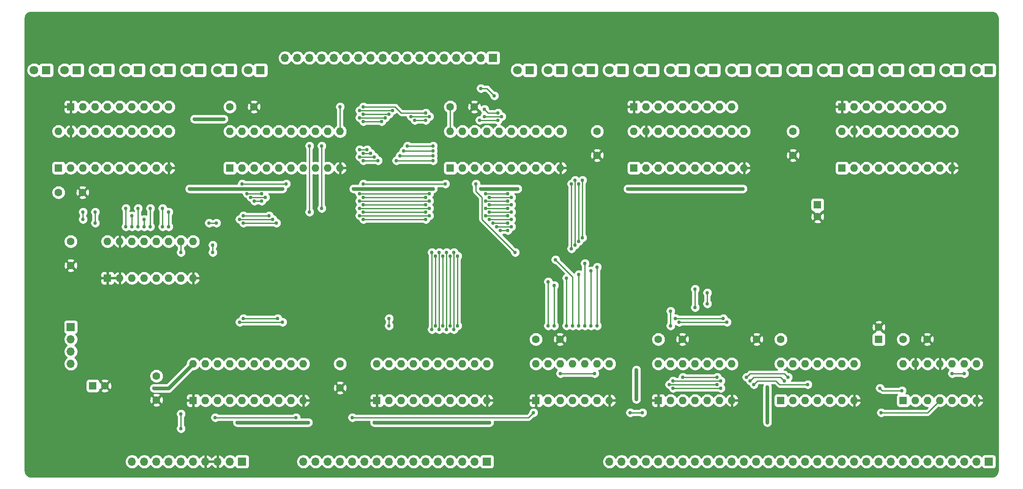
<source format=gbr>
G04 #@! TF.GenerationSoftware,KiCad,Pcbnew,(5.1.5)-3*
G04 #@! TF.CreationDate,2020-11-29T18:51:24-08:00*
G04 #@! TF.ProjectId,alu_res_flags,616c755f-7265-4735-9f66-6c6167732e6b,rev?*
G04 #@! TF.SameCoordinates,Original*
G04 #@! TF.FileFunction,Copper,L2,Bot*
G04 #@! TF.FilePolarity,Positive*
%FSLAX46Y46*%
G04 Gerber Fmt 4.6, Leading zero omitted, Abs format (unit mm)*
G04 Created by KiCad (PCBNEW (5.1.5)-3) date 2020-11-29 18:51:24*
%MOMM*%
%LPD*%
G04 APERTURE LIST*
%ADD10C,1.600000*%
%ADD11R,1.600000X1.600000*%
%ADD12O,1.700000X1.700000*%
%ADD13R,1.700000X1.700000*%
%ADD14O,1.600000X1.600000*%
%ADD15C,1.800000*%
%ADD16R,1.800000X1.800000*%
%ADD17C,0.762000*%
%ADD18C,0.762000*%
%ADD19C,0.254000*%
G04 APERTURE END LIST*
D10*
X228600000Y-121960000D03*
D11*
X228600000Y-124460000D03*
D10*
X215900000Y-99020000D03*
D11*
X215900000Y-96520000D03*
D12*
X172720000Y-149860000D03*
X175260000Y-149860000D03*
X177800000Y-149860000D03*
X180340000Y-149860000D03*
X182880000Y-149860000D03*
X185420000Y-149860000D03*
X187960000Y-149860000D03*
X190500000Y-149860000D03*
X193040000Y-149860000D03*
X195580000Y-149860000D03*
X198120000Y-149860000D03*
X200660000Y-149860000D03*
X203200000Y-149860000D03*
X205740000Y-149860000D03*
X208280000Y-149860000D03*
X210820000Y-149860000D03*
X213360000Y-149860000D03*
X215900000Y-149860000D03*
X218440000Y-149860000D03*
X220980000Y-149860000D03*
X223520000Y-149860000D03*
X226060000Y-149860000D03*
X228600000Y-149860000D03*
X231140000Y-149860000D03*
X233680000Y-149860000D03*
X236220000Y-149860000D03*
X238760000Y-149860000D03*
X241300000Y-149860000D03*
X243840000Y-149860000D03*
X246380000Y-149860000D03*
X248920000Y-149860000D03*
D13*
X251460000Y-149860000D03*
X147320000Y-149860000D03*
D12*
X144780000Y-149860000D03*
X142240000Y-149860000D03*
X139700000Y-149860000D03*
X137160000Y-149860000D03*
X134620000Y-149860000D03*
X132080000Y-149860000D03*
X129540000Y-149860000D03*
X127000000Y-149860000D03*
X124460000Y-149860000D03*
X121920000Y-149860000D03*
X119380000Y-149860000D03*
X116840000Y-149860000D03*
X114300000Y-149860000D03*
X111760000Y-149860000D03*
X109220000Y-149860000D03*
D13*
X96520000Y-149860000D03*
D12*
X93980000Y-149860000D03*
X91440000Y-149860000D03*
X88900000Y-149860000D03*
X86360000Y-149860000D03*
X83820000Y-149860000D03*
X81280000Y-149860000D03*
X78740000Y-149860000D03*
X76200000Y-149860000D03*
X73660000Y-149860000D03*
D10*
X68032000Y-134112000D03*
D11*
X65532000Y-134112000D03*
D12*
X105410000Y-66040000D03*
X107950000Y-66040000D03*
X110490000Y-66040000D03*
X113030000Y-66040000D03*
X115570000Y-66040000D03*
X118110000Y-66040000D03*
X120650000Y-66040000D03*
X123190000Y-66040000D03*
X125730000Y-66040000D03*
X128270000Y-66040000D03*
X130810000Y-66040000D03*
X133350000Y-66040000D03*
X135890000Y-66040000D03*
X138430000Y-66040000D03*
X140970000Y-66040000D03*
X143510000Y-66040000D03*
X146050000Y-66040000D03*
D13*
X148590000Y-66040000D03*
D14*
X208280000Y-129540000D03*
X223520000Y-137160000D03*
X210820000Y-129540000D03*
X220980000Y-137160000D03*
X213360000Y-129540000D03*
X218440000Y-137160000D03*
X215900000Y-129540000D03*
X215900000Y-137160000D03*
X218440000Y-129540000D03*
X213360000Y-137160000D03*
X220980000Y-129540000D03*
X210820000Y-137160000D03*
X223520000Y-129540000D03*
D11*
X208280000Y-137160000D03*
D14*
X58420000Y-81280000D03*
X81280000Y-88900000D03*
X60960000Y-81280000D03*
X78740000Y-88900000D03*
X63500000Y-81280000D03*
X76200000Y-88900000D03*
X66040000Y-81280000D03*
X73660000Y-88900000D03*
X68580000Y-81280000D03*
X71120000Y-88900000D03*
X71120000Y-81280000D03*
X68580000Y-88900000D03*
X73660000Y-81280000D03*
X66040000Y-88900000D03*
X76200000Y-81280000D03*
X63500000Y-88900000D03*
X78740000Y-81280000D03*
X60960000Y-88900000D03*
X81280000Y-81280000D03*
D11*
X58420000Y-88900000D03*
D14*
X68580000Y-104140000D03*
X86360000Y-111760000D03*
X71120000Y-104140000D03*
X83820000Y-111760000D03*
X73660000Y-104140000D03*
X81280000Y-111760000D03*
X76200000Y-104140000D03*
X78740000Y-111760000D03*
X78740000Y-104140000D03*
X76200000Y-111760000D03*
X81280000Y-104140000D03*
X73660000Y-111760000D03*
X83820000Y-104140000D03*
X71120000Y-111760000D03*
X86360000Y-104140000D03*
D11*
X68580000Y-111760000D03*
D14*
X220980000Y-81280000D03*
X243840000Y-88900000D03*
X223520000Y-81280000D03*
X241300000Y-88900000D03*
X226060000Y-81280000D03*
X238760000Y-88900000D03*
X228600000Y-81280000D03*
X236220000Y-88900000D03*
X231140000Y-81280000D03*
X233680000Y-88900000D03*
X233680000Y-81280000D03*
X231140000Y-88900000D03*
X236220000Y-81280000D03*
X228600000Y-88900000D03*
X238760000Y-81280000D03*
X226060000Y-88900000D03*
X241300000Y-81280000D03*
X223520000Y-88900000D03*
X243840000Y-81280000D03*
D11*
X220980000Y-88900000D03*
D14*
X177800000Y-81280000D03*
X200660000Y-88900000D03*
X180340000Y-81280000D03*
X198120000Y-88900000D03*
X182880000Y-81280000D03*
X195580000Y-88900000D03*
X185420000Y-81280000D03*
X193040000Y-88900000D03*
X187960000Y-81280000D03*
X190500000Y-88900000D03*
X190500000Y-81280000D03*
X187960000Y-88900000D03*
X193040000Y-81280000D03*
X185420000Y-88900000D03*
X195580000Y-81280000D03*
X182880000Y-88900000D03*
X198120000Y-81280000D03*
X180340000Y-88900000D03*
X200660000Y-81280000D03*
D11*
X177800000Y-88900000D03*
D14*
X157480000Y-129540000D03*
X172720000Y-137160000D03*
X160020000Y-129540000D03*
X170180000Y-137160000D03*
X162560000Y-129540000D03*
X167640000Y-137160000D03*
X165100000Y-129540000D03*
X165100000Y-137160000D03*
X167640000Y-129540000D03*
X162560000Y-137160000D03*
X170180000Y-129540000D03*
X160020000Y-137160000D03*
X172720000Y-129540000D03*
D11*
X157480000Y-137160000D03*
D14*
X182880000Y-129540000D03*
X198120000Y-137160000D03*
X185420000Y-129540000D03*
X195580000Y-137160000D03*
X187960000Y-129540000D03*
X193040000Y-137160000D03*
X190500000Y-129540000D03*
X190500000Y-137160000D03*
X193040000Y-129540000D03*
X187960000Y-137160000D03*
X195580000Y-129540000D03*
X185420000Y-137160000D03*
X198120000Y-129540000D03*
D11*
X182880000Y-137160000D03*
D14*
X124460000Y-129540000D03*
X147320000Y-137160000D03*
X127000000Y-129540000D03*
X144780000Y-137160000D03*
X129540000Y-129540000D03*
X142240000Y-137160000D03*
X132080000Y-129540000D03*
X139700000Y-137160000D03*
X134620000Y-129540000D03*
X137160000Y-137160000D03*
X137160000Y-129540000D03*
X134620000Y-137160000D03*
X139700000Y-129540000D03*
X132080000Y-137160000D03*
X142240000Y-129540000D03*
X129540000Y-137160000D03*
X144780000Y-129540000D03*
X127000000Y-137160000D03*
X147320000Y-129540000D03*
D11*
X124460000Y-137160000D03*
D14*
X86360000Y-129540000D03*
X109220000Y-137160000D03*
X88900000Y-129540000D03*
X106680000Y-137160000D03*
X91440000Y-129540000D03*
X104140000Y-137160000D03*
X93980000Y-129540000D03*
X101600000Y-137160000D03*
X96520000Y-129540000D03*
X99060000Y-137160000D03*
X99060000Y-129540000D03*
X96520000Y-137160000D03*
X101600000Y-129540000D03*
X93980000Y-137160000D03*
X104140000Y-129540000D03*
X91440000Y-137160000D03*
X106680000Y-129540000D03*
X88900000Y-137160000D03*
X109220000Y-129540000D03*
D11*
X86360000Y-137160000D03*
D14*
X93980000Y-81280000D03*
X116840000Y-88900000D03*
X96520000Y-81280000D03*
X114300000Y-88900000D03*
X99060000Y-81280000D03*
X111760000Y-88900000D03*
X101600000Y-81280000D03*
X109220000Y-88900000D03*
X104140000Y-81280000D03*
X106680000Y-88900000D03*
X106680000Y-81280000D03*
X104140000Y-88900000D03*
X109220000Y-81280000D03*
X101600000Y-88900000D03*
X111760000Y-81280000D03*
X99060000Y-88900000D03*
X114300000Y-81280000D03*
X96520000Y-88900000D03*
X116840000Y-81280000D03*
D11*
X93980000Y-88900000D03*
D14*
X139700000Y-81280000D03*
X162560000Y-88900000D03*
X142240000Y-81280000D03*
X160020000Y-88900000D03*
X144780000Y-81280000D03*
X157480000Y-88900000D03*
X147320000Y-81280000D03*
X154940000Y-88900000D03*
X149860000Y-81280000D03*
X152400000Y-88900000D03*
X152400000Y-81280000D03*
X149860000Y-88900000D03*
X154940000Y-81280000D03*
X147320000Y-88900000D03*
X157480000Y-81280000D03*
X144780000Y-88900000D03*
X160020000Y-81280000D03*
X142240000Y-88900000D03*
X162560000Y-81280000D03*
D11*
X139700000Y-88900000D03*
D14*
X233680000Y-129540000D03*
X248920000Y-137160000D03*
X236220000Y-129540000D03*
X246380000Y-137160000D03*
X238760000Y-129540000D03*
X243840000Y-137160000D03*
X241300000Y-129540000D03*
X241300000Y-137160000D03*
X243840000Y-129540000D03*
X238760000Y-137160000D03*
X246380000Y-129540000D03*
X236220000Y-137160000D03*
X248920000Y-129540000D03*
D11*
X233680000Y-137160000D03*
D14*
X81280000Y-76200000D03*
X78740000Y-76200000D03*
X76200000Y-76200000D03*
X73660000Y-76200000D03*
X71120000Y-76200000D03*
X68580000Y-76200000D03*
X66040000Y-76200000D03*
X63500000Y-76200000D03*
D11*
X60960000Y-76200000D03*
D14*
X241300000Y-76200000D03*
X238760000Y-76200000D03*
X236220000Y-76200000D03*
X233680000Y-76200000D03*
X231140000Y-76200000D03*
X228600000Y-76200000D03*
X226060000Y-76200000D03*
X223520000Y-76200000D03*
D11*
X220980000Y-76200000D03*
D14*
X198120000Y-76200000D03*
X195580000Y-76200000D03*
X193040000Y-76200000D03*
X190500000Y-76200000D03*
X187960000Y-76200000D03*
X185420000Y-76200000D03*
X182880000Y-76200000D03*
X180340000Y-76200000D03*
D11*
X177800000Y-76200000D03*
D12*
X60960000Y-129540000D03*
X60960000Y-127000000D03*
X60960000Y-124460000D03*
D13*
X60960000Y-121920000D03*
D15*
X72390000Y-68580000D03*
D16*
X74930000Y-68580000D03*
D15*
X66040000Y-68580000D03*
D16*
X68580000Y-68580000D03*
D15*
X59690000Y-68580000D03*
D16*
X62230000Y-68580000D03*
D15*
X53340000Y-68580000D03*
D16*
X55880000Y-68580000D03*
D15*
X97790000Y-68580000D03*
D16*
X100330000Y-68580000D03*
D15*
X91440000Y-68580000D03*
D16*
X93980000Y-68580000D03*
D15*
X85090000Y-68580000D03*
D16*
X87630000Y-68580000D03*
D15*
X78740000Y-68580000D03*
D16*
X81280000Y-68580000D03*
D15*
X153670000Y-68580000D03*
D16*
X156210000Y-68580000D03*
D15*
X160020000Y-68580000D03*
D16*
X162560000Y-68580000D03*
D15*
X166370000Y-68580000D03*
D16*
X168910000Y-68580000D03*
D15*
X172720000Y-68580000D03*
D16*
X175260000Y-68580000D03*
D15*
X179070000Y-68580000D03*
D16*
X181610000Y-68580000D03*
D15*
X185420000Y-68580000D03*
D16*
X187960000Y-68580000D03*
D15*
X191770000Y-68580000D03*
D16*
X194310000Y-68580000D03*
D15*
X198120000Y-68580000D03*
D16*
X200660000Y-68580000D03*
D15*
X204470000Y-68580000D03*
D16*
X207010000Y-68580000D03*
D15*
X210820000Y-68580000D03*
D16*
X213360000Y-68580000D03*
D15*
X217170000Y-68580000D03*
D16*
X219710000Y-68580000D03*
D15*
X223520000Y-68580000D03*
D16*
X226060000Y-68580000D03*
D15*
X229870000Y-68580000D03*
D16*
X232410000Y-68580000D03*
D15*
X236220000Y-68580000D03*
D16*
X238760000Y-68580000D03*
D15*
X242570000Y-68580000D03*
D16*
X245110000Y-68580000D03*
D15*
X248920000Y-68580000D03*
D16*
X251460000Y-68580000D03*
D10*
X203280000Y-124460000D03*
X208280000Y-124460000D03*
X162480000Y-124460000D03*
X157480000Y-124460000D03*
X187880000Y-124460000D03*
X182880000Y-124460000D03*
X238680000Y-124460000D03*
X233680000Y-124460000D03*
X63420000Y-93980000D03*
X58420000Y-93980000D03*
X60960000Y-109140000D03*
X60960000Y-104140000D03*
X210820000Y-86280000D03*
X210820000Y-81280000D03*
X170180000Y-86280000D03*
X170180000Y-81280000D03*
X116840000Y-134540000D03*
X116840000Y-129540000D03*
X78740000Y-137080000D03*
X78740000Y-132080000D03*
X98980000Y-76200000D03*
X93980000Y-76200000D03*
X144700000Y-76200000D03*
X139700000Y-76200000D03*
D17*
X146050000Y-93218000D03*
X103632000Y-93218000D03*
X120904012Y-93218000D03*
X205486000Y-141732000D03*
X205486000Y-135636000D03*
X178308000Y-132080000D03*
X178308000Y-135636000D03*
X146558000Y-141732000D03*
X125222000Y-141732000D03*
X108966000Y-141732000D03*
X95504000Y-141732000D03*
X85598000Y-93218000D03*
X86614000Y-78740000D03*
X91440000Y-78740000D03*
X152400000Y-93218000D03*
X177799990Y-93218000D03*
X78232000Y-134620000D03*
X205486000Y-134366000D03*
X205486000Y-140461980D03*
X178308000Y-136906000D03*
X178308000Y-130810000D03*
X147828000Y-141732000D03*
X123952000Y-141732000D03*
X110236000Y-141732000D03*
X96774000Y-141732000D03*
X79502000Y-134620000D03*
X86868000Y-93218000D03*
X87884000Y-78740000D03*
X92710000Y-78740000D03*
X104902000Y-93218000D03*
X119634000Y-93218000D03*
X134620000Y-93218000D03*
X136144012Y-93218000D03*
X147574000Y-93217996D03*
X153670000Y-93218000D03*
X176530000Y-93218000D03*
X199136000Y-93218000D03*
X200406000Y-93218000D03*
X73660000Y-101092000D03*
X73659990Y-98806000D03*
X76200000Y-99568000D03*
X76200000Y-101092000D03*
X63500000Y-99568000D03*
X63500000Y-98044000D03*
X123190000Y-85852000D03*
X121666000Y-85852000D03*
X185420000Y-118618000D03*
X185420000Y-121665996D03*
X120904000Y-86614000D03*
X123952000Y-86614000D03*
X121666000Y-87376000D03*
X124714000Y-87376000D03*
X121666000Y-79248000D03*
X125476000Y-79248000D03*
X120904000Y-78486000D03*
X126238000Y-78486000D03*
X121666000Y-77724000D03*
X127000000Y-77724000D03*
X193040000Y-114808000D03*
X193040000Y-117094028D03*
X120904000Y-76962000D03*
X127762000Y-76962000D03*
X190500000Y-114046000D03*
X190500000Y-117856000D03*
X161290000Y-113284000D03*
X161290000Y-121665994D03*
X136144000Y-87376000D03*
X128524000Y-87376000D03*
X160020000Y-112522000D03*
X160019990Y-121666000D03*
X136143990Y-86360000D03*
X129286000Y-86360000D03*
X163830000Y-111760000D03*
X163830000Y-121666000D03*
X136143996Y-85344000D03*
X130048000Y-85344018D03*
X166370000Y-110998000D03*
X166370000Y-121666000D03*
X136144000Y-84328000D03*
X130810000Y-84328000D03*
X150368000Y-78232000D03*
X131572000Y-78232000D03*
X135382000Y-78232000D03*
X168910000Y-110236000D03*
X168910000Y-121666000D03*
X146812000Y-78232000D03*
X145795958Y-78994000D03*
X149606000Y-78994000D03*
X132334000Y-78994000D03*
X134620000Y-78994000D03*
X170180000Y-109474000D03*
X170180000Y-121666000D03*
X148844000Y-73914000D03*
X167640000Y-108712000D03*
X167640004Y-121666000D03*
X146050000Y-72390006D03*
X161543992Y-107950000D03*
X165099988Y-121666000D03*
X149606000Y-77470000D03*
X134620000Y-77470000D03*
X121666000Y-76200000D03*
X116840000Y-76200000D03*
X146812000Y-76708000D03*
X90424000Y-104902000D03*
X90424014Y-106426000D03*
X83820000Y-139954000D03*
X83820000Y-143002000D03*
X243840000Y-131572000D03*
X246380000Y-131572000D03*
X80010000Y-101092000D03*
X80010000Y-97282000D03*
X77470000Y-101092000D03*
X77470000Y-97282000D03*
X74930000Y-101092000D03*
X74930000Y-97282000D03*
X72390000Y-101092000D03*
X72390000Y-97282000D03*
X197104000Y-120904000D03*
X187198000Y-120904000D03*
X96012000Y-120904000D03*
X81280000Y-101092000D03*
X81280000Y-98044000D03*
X104902000Y-120904000D03*
X228853998Y-134619998D03*
X233426000Y-135127988D03*
X107696000Y-140716002D03*
X229108000Y-139700000D03*
X177038000Y-139700000D03*
X179578000Y-139700000D03*
X156971994Y-139700000D03*
X119380000Y-140716000D03*
X90931992Y-140716000D03*
X83820000Y-106426000D03*
X153162000Y-106426000D03*
X121666000Y-92202000D03*
X105664000Y-92202000D03*
X96520000Y-92202000D03*
X145034000Y-92202000D03*
X138684000Y-92202000D03*
X196342000Y-120142000D03*
X186436000Y-120142000D03*
X127000000Y-121666000D03*
X127000000Y-120142000D03*
X96774000Y-120142000D03*
X103886016Y-120142000D03*
X141224000Y-107188000D03*
X164846000Y-92202000D03*
X164846000Y-105664000D03*
X141224000Y-121666000D03*
X138176000Y-107188000D03*
X138176000Y-121666000D03*
X165608000Y-91440000D03*
X165608000Y-104902000D03*
X140462000Y-122428000D03*
X140462000Y-106426000D03*
X150114000Y-101854000D03*
X137414000Y-106426000D03*
X137414000Y-122428000D03*
X151638000Y-101854000D03*
X139700000Y-107188000D03*
X166370000Y-92202000D03*
X166370000Y-104140000D03*
X139700000Y-121666000D03*
X149352000Y-101092000D03*
X136652000Y-107188000D03*
X136652000Y-121666000D03*
X152400000Y-101092000D03*
X167132000Y-91440000D03*
X167132000Y-103378000D03*
X138938000Y-122428000D03*
X138938000Y-106426000D03*
X148590000Y-100330000D03*
X135890000Y-106426000D03*
X135890000Y-122428000D03*
X151638000Y-100330000D03*
X147828000Y-99568000D03*
X134620000Y-99568000D03*
X121666000Y-99568000D03*
X102870000Y-99568000D03*
X96012000Y-99568000D03*
X152400000Y-99568000D03*
X147828000Y-96520000D03*
X134620000Y-96520000D03*
X121666000Y-96520000D03*
X152400000Y-96520000D03*
X147066000Y-98806000D03*
X135382000Y-98806000D03*
X120904000Y-98806000D03*
X96774000Y-98806000D03*
X102108000Y-98806000D03*
X151638000Y-98806000D03*
X147066000Y-95758000D03*
X135382000Y-95758000D03*
X120904000Y-95758000D03*
X99060000Y-95758000D03*
X100584000Y-95758000D03*
X151638000Y-95758000D03*
X147828000Y-98044000D03*
X134620000Y-98044000D03*
X121666000Y-98044000D03*
X110490000Y-84328000D03*
X110490000Y-98044000D03*
X152400000Y-98044000D03*
X147828000Y-94996000D03*
X134620000Y-94996000D03*
X121666000Y-94996000D03*
X98298000Y-94996000D03*
X101346000Y-94996000D03*
X152400000Y-94996000D03*
X147066000Y-97282000D03*
X135382000Y-97282000D03*
X120904000Y-97282000D03*
X113030000Y-84328000D03*
X113030000Y-97282000D03*
X151638000Y-97282000D03*
X147066000Y-94234000D03*
X135382000Y-94234000D03*
X120904000Y-94234000D03*
X97536000Y-94234000D03*
X100584000Y-94234000D03*
X151638000Y-94234000D03*
X195072000Y-132334000D03*
X187960000Y-132334000D03*
X213868000Y-133858000D03*
X202692000Y-133858000D03*
X195834000Y-134620006D03*
X185928000Y-134620000D03*
X169672000Y-131572000D03*
X162560000Y-131572012D03*
X209042000Y-133096000D03*
X201930000Y-133096000D03*
X195072000Y-133858000D03*
X185166000Y-133858000D03*
X201168000Y-132334000D03*
X185928000Y-133096000D03*
X195834000Y-133096000D03*
X209803998Y-132334000D03*
X120904000Y-85090000D03*
X122428000Y-85090000D03*
X103632000Y-100330000D03*
X96774000Y-100330000D03*
X91186000Y-100330000D03*
X89662000Y-100330000D03*
X66040000Y-100330000D03*
X66040000Y-98044000D03*
D18*
X146050000Y-93218000D02*
X153416000Y-93218000D01*
X152400000Y-93218000D02*
X153416000Y-93218000D01*
D19*
X139700000Y-76200000D02*
X139700000Y-77331370D01*
X139700000Y-77331370D02*
X139700000Y-81280000D01*
D18*
X205486000Y-135636000D02*
X205486000Y-134366000D01*
X205486000Y-135636000D02*
X205486000Y-140461980D01*
X205486000Y-141732000D02*
X205486000Y-140461980D01*
X178308000Y-136906000D02*
X178308000Y-130810000D01*
X147828000Y-141732000D02*
X123952000Y-141732000D01*
X95504000Y-141732000D02*
X110236000Y-141732000D01*
X78232000Y-134620000D02*
X79502000Y-134620000D01*
X86360000Y-129540000D02*
X81280000Y-134620000D01*
X81280000Y-134620000D02*
X79502000Y-134620000D01*
X85598000Y-93218000D02*
X86868000Y-93218000D01*
X86614000Y-78740000D02*
X92710000Y-78740000D01*
X86868000Y-93218000D02*
X104902000Y-93218000D01*
X119634000Y-93218000D02*
X136144012Y-93218000D01*
X153416000Y-93218000D02*
X153670000Y-93218000D01*
X176530000Y-93218000D02*
X200406000Y-93218000D01*
D19*
X73660000Y-101092000D02*
X73660000Y-98806010D01*
X73660000Y-98806010D02*
X73659990Y-98806000D01*
X76200000Y-99568000D02*
X76200000Y-101092000D01*
X63500000Y-99568000D02*
X63500000Y-98044000D01*
X123190000Y-85852000D02*
X121666000Y-85852000D01*
X185420000Y-118618000D02*
X185420000Y-121665996D01*
X120904000Y-86614000D02*
X123952000Y-86614000D01*
X121666000Y-87376000D02*
X124714000Y-87376000D01*
X121666000Y-79248000D02*
X125476000Y-79248000D01*
X120904000Y-78486000D02*
X126238000Y-78486000D01*
X121666000Y-77724000D02*
X127000000Y-77724000D01*
X193040000Y-114808000D02*
X193040000Y-117094028D01*
X120904000Y-76962000D02*
X127762000Y-76962000D01*
X190500000Y-114046000D02*
X190500000Y-117856000D01*
X161290000Y-113284000D02*
X161290000Y-121665994D01*
X135578315Y-87376000D02*
X128524000Y-87376000D01*
X136144000Y-87376000D02*
X135578315Y-87376000D01*
X160020000Y-112522000D02*
X160020000Y-121665990D01*
X160020000Y-121665990D02*
X160019990Y-121666000D01*
X135578305Y-86360000D02*
X129286000Y-86360000D01*
X136143990Y-86360000D02*
X135578305Y-86360000D01*
X163830000Y-111760000D02*
X163830000Y-121666000D01*
X136143996Y-85344000D02*
X130048018Y-85344000D01*
X130048018Y-85344000D02*
X130048000Y-85344018D01*
X166370000Y-110998000D02*
X166370000Y-121666000D01*
X135578315Y-84328000D02*
X130810000Y-84328000D01*
X136144000Y-84328000D02*
X135578315Y-84328000D01*
X135382000Y-78232000D02*
X131572000Y-78232000D01*
X168910000Y-110236000D02*
X168910000Y-121666000D01*
X150368000Y-78232000D02*
X146812000Y-78232000D01*
X145795958Y-78994000D02*
X149606000Y-78994000D01*
X134620000Y-78994000D02*
X132334000Y-78994000D01*
X170180000Y-109474000D02*
X170180000Y-120142000D01*
X170180000Y-120142000D02*
X170180000Y-121666000D01*
X167640000Y-121665996D02*
X167640004Y-121666000D01*
X167640000Y-108712000D02*
X167640000Y-121665996D01*
X148844000Y-73914000D02*
X147320000Y-72390000D01*
X146050006Y-72390000D02*
X146050000Y-72390006D01*
X147320000Y-72390000D02*
X146050006Y-72390000D01*
X165099988Y-111505996D02*
X165099988Y-121100315D01*
X165099988Y-121100315D02*
X165099988Y-121666000D01*
X161543992Y-107950000D02*
X165099988Y-111505996D01*
X116840000Y-76200000D02*
X116840000Y-81280000D01*
X149606000Y-77470000D02*
X147574000Y-77470000D01*
X147574000Y-77470000D02*
X146812000Y-76708000D01*
X90424000Y-104902000D02*
X90424000Y-106425986D01*
X90424000Y-106425986D02*
X90424014Y-106426000D01*
X83820000Y-139954000D02*
X83820000Y-143002000D01*
X128270000Y-76200000D02*
X121666000Y-76200000D01*
X134620000Y-77470000D02*
X129540000Y-77470000D01*
X129540000Y-77470000D02*
X128270000Y-76200000D01*
X243840000Y-131572000D02*
X246380000Y-131572000D01*
X80010000Y-101092000D02*
X80010000Y-97282000D01*
X77470000Y-101092000D02*
X77470000Y-97282000D01*
X74930000Y-101092000D02*
X74930000Y-97282000D01*
X72390000Y-101092000D02*
X72390000Y-97282000D01*
X187198000Y-120904000D02*
X187198000Y-120904000D01*
X197104000Y-120904000D02*
X187198000Y-120904000D01*
X81280000Y-101092000D02*
X81280000Y-98044000D01*
X96012000Y-120904000D02*
X104902000Y-120904000D01*
X233425988Y-135128000D02*
X233426000Y-135127988D01*
X228853998Y-134619998D02*
X229362000Y-135128000D01*
X229362000Y-135128000D02*
X233425988Y-135128000D01*
X241300000Y-137160000D02*
X238760000Y-139700000D01*
X236785685Y-139700000D02*
X236220000Y-139700000D01*
X238760000Y-139700000D02*
X236785685Y-139700000D01*
X235654315Y-139700000D02*
X236220000Y-139700000D01*
X229108000Y-139700000D02*
X232156000Y-139700000D01*
X232156000Y-139700000D02*
X235654315Y-139700000D01*
X177038000Y-139700000D02*
X179578000Y-139700000D01*
X156971994Y-139700000D02*
X155955994Y-140716000D01*
X155955994Y-140716000D02*
X119380000Y-140716000D01*
X107696000Y-140716002D02*
X90931994Y-140716002D01*
X90931994Y-140716002D02*
X90931992Y-140716000D01*
X83820000Y-106426000D02*
X83820000Y-104140000D01*
X105664000Y-92202000D02*
X96520000Y-92202000D01*
X145034000Y-92202000D02*
X145034000Y-93726000D01*
X146304000Y-99568000D02*
X153162000Y-106426000D01*
X145034000Y-93726000D02*
X146304000Y-94996000D01*
X146304000Y-94996000D02*
X146304000Y-99568000D01*
X134620000Y-92202000D02*
X138684000Y-92202000D01*
X121666000Y-92202000D02*
X134620000Y-92202000D01*
X196342000Y-120142000D02*
X186436000Y-120142000D01*
X127000000Y-121666000D02*
X127000000Y-120142000D01*
X96774000Y-120142000D02*
X103886016Y-120142000D01*
X164846000Y-92202000D02*
X164846000Y-105664000D01*
X141224000Y-107188000D02*
X141224000Y-121666000D01*
X138176000Y-107188000D02*
X138176000Y-121666000D01*
X165608000Y-91440000D02*
X165608000Y-104902000D01*
X140462000Y-106426000D02*
X140462000Y-122428000D01*
X137414000Y-106426000D02*
X137414000Y-122428000D01*
X150114000Y-101854000D02*
X151638000Y-101854000D01*
X166370000Y-92202000D02*
X166370000Y-104140000D01*
X139700000Y-107188000D02*
X139700000Y-121666000D01*
X136652000Y-107188000D02*
X136652000Y-121666000D01*
X149352000Y-101092000D02*
X152400000Y-101092000D01*
X167132000Y-91440000D02*
X167132000Y-103378000D01*
X138938000Y-106426000D02*
X138938000Y-122428000D01*
X135890000Y-106426000D02*
X135890000Y-122428000D01*
X148590000Y-100330000D02*
X151638000Y-100330000D01*
X134620000Y-99568000D02*
X121666000Y-99568000D01*
X102870000Y-99568000D02*
X96012000Y-99568000D01*
X147828000Y-99568000D02*
X152400000Y-99568000D01*
X134620000Y-96520000D02*
X121666000Y-96520000D01*
X147828000Y-96520000D02*
X152400000Y-96520000D01*
X135382000Y-98806000D02*
X120904000Y-98806000D01*
X96774000Y-98806000D02*
X102108000Y-98806000D01*
X102108000Y-98806000D02*
X102108000Y-98806000D01*
X147066000Y-98806000D02*
X151638000Y-98806000D01*
X135382000Y-95758000D02*
X120904000Y-95758000D01*
X99060000Y-95758000D02*
X100584000Y-95758000D01*
X147066000Y-95758000D02*
X151638000Y-95758000D01*
X134620000Y-98044000D02*
X121666000Y-98044000D01*
X110490000Y-92710000D02*
X110490000Y-98044000D01*
X110490000Y-84328000D02*
X110490000Y-92710000D01*
X147828000Y-98044000D02*
X152400000Y-98044000D01*
X134620000Y-94996000D02*
X121666000Y-94996000D01*
X98298000Y-94996000D02*
X101346000Y-94996000D01*
X147828000Y-94996000D02*
X152400000Y-94996000D01*
X135382000Y-97282000D02*
X120904000Y-97282000D01*
X113030000Y-93472000D02*
X113030000Y-92710028D01*
X113030000Y-97282000D02*
X113030000Y-93472000D01*
X113030000Y-84328000D02*
X113030000Y-92710000D01*
X147066000Y-97282000D02*
X151638000Y-97282000D01*
X135382000Y-94234000D02*
X120904000Y-94234000D01*
X97536000Y-94234000D02*
X100584000Y-94234000D01*
X147066000Y-94234000D02*
X151638000Y-94234000D01*
X195072000Y-132334000D02*
X187960000Y-132334000D01*
X195834000Y-134620006D02*
X185928006Y-134620006D01*
X185928006Y-134620006D02*
X185928000Y-134620000D01*
X203454000Y-133096000D02*
X202692000Y-133858000D01*
X207264000Y-133096000D02*
X203454000Y-133096000D01*
X213868000Y-133858000D02*
X208026000Y-133858000D01*
X208026000Y-133858000D02*
X207264000Y-133096000D01*
X169671988Y-131572012D02*
X169672000Y-131572000D01*
X162560000Y-131572012D02*
X169671988Y-131572012D01*
X195072000Y-133858000D02*
X185166000Y-133858000D01*
X202692000Y-132334000D02*
X201930000Y-133096000D01*
X209042000Y-133096000D02*
X208280000Y-132334000D01*
X208280000Y-132334000D02*
X202692000Y-132334000D01*
X185928000Y-133096000D02*
X195834000Y-133096000D01*
X209041998Y-131572000D02*
X209803998Y-132334000D01*
X201168000Y-132334000D02*
X201930000Y-131572000D01*
X201930000Y-131572000D02*
X209041998Y-131572000D01*
X120904000Y-85090000D02*
X122428000Y-85090000D01*
X103632000Y-100330000D02*
X96774000Y-100330000D01*
X91186000Y-100330000D02*
X89662000Y-100330000D01*
X66040000Y-100076000D02*
X66040000Y-98044000D01*
G36*
X252336204Y-56566815D02*
G01*
X252568226Y-56636867D01*
X252782222Y-56750650D01*
X252970041Y-56903832D01*
X253124530Y-57090577D01*
X253239801Y-57303769D01*
X253311472Y-57535300D01*
X253340000Y-57806725D01*
X253340001Y-151732712D01*
X253313185Y-152006205D01*
X253243133Y-152238226D01*
X253129350Y-152452222D01*
X252976169Y-152640039D01*
X252789424Y-152794529D01*
X252576231Y-152909802D01*
X252344701Y-152981472D01*
X252073276Y-153010000D01*
X52737277Y-153010000D01*
X52463795Y-152983185D01*
X52231774Y-152913133D01*
X52017778Y-152799350D01*
X51829961Y-152646169D01*
X51675471Y-152459424D01*
X51560198Y-152246231D01*
X51488528Y-152014701D01*
X51460000Y-151743276D01*
X51460000Y-149713740D01*
X72175000Y-149713740D01*
X72175000Y-150006260D01*
X72232068Y-150293158D01*
X72344010Y-150563411D01*
X72506525Y-150806632D01*
X72713368Y-151013475D01*
X72956589Y-151175990D01*
X73226842Y-151287932D01*
X73513740Y-151345000D01*
X73806260Y-151345000D01*
X74093158Y-151287932D01*
X74363411Y-151175990D01*
X74606632Y-151013475D01*
X74813475Y-150806632D01*
X74930000Y-150632240D01*
X75046525Y-150806632D01*
X75253368Y-151013475D01*
X75496589Y-151175990D01*
X75766842Y-151287932D01*
X76053740Y-151345000D01*
X76346260Y-151345000D01*
X76633158Y-151287932D01*
X76903411Y-151175990D01*
X77146632Y-151013475D01*
X77353475Y-150806632D01*
X77470000Y-150632240D01*
X77586525Y-150806632D01*
X77793368Y-151013475D01*
X78036589Y-151175990D01*
X78306842Y-151287932D01*
X78593740Y-151345000D01*
X78886260Y-151345000D01*
X79173158Y-151287932D01*
X79443411Y-151175990D01*
X79686632Y-151013475D01*
X79893475Y-150806632D01*
X80010000Y-150632240D01*
X80126525Y-150806632D01*
X80333368Y-151013475D01*
X80576589Y-151175990D01*
X80846842Y-151287932D01*
X81133740Y-151345000D01*
X81426260Y-151345000D01*
X81713158Y-151287932D01*
X81983411Y-151175990D01*
X82226632Y-151013475D01*
X82433475Y-150806632D01*
X82550000Y-150632240D01*
X82666525Y-150806632D01*
X82873368Y-151013475D01*
X83116589Y-151175990D01*
X83386842Y-151287932D01*
X83673740Y-151345000D01*
X83966260Y-151345000D01*
X84253158Y-151287932D01*
X84523411Y-151175990D01*
X84766632Y-151013475D01*
X84973475Y-150806632D01*
X85090000Y-150632240D01*
X85206525Y-150806632D01*
X85413368Y-151013475D01*
X85656589Y-151175990D01*
X85926842Y-151287932D01*
X86213740Y-151345000D01*
X86506260Y-151345000D01*
X86793158Y-151287932D01*
X87063411Y-151175990D01*
X87306632Y-151013475D01*
X87513475Y-150806632D01*
X87635195Y-150624466D01*
X87704822Y-150741355D01*
X87899731Y-150957588D01*
X88133080Y-151131641D01*
X88395901Y-151256825D01*
X88543110Y-151301476D01*
X88773000Y-151180155D01*
X88773000Y-149987000D01*
X89027000Y-149987000D01*
X89027000Y-151180155D01*
X89256890Y-151301476D01*
X89404099Y-151256825D01*
X89666920Y-151131641D01*
X89900269Y-150957588D01*
X90095178Y-150741355D01*
X90170000Y-150615745D01*
X90244822Y-150741355D01*
X90439731Y-150957588D01*
X90673080Y-151131641D01*
X90935901Y-151256825D01*
X91083110Y-151301476D01*
X91313000Y-151180155D01*
X91313000Y-149987000D01*
X89027000Y-149987000D01*
X88773000Y-149987000D01*
X88753000Y-149987000D01*
X88753000Y-149733000D01*
X88773000Y-149733000D01*
X88773000Y-148539845D01*
X89027000Y-148539845D01*
X89027000Y-149733000D01*
X91313000Y-149733000D01*
X91313000Y-148539845D01*
X91567000Y-148539845D01*
X91567000Y-149733000D01*
X91587000Y-149733000D01*
X91587000Y-149987000D01*
X91567000Y-149987000D01*
X91567000Y-151180155D01*
X91796890Y-151301476D01*
X91944099Y-151256825D01*
X92206920Y-151131641D01*
X92440269Y-150957588D01*
X92635178Y-150741355D01*
X92704805Y-150624466D01*
X92826525Y-150806632D01*
X93033368Y-151013475D01*
X93276589Y-151175990D01*
X93546842Y-151287932D01*
X93833740Y-151345000D01*
X94126260Y-151345000D01*
X94413158Y-151287932D01*
X94683411Y-151175990D01*
X94926632Y-151013475D01*
X95058487Y-150881620D01*
X95080498Y-150954180D01*
X95139463Y-151064494D01*
X95218815Y-151161185D01*
X95315506Y-151240537D01*
X95425820Y-151299502D01*
X95545518Y-151335812D01*
X95670000Y-151348072D01*
X97370000Y-151348072D01*
X97494482Y-151335812D01*
X97614180Y-151299502D01*
X97724494Y-151240537D01*
X97821185Y-151161185D01*
X97900537Y-151064494D01*
X97959502Y-150954180D01*
X97995812Y-150834482D01*
X98008072Y-150710000D01*
X98008072Y-149713740D01*
X107735000Y-149713740D01*
X107735000Y-150006260D01*
X107792068Y-150293158D01*
X107904010Y-150563411D01*
X108066525Y-150806632D01*
X108273368Y-151013475D01*
X108516589Y-151175990D01*
X108786842Y-151287932D01*
X109073740Y-151345000D01*
X109366260Y-151345000D01*
X109653158Y-151287932D01*
X109923411Y-151175990D01*
X110166632Y-151013475D01*
X110373475Y-150806632D01*
X110490000Y-150632240D01*
X110606525Y-150806632D01*
X110813368Y-151013475D01*
X111056589Y-151175990D01*
X111326842Y-151287932D01*
X111613740Y-151345000D01*
X111906260Y-151345000D01*
X112193158Y-151287932D01*
X112463411Y-151175990D01*
X112706632Y-151013475D01*
X112913475Y-150806632D01*
X113030000Y-150632240D01*
X113146525Y-150806632D01*
X113353368Y-151013475D01*
X113596589Y-151175990D01*
X113866842Y-151287932D01*
X114153740Y-151345000D01*
X114446260Y-151345000D01*
X114733158Y-151287932D01*
X115003411Y-151175990D01*
X115246632Y-151013475D01*
X115453475Y-150806632D01*
X115570000Y-150632240D01*
X115686525Y-150806632D01*
X115893368Y-151013475D01*
X116136589Y-151175990D01*
X116406842Y-151287932D01*
X116693740Y-151345000D01*
X116986260Y-151345000D01*
X117273158Y-151287932D01*
X117543411Y-151175990D01*
X117786632Y-151013475D01*
X117993475Y-150806632D01*
X118110000Y-150632240D01*
X118226525Y-150806632D01*
X118433368Y-151013475D01*
X118676589Y-151175990D01*
X118946842Y-151287932D01*
X119233740Y-151345000D01*
X119526260Y-151345000D01*
X119813158Y-151287932D01*
X120083411Y-151175990D01*
X120326632Y-151013475D01*
X120533475Y-150806632D01*
X120650000Y-150632240D01*
X120766525Y-150806632D01*
X120973368Y-151013475D01*
X121216589Y-151175990D01*
X121486842Y-151287932D01*
X121773740Y-151345000D01*
X122066260Y-151345000D01*
X122353158Y-151287932D01*
X122623411Y-151175990D01*
X122866632Y-151013475D01*
X123073475Y-150806632D01*
X123190000Y-150632240D01*
X123306525Y-150806632D01*
X123513368Y-151013475D01*
X123756589Y-151175990D01*
X124026842Y-151287932D01*
X124313740Y-151345000D01*
X124606260Y-151345000D01*
X124893158Y-151287932D01*
X125163411Y-151175990D01*
X125406632Y-151013475D01*
X125613475Y-150806632D01*
X125730000Y-150632240D01*
X125846525Y-150806632D01*
X126053368Y-151013475D01*
X126296589Y-151175990D01*
X126566842Y-151287932D01*
X126853740Y-151345000D01*
X127146260Y-151345000D01*
X127433158Y-151287932D01*
X127703411Y-151175990D01*
X127946632Y-151013475D01*
X128153475Y-150806632D01*
X128270000Y-150632240D01*
X128386525Y-150806632D01*
X128593368Y-151013475D01*
X128836589Y-151175990D01*
X129106842Y-151287932D01*
X129393740Y-151345000D01*
X129686260Y-151345000D01*
X129973158Y-151287932D01*
X130243411Y-151175990D01*
X130486632Y-151013475D01*
X130693475Y-150806632D01*
X130810000Y-150632240D01*
X130926525Y-150806632D01*
X131133368Y-151013475D01*
X131376589Y-151175990D01*
X131646842Y-151287932D01*
X131933740Y-151345000D01*
X132226260Y-151345000D01*
X132513158Y-151287932D01*
X132783411Y-151175990D01*
X133026632Y-151013475D01*
X133233475Y-150806632D01*
X133350000Y-150632240D01*
X133466525Y-150806632D01*
X133673368Y-151013475D01*
X133916589Y-151175990D01*
X134186842Y-151287932D01*
X134473740Y-151345000D01*
X134766260Y-151345000D01*
X135053158Y-151287932D01*
X135323411Y-151175990D01*
X135566632Y-151013475D01*
X135773475Y-150806632D01*
X135890000Y-150632240D01*
X136006525Y-150806632D01*
X136213368Y-151013475D01*
X136456589Y-151175990D01*
X136726842Y-151287932D01*
X137013740Y-151345000D01*
X137306260Y-151345000D01*
X137593158Y-151287932D01*
X137863411Y-151175990D01*
X138106632Y-151013475D01*
X138313475Y-150806632D01*
X138430000Y-150632240D01*
X138546525Y-150806632D01*
X138753368Y-151013475D01*
X138996589Y-151175990D01*
X139266842Y-151287932D01*
X139553740Y-151345000D01*
X139846260Y-151345000D01*
X140133158Y-151287932D01*
X140403411Y-151175990D01*
X140646632Y-151013475D01*
X140853475Y-150806632D01*
X140970000Y-150632240D01*
X141086525Y-150806632D01*
X141293368Y-151013475D01*
X141536589Y-151175990D01*
X141806842Y-151287932D01*
X142093740Y-151345000D01*
X142386260Y-151345000D01*
X142673158Y-151287932D01*
X142943411Y-151175990D01*
X143186632Y-151013475D01*
X143393475Y-150806632D01*
X143510000Y-150632240D01*
X143626525Y-150806632D01*
X143833368Y-151013475D01*
X144076589Y-151175990D01*
X144346842Y-151287932D01*
X144633740Y-151345000D01*
X144926260Y-151345000D01*
X145213158Y-151287932D01*
X145483411Y-151175990D01*
X145726632Y-151013475D01*
X145858487Y-150881620D01*
X145880498Y-150954180D01*
X145939463Y-151064494D01*
X146018815Y-151161185D01*
X146115506Y-151240537D01*
X146225820Y-151299502D01*
X146345518Y-151335812D01*
X146470000Y-151348072D01*
X148170000Y-151348072D01*
X148294482Y-151335812D01*
X148414180Y-151299502D01*
X148524494Y-151240537D01*
X148621185Y-151161185D01*
X148700537Y-151064494D01*
X148759502Y-150954180D01*
X148795812Y-150834482D01*
X148808072Y-150710000D01*
X148808072Y-149713740D01*
X171235000Y-149713740D01*
X171235000Y-150006260D01*
X171292068Y-150293158D01*
X171404010Y-150563411D01*
X171566525Y-150806632D01*
X171773368Y-151013475D01*
X172016589Y-151175990D01*
X172286842Y-151287932D01*
X172573740Y-151345000D01*
X172866260Y-151345000D01*
X173153158Y-151287932D01*
X173423411Y-151175990D01*
X173666632Y-151013475D01*
X173873475Y-150806632D01*
X173990000Y-150632240D01*
X174106525Y-150806632D01*
X174313368Y-151013475D01*
X174556589Y-151175990D01*
X174826842Y-151287932D01*
X175113740Y-151345000D01*
X175406260Y-151345000D01*
X175693158Y-151287932D01*
X175963411Y-151175990D01*
X176206632Y-151013475D01*
X176413475Y-150806632D01*
X176530000Y-150632240D01*
X176646525Y-150806632D01*
X176853368Y-151013475D01*
X177096589Y-151175990D01*
X177366842Y-151287932D01*
X177653740Y-151345000D01*
X177946260Y-151345000D01*
X178233158Y-151287932D01*
X178503411Y-151175990D01*
X178746632Y-151013475D01*
X178953475Y-150806632D01*
X179070000Y-150632240D01*
X179186525Y-150806632D01*
X179393368Y-151013475D01*
X179636589Y-151175990D01*
X179906842Y-151287932D01*
X180193740Y-151345000D01*
X180486260Y-151345000D01*
X180773158Y-151287932D01*
X181043411Y-151175990D01*
X181286632Y-151013475D01*
X181493475Y-150806632D01*
X181610000Y-150632240D01*
X181726525Y-150806632D01*
X181933368Y-151013475D01*
X182176589Y-151175990D01*
X182446842Y-151287932D01*
X182733740Y-151345000D01*
X183026260Y-151345000D01*
X183313158Y-151287932D01*
X183583411Y-151175990D01*
X183826632Y-151013475D01*
X184033475Y-150806632D01*
X184150000Y-150632240D01*
X184266525Y-150806632D01*
X184473368Y-151013475D01*
X184716589Y-151175990D01*
X184986842Y-151287932D01*
X185273740Y-151345000D01*
X185566260Y-151345000D01*
X185853158Y-151287932D01*
X186123411Y-151175990D01*
X186366632Y-151013475D01*
X186573475Y-150806632D01*
X186690000Y-150632240D01*
X186806525Y-150806632D01*
X187013368Y-151013475D01*
X187256589Y-151175990D01*
X187526842Y-151287932D01*
X187813740Y-151345000D01*
X188106260Y-151345000D01*
X188393158Y-151287932D01*
X188663411Y-151175990D01*
X188906632Y-151013475D01*
X189113475Y-150806632D01*
X189230000Y-150632240D01*
X189346525Y-150806632D01*
X189553368Y-151013475D01*
X189796589Y-151175990D01*
X190066842Y-151287932D01*
X190353740Y-151345000D01*
X190646260Y-151345000D01*
X190933158Y-151287932D01*
X191203411Y-151175990D01*
X191446632Y-151013475D01*
X191653475Y-150806632D01*
X191770000Y-150632240D01*
X191886525Y-150806632D01*
X192093368Y-151013475D01*
X192336589Y-151175990D01*
X192606842Y-151287932D01*
X192893740Y-151345000D01*
X193186260Y-151345000D01*
X193473158Y-151287932D01*
X193743411Y-151175990D01*
X193986632Y-151013475D01*
X194193475Y-150806632D01*
X194310000Y-150632240D01*
X194426525Y-150806632D01*
X194633368Y-151013475D01*
X194876589Y-151175990D01*
X195146842Y-151287932D01*
X195433740Y-151345000D01*
X195726260Y-151345000D01*
X196013158Y-151287932D01*
X196283411Y-151175990D01*
X196526632Y-151013475D01*
X196733475Y-150806632D01*
X196850000Y-150632240D01*
X196966525Y-150806632D01*
X197173368Y-151013475D01*
X197416589Y-151175990D01*
X197686842Y-151287932D01*
X197973740Y-151345000D01*
X198266260Y-151345000D01*
X198553158Y-151287932D01*
X198823411Y-151175990D01*
X199066632Y-151013475D01*
X199273475Y-150806632D01*
X199390000Y-150632240D01*
X199506525Y-150806632D01*
X199713368Y-151013475D01*
X199956589Y-151175990D01*
X200226842Y-151287932D01*
X200513740Y-151345000D01*
X200806260Y-151345000D01*
X201093158Y-151287932D01*
X201363411Y-151175990D01*
X201606632Y-151013475D01*
X201813475Y-150806632D01*
X201930000Y-150632240D01*
X202046525Y-150806632D01*
X202253368Y-151013475D01*
X202496589Y-151175990D01*
X202766842Y-151287932D01*
X203053740Y-151345000D01*
X203346260Y-151345000D01*
X203633158Y-151287932D01*
X203903411Y-151175990D01*
X204146632Y-151013475D01*
X204353475Y-150806632D01*
X204470000Y-150632240D01*
X204586525Y-150806632D01*
X204793368Y-151013475D01*
X205036589Y-151175990D01*
X205306842Y-151287932D01*
X205593740Y-151345000D01*
X205886260Y-151345000D01*
X206173158Y-151287932D01*
X206443411Y-151175990D01*
X206686632Y-151013475D01*
X206893475Y-150806632D01*
X207010000Y-150632240D01*
X207126525Y-150806632D01*
X207333368Y-151013475D01*
X207576589Y-151175990D01*
X207846842Y-151287932D01*
X208133740Y-151345000D01*
X208426260Y-151345000D01*
X208713158Y-151287932D01*
X208983411Y-151175990D01*
X209226632Y-151013475D01*
X209433475Y-150806632D01*
X209550000Y-150632240D01*
X209666525Y-150806632D01*
X209873368Y-151013475D01*
X210116589Y-151175990D01*
X210386842Y-151287932D01*
X210673740Y-151345000D01*
X210966260Y-151345000D01*
X211253158Y-151287932D01*
X211523411Y-151175990D01*
X211766632Y-151013475D01*
X211973475Y-150806632D01*
X212090000Y-150632240D01*
X212206525Y-150806632D01*
X212413368Y-151013475D01*
X212656589Y-151175990D01*
X212926842Y-151287932D01*
X213213740Y-151345000D01*
X213506260Y-151345000D01*
X213793158Y-151287932D01*
X214063411Y-151175990D01*
X214306632Y-151013475D01*
X214513475Y-150806632D01*
X214630000Y-150632240D01*
X214746525Y-150806632D01*
X214953368Y-151013475D01*
X215196589Y-151175990D01*
X215466842Y-151287932D01*
X215753740Y-151345000D01*
X216046260Y-151345000D01*
X216333158Y-151287932D01*
X216603411Y-151175990D01*
X216846632Y-151013475D01*
X217053475Y-150806632D01*
X217170000Y-150632240D01*
X217286525Y-150806632D01*
X217493368Y-151013475D01*
X217736589Y-151175990D01*
X218006842Y-151287932D01*
X218293740Y-151345000D01*
X218586260Y-151345000D01*
X218873158Y-151287932D01*
X219143411Y-151175990D01*
X219386632Y-151013475D01*
X219593475Y-150806632D01*
X219710000Y-150632240D01*
X219826525Y-150806632D01*
X220033368Y-151013475D01*
X220276589Y-151175990D01*
X220546842Y-151287932D01*
X220833740Y-151345000D01*
X221126260Y-151345000D01*
X221413158Y-151287932D01*
X221683411Y-151175990D01*
X221926632Y-151013475D01*
X222133475Y-150806632D01*
X222250000Y-150632240D01*
X222366525Y-150806632D01*
X222573368Y-151013475D01*
X222816589Y-151175990D01*
X223086842Y-151287932D01*
X223373740Y-151345000D01*
X223666260Y-151345000D01*
X223953158Y-151287932D01*
X224223411Y-151175990D01*
X224466632Y-151013475D01*
X224673475Y-150806632D01*
X224790000Y-150632240D01*
X224906525Y-150806632D01*
X225113368Y-151013475D01*
X225356589Y-151175990D01*
X225626842Y-151287932D01*
X225913740Y-151345000D01*
X226206260Y-151345000D01*
X226493158Y-151287932D01*
X226763411Y-151175990D01*
X227006632Y-151013475D01*
X227213475Y-150806632D01*
X227330000Y-150632240D01*
X227446525Y-150806632D01*
X227653368Y-151013475D01*
X227896589Y-151175990D01*
X228166842Y-151287932D01*
X228453740Y-151345000D01*
X228746260Y-151345000D01*
X229033158Y-151287932D01*
X229303411Y-151175990D01*
X229546632Y-151013475D01*
X229753475Y-150806632D01*
X229870000Y-150632240D01*
X229986525Y-150806632D01*
X230193368Y-151013475D01*
X230436589Y-151175990D01*
X230706842Y-151287932D01*
X230993740Y-151345000D01*
X231286260Y-151345000D01*
X231573158Y-151287932D01*
X231843411Y-151175990D01*
X232086632Y-151013475D01*
X232293475Y-150806632D01*
X232410000Y-150632240D01*
X232526525Y-150806632D01*
X232733368Y-151013475D01*
X232976589Y-151175990D01*
X233246842Y-151287932D01*
X233533740Y-151345000D01*
X233826260Y-151345000D01*
X234113158Y-151287932D01*
X234383411Y-151175990D01*
X234626632Y-151013475D01*
X234833475Y-150806632D01*
X234950000Y-150632240D01*
X235066525Y-150806632D01*
X235273368Y-151013475D01*
X235516589Y-151175990D01*
X235786842Y-151287932D01*
X236073740Y-151345000D01*
X236366260Y-151345000D01*
X236653158Y-151287932D01*
X236923411Y-151175990D01*
X237166632Y-151013475D01*
X237373475Y-150806632D01*
X237490000Y-150632240D01*
X237606525Y-150806632D01*
X237813368Y-151013475D01*
X238056589Y-151175990D01*
X238326842Y-151287932D01*
X238613740Y-151345000D01*
X238906260Y-151345000D01*
X239193158Y-151287932D01*
X239463411Y-151175990D01*
X239706632Y-151013475D01*
X239913475Y-150806632D01*
X240030000Y-150632240D01*
X240146525Y-150806632D01*
X240353368Y-151013475D01*
X240596589Y-151175990D01*
X240866842Y-151287932D01*
X241153740Y-151345000D01*
X241446260Y-151345000D01*
X241733158Y-151287932D01*
X242003411Y-151175990D01*
X242246632Y-151013475D01*
X242453475Y-150806632D01*
X242570000Y-150632240D01*
X242686525Y-150806632D01*
X242893368Y-151013475D01*
X243136589Y-151175990D01*
X243406842Y-151287932D01*
X243693740Y-151345000D01*
X243986260Y-151345000D01*
X244273158Y-151287932D01*
X244543411Y-151175990D01*
X244786632Y-151013475D01*
X244993475Y-150806632D01*
X245110000Y-150632240D01*
X245226525Y-150806632D01*
X245433368Y-151013475D01*
X245676589Y-151175990D01*
X245946842Y-151287932D01*
X246233740Y-151345000D01*
X246526260Y-151345000D01*
X246813158Y-151287932D01*
X247083411Y-151175990D01*
X247326632Y-151013475D01*
X247533475Y-150806632D01*
X247650000Y-150632240D01*
X247766525Y-150806632D01*
X247973368Y-151013475D01*
X248216589Y-151175990D01*
X248486842Y-151287932D01*
X248773740Y-151345000D01*
X249066260Y-151345000D01*
X249353158Y-151287932D01*
X249623411Y-151175990D01*
X249866632Y-151013475D01*
X249998487Y-150881620D01*
X250020498Y-150954180D01*
X250079463Y-151064494D01*
X250158815Y-151161185D01*
X250255506Y-151240537D01*
X250365820Y-151299502D01*
X250485518Y-151335812D01*
X250610000Y-151348072D01*
X252310000Y-151348072D01*
X252434482Y-151335812D01*
X252554180Y-151299502D01*
X252664494Y-151240537D01*
X252761185Y-151161185D01*
X252840537Y-151064494D01*
X252899502Y-150954180D01*
X252935812Y-150834482D01*
X252948072Y-150710000D01*
X252948072Y-149010000D01*
X252935812Y-148885518D01*
X252899502Y-148765820D01*
X252840537Y-148655506D01*
X252761185Y-148558815D01*
X252664494Y-148479463D01*
X252554180Y-148420498D01*
X252434482Y-148384188D01*
X252310000Y-148371928D01*
X250610000Y-148371928D01*
X250485518Y-148384188D01*
X250365820Y-148420498D01*
X250255506Y-148479463D01*
X250158815Y-148558815D01*
X250079463Y-148655506D01*
X250020498Y-148765820D01*
X249998487Y-148838380D01*
X249866632Y-148706525D01*
X249623411Y-148544010D01*
X249353158Y-148432068D01*
X249066260Y-148375000D01*
X248773740Y-148375000D01*
X248486842Y-148432068D01*
X248216589Y-148544010D01*
X247973368Y-148706525D01*
X247766525Y-148913368D01*
X247650000Y-149087760D01*
X247533475Y-148913368D01*
X247326632Y-148706525D01*
X247083411Y-148544010D01*
X246813158Y-148432068D01*
X246526260Y-148375000D01*
X246233740Y-148375000D01*
X245946842Y-148432068D01*
X245676589Y-148544010D01*
X245433368Y-148706525D01*
X245226525Y-148913368D01*
X245110000Y-149087760D01*
X244993475Y-148913368D01*
X244786632Y-148706525D01*
X244543411Y-148544010D01*
X244273158Y-148432068D01*
X243986260Y-148375000D01*
X243693740Y-148375000D01*
X243406842Y-148432068D01*
X243136589Y-148544010D01*
X242893368Y-148706525D01*
X242686525Y-148913368D01*
X242570000Y-149087760D01*
X242453475Y-148913368D01*
X242246632Y-148706525D01*
X242003411Y-148544010D01*
X241733158Y-148432068D01*
X241446260Y-148375000D01*
X241153740Y-148375000D01*
X240866842Y-148432068D01*
X240596589Y-148544010D01*
X240353368Y-148706525D01*
X240146525Y-148913368D01*
X240030000Y-149087760D01*
X239913475Y-148913368D01*
X239706632Y-148706525D01*
X239463411Y-148544010D01*
X239193158Y-148432068D01*
X238906260Y-148375000D01*
X238613740Y-148375000D01*
X238326842Y-148432068D01*
X238056589Y-148544010D01*
X237813368Y-148706525D01*
X237606525Y-148913368D01*
X237490000Y-149087760D01*
X237373475Y-148913368D01*
X237166632Y-148706525D01*
X236923411Y-148544010D01*
X236653158Y-148432068D01*
X236366260Y-148375000D01*
X236073740Y-148375000D01*
X235786842Y-148432068D01*
X235516589Y-148544010D01*
X235273368Y-148706525D01*
X235066525Y-148913368D01*
X234950000Y-149087760D01*
X234833475Y-148913368D01*
X234626632Y-148706525D01*
X234383411Y-148544010D01*
X234113158Y-148432068D01*
X233826260Y-148375000D01*
X233533740Y-148375000D01*
X233246842Y-148432068D01*
X232976589Y-148544010D01*
X232733368Y-148706525D01*
X232526525Y-148913368D01*
X232410000Y-149087760D01*
X232293475Y-148913368D01*
X232086632Y-148706525D01*
X231843411Y-148544010D01*
X231573158Y-148432068D01*
X231286260Y-148375000D01*
X230993740Y-148375000D01*
X230706842Y-148432068D01*
X230436589Y-148544010D01*
X230193368Y-148706525D01*
X229986525Y-148913368D01*
X229870000Y-149087760D01*
X229753475Y-148913368D01*
X229546632Y-148706525D01*
X229303411Y-148544010D01*
X229033158Y-148432068D01*
X228746260Y-148375000D01*
X228453740Y-148375000D01*
X228166842Y-148432068D01*
X227896589Y-148544010D01*
X227653368Y-148706525D01*
X227446525Y-148913368D01*
X227330000Y-149087760D01*
X227213475Y-148913368D01*
X227006632Y-148706525D01*
X226763411Y-148544010D01*
X226493158Y-148432068D01*
X226206260Y-148375000D01*
X225913740Y-148375000D01*
X225626842Y-148432068D01*
X225356589Y-148544010D01*
X225113368Y-148706525D01*
X224906525Y-148913368D01*
X224790000Y-149087760D01*
X224673475Y-148913368D01*
X224466632Y-148706525D01*
X224223411Y-148544010D01*
X223953158Y-148432068D01*
X223666260Y-148375000D01*
X223373740Y-148375000D01*
X223086842Y-148432068D01*
X222816589Y-148544010D01*
X222573368Y-148706525D01*
X222366525Y-148913368D01*
X222250000Y-149087760D01*
X222133475Y-148913368D01*
X221926632Y-148706525D01*
X221683411Y-148544010D01*
X221413158Y-148432068D01*
X221126260Y-148375000D01*
X220833740Y-148375000D01*
X220546842Y-148432068D01*
X220276589Y-148544010D01*
X220033368Y-148706525D01*
X219826525Y-148913368D01*
X219710000Y-149087760D01*
X219593475Y-148913368D01*
X219386632Y-148706525D01*
X219143411Y-148544010D01*
X218873158Y-148432068D01*
X218586260Y-148375000D01*
X218293740Y-148375000D01*
X218006842Y-148432068D01*
X217736589Y-148544010D01*
X217493368Y-148706525D01*
X217286525Y-148913368D01*
X217170000Y-149087760D01*
X217053475Y-148913368D01*
X216846632Y-148706525D01*
X216603411Y-148544010D01*
X216333158Y-148432068D01*
X216046260Y-148375000D01*
X215753740Y-148375000D01*
X215466842Y-148432068D01*
X215196589Y-148544010D01*
X214953368Y-148706525D01*
X214746525Y-148913368D01*
X214630000Y-149087760D01*
X214513475Y-148913368D01*
X214306632Y-148706525D01*
X214063411Y-148544010D01*
X213793158Y-148432068D01*
X213506260Y-148375000D01*
X213213740Y-148375000D01*
X212926842Y-148432068D01*
X212656589Y-148544010D01*
X212413368Y-148706525D01*
X212206525Y-148913368D01*
X212090000Y-149087760D01*
X211973475Y-148913368D01*
X211766632Y-148706525D01*
X211523411Y-148544010D01*
X211253158Y-148432068D01*
X210966260Y-148375000D01*
X210673740Y-148375000D01*
X210386842Y-148432068D01*
X210116589Y-148544010D01*
X209873368Y-148706525D01*
X209666525Y-148913368D01*
X209550000Y-149087760D01*
X209433475Y-148913368D01*
X209226632Y-148706525D01*
X208983411Y-148544010D01*
X208713158Y-148432068D01*
X208426260Y-148375000D01*
X208133740Y-148375000D01*
X207846842Y-148432068D01*
X207576589Y-148544010D01*
X207333368Y-148706525D01*
X207126525Y-148913368D01*
X207010000Y-149087760D01*
X206893475Y-148913368D01*
X206686632Y-148706525D01*
X206443411Y-148544010D01*
X206173158Y-148432068D01*
X205886260Y-148375000D01*
X205593740Y-148375000D01*
X205306842Y-148432068D01*
X205036589Y-148544010D01*
X204793368Y-148706525D01*
X204586525Y-148913368D01*
X204470000Y-149087760D01*
X204353475Y-148913368D01*
X204146632Y-148706525D01*
X203903411Y-148544010D01*
X203633158Y-148432068D01*
X203346260Y-148375000D01*
X203053740Y-148375000D01*
X202766842Y-148432068D01*
X202496589Y-148544010D01*
X202253368Y-148706525D01*
X202046525Y-148913368D01*
X201930000Y-149087760D01*
X201813475Y-148913368D01*
X201606632Y-148706525D01*
X201363411Y-148544010D01*
X201093158Y-148432068D01*
X200806260Y-148375000D01*
X200513740Y-148375000D01*
X200226842Y-148432068D01*
X199956589Y-148544010D01*
X199713368Y-148706525D01*
X199506525Y-148913368D01*
X199390000Y-149087760D01*
X199273475Y-148913368D01*
X199066632Y-148706525D01*
X198823411Y-148544010D01*
X198553158Y-148432068D01*
X198266260Y-148375000D01*
X197973740Y-148375000D01*
X197686842Y-148432068D01*
X197416589Y-148544010D01*
X197173368Y-148706525D01*
X196966525Y-148913368D01*
X196850000Y-149087760D01*
X196733475Y-148913368D01*
X196526632Y-148706525D01*
X196283411Y-148544010D01*
X196013158Y-148432068D01*
X195726260Y-148375000D01*
X195433740Y-148375000D01*
X195146842Y-148432068D01*
X194876589Y-148544010D01*
X194633368Y-148706525D01*
X194426525Y-148913368D01*
X194310000Y-149087760D01*
X194193475Y-148913368D01*
X193986632Y-148706525D01*
X193743411Y-148544010D01*
X193473158Y-148432068D01*
X193186260Y-148375000D01*
X192893740Y-148375000D01*
X192606842Y-148432068D01*
X192336589Y-148544010D01*
X192093368Y-148706525D01*
X191886525Y-148913368D01*
X191770000Y-149087760D01*
X191653475Y-148913368D01*
X191446632Y-148706525D01*
X191203411Y-148544010D01*
X190933158Y-148432068D01*
X190646260Y-148375000D01*
X190353740Y-148375000D01*
X190066842Y-148432068D01*
X189796589Y-148544010D01*
X189553368Y-148706525D01*
X189346525Y-148913368D01*
X189230000Y-149087760D01*
X189113475Y-148913368D01*
X188906632Y-148706525D01*
X188663411Y-148544010D01*
X188393158Y-148432068D01*
X188106260Y-148375000D01*
X187813740Y-148375000D01*
X187526842Y-148432068D01*
X187256589Y-148544010D01*
X187013368Y-148706525D01*
X186806525Y-148913368D01*
X186690000Y-149087760D01*
X186573475Y-148913368D01*
X186366632Y-148706525D01*
X186123411Y-148544010D01*
X185853158Y-148432068D01*
X185566260Y-148375000D01*
X185273740Y-148375000D01*
X184986842Y-148432068D01*
X184716589Y-148544010D01*
X184473368Y-148706525D01*
X184266525Y-148913368D01*
X184150000Y-149087760D01*
X184033475Y-148913368D01*
X183826632Y-148706525D01*
X183583411Y-148544010D01*
X183313158Y-148432068D01*
X183026260Y-148375000D01*
X182733740Y-148375000D01*
X182446842Y-148432068D01*
X182176589Y-148544010D01*
X181933368Y-148706525D01*
X181726525Y-148913368D01*
X181610000Y-149087760D01*
X181493475Y-148913368D01*
X181286632Y-148706525D01*
X181043411Y-148544010D01*
X180773158Y-148432068D01*
X180486260Y-148375000D01*
X180193740Y-148375000D01*
X179906842Y-148432068D01*
X179636589Y-148544010D01*
X179393368Y-148706525D01*
X179186525Y-148913368D01*
X179070000Y-149087760D01*
X178953475Y-148913368D01*
X178746632Y-148706525D01*
X178503411Y-148544010D01*
X178233158Y-148432068D01*
X177946260Y-148375000D01*
X177653740Y-148375000D01*
X177366842Y-148432068D01*
X177096589Y-148544010D01*
X176853368Y-148706525D01*
X176646525Y-148913368D01*
X176530000Y-149087760D01*
X176413475Y-148913368D01*
X176206632Y-148706525D01*
X175963411Y-148544010D01*
X175693158Y-148432068D01*
X175406260Y-148375000D01*
X175113740Y-148375000D01*
X174826842Y-148432068D01*
X174556589Y-148544010D01*
X174313368Y-148706525D01*
X174106525Y-148913368D01*
X173990000Y-149087760D01*
X173873475Y-148913368D01*
X173666632Y-148706525D01*
X173423411Y-148544010D01*
X173153158Y-148432068D01*
X172866260Y-148375000D01*
X172573740Y-148375000D01*
X172286842Y-148432068D01*
X172016589Y-148544010D01*
X171773368Y-148706525D01*
X171566525Y-148913368D01*
X171404010Y-149156589D01*
X171292068Y-149426842D01*
X171235000Y-149713740D01*
X148808072Y-149713740D01*
X148808072Y-149010000D01*
X148795812Y-148885518D01*
X148759502Y-148765820D01*
X148700537Y-148655506D01*
X148621185Y-148558815D01*
X148524494Y-148479463D01*
X148414180Y-148420498D01*
X148294482Y-148384188D01*
X148170000Y-148371928D01*
X146470000Y-148371928D01*
X146345518Y-148384188D01*
X146225820Y-148420498D01*
X146115506Y-148479463D01*
X146018815Y-148558815D01*
X145939463Y-148655506D01*
X145880498Y-148765820D01*
X145858487Y-148838380D01*
X145726632Y-148706525D01*
X145483411Y-148544010D01*
X145213158Y-148432068D01*
X144926260Y-148375000D01*
X144633740Y-148375000D01*
X144346842Y-148432068D01*
X144076589Y-148544010D01*
X143833368Y-148706525D01*
X143626525Y-148913368D01*
X143510000Y-149087760D01*
X143393475Y-148913368D01*
X143186632Y-148706525D01*
X142943411Y-148544010D01*
X142673158Y-148432068D01*
X142386260Y-148375000D01*
X142093740Y-148375000D01*
X141806842Y-148432068D01*
X141536589Y-148544010D01*
X141293368Y-148706525D01*
X141086525Y-148913368D01*
X140970000Y-149087760D01*
X140853475Y-148913368D01*
X140646632Y-148706525D01*
X140403411Y-148544010D01*
X140133158Y-148432068D01*
X139846260Y-148375000D01*
X139553740Y-148375000D01*
X139266842Y-148432068D01*
X138996589Y-148544010D01*
X138753368Y-148706525D01*
X138546525Y-148913368D01*
X138430000Y-149087760D01*
X138313475Y-148913368D01*
X138106632Y-148706525D01*
X137863411Y-148544010D01*
X137593158Y-148432068D01*
X137306260Y-148375000D01*
X137013740Y-148375000D01*
X136726842Y-148432068D01*
X136456589Y-148544010D01*
X136213368Y-148706525D01*
X136006525Y-148913368D01*
X135890000Y-149087760D01*
X135773475Y-148913368D01*
X135566632Y-148706525D01*
X135323411Y-148544010D01*
X135053158Y-148432068D01*
X134766260Y-148375000D01*
X134473740Y-148375000D01*
X134186842Y-148432068D01*
X133916589Y-148544010D01*
X133673368Y-148706525D01*
X133466525Y-148913368D01*
X133350000Y-149087760D01*
X133233475Y-148913368D01*
X133026632Y-148706525D01*
X132783411Y-148544010D01*
X132513158Y-148432068D01*
X132226260Y-148375000D01*
X131933740Y-148375000D01*
X131646842Y-148432068D01*
X131376589Y-148544010D01*
X131133368Y-148706525D01*
X130926525Y-148913368D01*
X130810000Y-149087760D01*
X130693475Y-148913368D01*
X130486632Y-148706525D01*
X130243411Y-148544010D01*
X129973158Y-148432068D01*
X129686260Y-148375000D01*
X129393740Y-148375000D01*
X129106842Y-148432068D01*
X128836589Y-148544010D01*
X128593368Y-148706525D01*
X128386525Y-148913368D01*
X128270000Y-149087760D01*
X128153475Y-148913368D01*
X127946632Y-148706525D01*
X127703411Y-148544010D01*
X127433158Y-148432068D01*
X127146260Y-148375000D01*
X126853740Y-148375000D01*
X126566842Y-148432068D01*
X126296589Y-148544010D01*
X126053368Y-148706525D01*
X125846525Y-148913368D01*
X125730000Y-149087760D01*
X125613475Y-148913368D01*
X125406632Y-148706525D01*
X125163411Y-148544010D01*
X124893158Y-148432068D01*
X124606260Y-148375000D01*
X124313740Y-148375000D01*
X124026842Y-148432068D01*
X123756589Y-148544010D01*
X123513368Y-148706525D01*
X123306525Y-148913368D01*
X123190000Y-149087760D01*
X123073475Y-148913368D01*
X122866632Y-148706525D01*
X122623411Y-148544010D01*
X122353158Y-148432068D01*
X122066260Y-148375000D01*
X121773740Y-148375000D01*
X121486842Y-148432068D01*
X121216589Y-148544010D01*
X120973368Y-148706525D01*
X120766525Y-148913368D01*
X120650000Y-149087760D01*
X120533475Y-148913368D01*
X120326632Y-148706525D01*
X120083411Y-148544010D01*
X119813158Y-148432068D01*
X119526260Y-148375000D01*
X119233740Y-148375000D01*
X118946842Y-148432068D01*
X118676589Y-148544010D01*
X118433368Y-148706525D01*
X118226525Y-148913368D01*
X118110000Y-149087760D01*
X117993475Y-148913368D01*
X117786632Y-148706525D01*
X117543411Y-148544010D01*
X117273158Y-148432068D01*
X116986260Y-148375000D01*
X116693740Y-148375000D01*
X116406842Y-148432068D01*
X116136589Y-148544010D01*
X115893368Y-148706525D01*
X115686525Y-148913368D01*
X115570000Y-149087760D01*
X115453475Y-148913368D01*
X115246632Y-148706525D01*
X115003411Y-148544010D01*
X114733158Y-148432068D01*
X114446260Y-148375000D01*
X114153740Y-148375000D01*
X113866842Y-148432068D01*
X113596589Y-148544010D01*
X113353368Y-148706525D01*
X113146525Y-148913368D01*
X113030000Y-149087760D01*
X112913475Y-148913368D01*
X112706632Y-148706525D01*
X112463411Y-148544010D01*
X112193158Y-148432068D01*
X111906260Y-148375000D01*
X111613740Y-148375000D01*
X111326842Y-148432068D01*
X111056589Y-148544010D01*
X110813368Y-148706525D01*
X110606525Y-148913368D01*
X110490000Y-149087760D01*
X110373475Y-148913368D01*
X110166632Y-148706525D01*
X109923411Y-148544010D01*
X109653158Y-148432068D01*
X109366260Y-148375000D01*
X109073740Y-148375000D01*
X108786842Y-148432068D01*
X108516589Y-148544010D01*
X108273368Y-148706525D01*
X108066525Y-148913368D01*
X107904010Y-149156589D01*
X107792068Y-149426842D01*
X107735000Y-149713740D01*
X98008072Y-149713740D01*
X98008072Y-149010000D01*
X97995812Y-148885518D01*
X97959502Y-148765820D01*
X97900537Y-148655506D01*
X97821185Y-148558815D01*
X97724494Y-148479463D01*
X97614180Y-148420498D01*
X97494482Y-148384188D01*
X97370000Y-148371928D01*
X95670000Y-148371928D01*
X95545518Y-148384188D01*
X95425820Y-148420498D01*
X95315506Y-148479463D01*
X95218815Y-148558815D01*
X95139463Y-148655506D01*
X95080498Y-148765820D01*
X95058487Y-148838380D01*
X94926632Y-148706525D01*
X94683411Y-148544010D01*
X94413158Y-148432068D01*
X94126260Y-148375000D01*
X93833740Y-148375000D01*
X93546842Y-148432068D01*
X93276589Y-148544010D01*
X93033368Y-148706525D01*
X92826525Y-148913368D01*
X92704805Y-149095534D01*
X92635178Y-148978645D01*
X92440269Y-148762412D01*
X92206920Y-148588359D01*
X91944099Y-148463175D01*
X91796890Y-148418524D01*
X91567000Y-148539845D01*
X91313000Y-148539845D01*
X91083110Y-148418524D01*
X90935901Y-148463175D01*
X90673080Y-148588359D01*
X90439731Y-148762412D01*
X90244822Y-148978645D01*
X90170000Y-149104255D01*
X90095178Y-148978645D01*
X89900269Y-148762412D01*
X89666920Y-148588359D01*
X89404099Y-148463175D01*
X89256890Y-148418524D01*
X89027000Y-148539845D01*
X88773000Y-148539845D01*
X88543110Y-148418524D01*
X88395901Y-148463175D01*
X88133080Y-148588359D01*
X87899731Y-148762412D01*
X87704822Y-148978645D01*
X87635195Y-149095534D01*
X87513475Y-148913368D01*
X87306632Y-148706525D01*
X87063411Y-148544010D01*
X86793158Y-148432068D01*
X86506260Y-148375000D01*
X86213740Y-148375000D01*
X85926842Y-148432068D01*
X85656589Y-148544010D01*
X85413368Y-148706525D01*
X85206525Y-148913368D01*
X85090000Y-149087760D01*
X84973475Y-148913368D01*
X84766632Y-148706525D01*
X84523411Y-148544010D01*
X84253158Y-148432068D01*
X83966260Y-148375000D01*
X83673740Y-148375000D01*
X83386842Y-148432068D01*
X83116589Y-148544010D01*
X82873368Y-148706525D01*
X82666525Y-148913368D01*
X82550000Y-149087760D01*
X82433475Y-148913368D01*
X82226632Y-148706525D01*
X81983411Y-148544010D01*
X81713158Y-148432068D01*
X81426260Y-148375000D01*
X81133740Y-148375000D01*
X80846842Y-148432068D01*
X80576589Y-148544010D01*
X80333368Y-148706525D01*
X80126525Y-148913368D01*
X80010000Y-149087760D01*
X79893475Y-148913368D01*
X79686632Y-148706525D01*
X79443411Y-148544010D01*
X79173158Y-148432068D01*
X78886260Y-148375000D01*
X78593740Y-148375000D01*
X78306842Y-148432068D01*
X78036589Y-148544010D01*
X77793368Y-148706525D01*
X77586525Y-148913368D01*
X77470000Y-149087760D01*
X77353475Y-148913368D01*
X77146632Y-148706525D01*
X76903411Y-148544010D01*
X76633158Y-148432068D01*
X76346260Y-148375000D01*
X76053740Y-148375000D01*
X75766842Y-148432068D01*
X75496589Y-148544010D01*
X75253368Y-148706525D01*
X75046525Y-148913368D01*
X74930000Y-149087760D01*
X74813475Y-148913368D01*
X74606632Y-148706525D01*
X74363411Y-148544010D01*
X74093158Y-148432068D01*
X73806260Y-148375000D01*
X73513740Y-148375000D01*
X73226842Y-148432068D01*
X72956589Y-148544010D01*
X72713368Y-148706525D01*
X72506525Y-148913368D01*
X72344010Y-149156589D01*
X72232068Y-149426842D01*
X72175000Y-149713740D01*
X51460000Y-149713740D01*
X51460000Y-139853933D01*
X82804000Y-139853933D01*
X82804000Y-140054067D01*
X82843044Y-140250356D01*
X82919632Y-140435256D01*
X83030821Y-140601662D01*
X83058000Y-140628841D01*
X83058001Y-142327158D01*
X83030821Y-142354338D01*
X82919632Y-142520744D01*
X82843044Y-142705644D01*
X82804000Y-142901933D01*
X82804000Y-143102067D01*
X82843044Y-143298356D01*
X82919632Y-143483256D01*
X83030821Y-143649662D01*
X83172338Y-143791179D01*
X83338744Y-143902368D01*
X83523644Y-143978956D01*
X83719933Y-144018000D01*
X83920067Y-144018000D01*
X84116356Y-143978956D01*
X84301256Y-143902368D01*
X84467662Y-143791179D01*
X84609179Y-143649662D01*
X84720368Y-143483256D01*
X84796956Y-143298356D01*
X84836000Y-143102067D01*
X84836000Y-142901933D01*
X84796956Y-142705644D01*
X84720368Y-142520744D01*
X84609179Y-142354338D01*
X84582000Y-142327159D01*
X84582000Y-140628841D01*
X84594908Y-140615933D01*
X89915992Y-140615933D01*
X89915992Y-140816067D01*
X89955036Y-141012356D01*
X90031624Y-141197256D01*
X90142813Y-141363662D01*
X90284330Y-141505179D01*
X90450736Y-141616368D01*
X90635636Y-141692956D01*
X90831925Y-141732000D01*
X91032059Y-141732000D01*
X91228348Y-141692956D01*
X91413248Y-141616368D01*
X91579654Y-141505179D01*
X91606831Y-141478002D01*
X94518619Y-141478002D01*
X94517257Y-141484849D01*
X94502702Y-141532829D01*
X94497787Y-141582729D01*
X94488000Y-141631933D01*
X94488000Y-141682098D01*
X94483085Y-141732000D01*
X94488000Y-141781901D01*
X94488000Y-141832067D01*
X94497787Y-141881271D01*
X94502702Y-141931171D01*
X94517257Y-141979151D01*
X94527044Y-142028356D01*
X94546244Y-142074709D01*
X94560798Y-142122687D01*
X94584433Y-142166905D01*
X94603632Y-142213256D01*
X94631503Y-142254968D01*
X94655140Y-142299190D01*
X94686952Y-142337953D01*
X94714821Y-142379662D01*
X94750292Y-142415133D01*
X94782104Y-142453896D01*
X94820867Y-142485708D01*
X94856338Y-142521179D01*
X94898047Y-142549048D01*
X94936810Y-142580860D01*
X94981032Y-142604497D01*
X95022744Y-142632368D01*
X95069095Y-142651567D01*
X95113313Y-142675202D01*
X95161291Y-142689756D01*
X95207644Y-142708956D01*
X95256849Y-142718743D01*
X95304829Y-142733298D01*
X95354729Y-142738213D01*
X95403933Y-142748000D01*
X110336067Y-142748000D01*
X110385271Y-142738213D01*
X110435171Y-142733298D01*
X110483151Y-142718743D01*
X110532356Y-142708956D01*
X110578709Y-142689756D01*
X110626687Y-142675202D01*
X110670905Y-142651567D01*
X110717256Y-142632368D01*
X110758968Y-142604497D01*
X110803190Y-142580860D01*
X110841953Y-142549048D01*
X110883662Y-142521179D01*
X110919133Y-142485708D01*
X110957896Y-142453896D01*
X110989708Y-142415133D01*
X111025179Y-142379662D01*
X111053048Y-142337953D01*
X111084860Y-142299190D01*
X111108497Y-142254968D01*
X111136368Y-142213256D01*
X111155567Y-142166905D01*
X111179202Y-142122687D01*
X111193756Y-142074709D01*
X111212956Y-142028356D01*
X111222743Y-141979151D01*
X111237298Y-141931171D01*
X111242213Y-141881271D01*
X111252000Y-141832067D01*
X111252000Y-141781901D01*
X111256915Y-141732000D01*
X111252000Y-141682098D01*
X111252000Y-141631933D01*
X111242213Y-141582729D01*
X111237298Y-141532829D01*
X111222743Y-141484849D01*
X111212956Y-141435644D01*
X111193756Y-141389291D01*
X111179202Y-141341313D01*
X111155567Y-141297095D01*
X111136368Y-141250744D01*
X111108497Y-141209032D01*
X111084860Y-141164810D01*
X111053048Y-141126047D01*
X111025179Y-141084338D01*
X110989708Y-141048867D01*
X110957896Y-141010104D01*
X110919133Y-140978292D01*
X110883662Y-140942821D01*
X110841953Y-140914952D01*
X110803190Y-140883140D01*
X110758968Y-140859503D01*
X110717256Y-140831632D01*
X110670905Y-140812433D01*
X110626687Y-140788798D01*
X110578709Y-140774244D01*
X110532356Y-140755044D01*
X110483151Y-140745257D01*
X110435171Y-140730702D01*
X110385271Y-140725787D01*
X110336067Y-140716000D01*
X108712000Y-140716000D01*
X108712000Y-140615935D01*
X108712000Y-140615933D01*
X118364000Y-140615933D01*
X118364000Y-140816067D01*
X118403044Y-141012356D01*
X118479632Y-141197256D01*
X118590821Y-141363662D01*
X118732338Y-141505179D01*
X118898744Y-141616368D01*
X119083644Y-141692956D01*
X119279933Y-141732000D01*
X119480067Y-141732000D01*
X119676356Y-141692956D01*
X119861256Y-141616368D01*
X120027662Y-141505179D01*
X120054841Y-141478000D01*
X122966619Y-141478000D01*
X122965257Y-141484849D01*
X122950702Y-141532829D01*
X122945787Y-141582729D01*
X122936000Y-141631933D01*
X122936000Y-141682098D01*
X122931085Y-141732000D01*
X122936000Y-141781901D01*
X122936000Y-141832067D01*
X122945787Y-141881271D01*
X122950702Y-141931171D01*
X122965257Y-141979151D01*
X122975044Y-142028356D01*
X122994244Y-142074709D01*
X123008798Y-142122687D01*
X123032433Y-142166905D01*
X123051632Y-142213256D01*
X123079503Y-142254968D01*
X123103140Y-142299190D01*
X123134952Y-142337953D01*
X123162821Y-142379662D01*
X123198292Y-142415133D01*
X123230104Y-142453896D01*
X123268867Y-142485708D01*
X123304338Y-142521179D01*
X123346047Y-142549048D01*
X123384810Y-142580860D01*
X123429032Y-142604497D01*
X123470744Y-142632368D01*
X123517095Y-142651567D01*
X123561313Y-142675202D01*
X123609291Y-142689756D01*
X123655644Y-142708956D01*
X123704849Y-142718743D01*
X123752829Y-142733298D01*
X123802729Y-142738213D01*
X123851933Y-142748000D01*
X147928067Y-142748000D01*
X147977271Y-142738213D01*
X148027171Y-142733298D01*
X148075151Y-142718743D01*
X148124356Y-142708956D01*
X148170709Y-142689756D01*
X148218687Y-142675202D01*
X148262905Y-142651567D01*
X148309256Y-142632368D01*
X148350968Y-142604497D01*
X148395190Y-142580860D01*
X148433953Y-142549048D01*
X148475662Y-142521179D01*
X148511133Y-142485708D01*
X148549896Y-142453896D01*
X148581708Y-142415133D01*
X148617179Y-142379662D01*
X148645048Y-142337953D01*
X148676860Y-142299190D01*
X148700497Y-142254968D01*
X148728368Y-142213256D01*
X148747567Y-142166905D01*
X148771202Y-142122687D01*
X148785756Y-142074709D01*
X148804956Y-142028356D01*
X148814743Y-141979151D01*
X148829298Y-141931171D01*
X148834213Y-141881271D01*
X148844000Y-141832067D01*
X148844000Y-141781901D01*
X148848915Y-141732000D01*
X148844000Y-141682098D01*
X148844000Y-141631933D01*
X148834213Y-141582729D01*
X148829298Y-141532829D01*
X148814743Y-141484849D01*
X148813381Y-141478000D01*
X155918571Y-141478000D01*
X155955994Y-141481686D01*
X155993417Y-141478000D01*
X155993420Y-141478000D01*
X156105372Y-141466974D01*
X156249009Y-141423402D01*
X156381386Y-141352645D01*
X156497416Y-141257422D01*
X156521278Y-141228346D01*
X157033625Y-140716000D01*
X157072061Y-140716000D01*
X157268350Y-140676956D01*
X157453250Y-140600368D01*
X157619656Y-140489179D01*
X157761173Y-140347662D01*
X157872362Y-140181256D01*
X157948950Y-139996356D01*
X157987994Y-139800067D01*
X157987994Y-139599933D01*
X176022000Y-139599933D01*
X176022000Y-139800067D01*
X176061044Y-139996356D01*
X176137632Y-140181256D01*
X176248821Y-140347662D01*
X176390338Y-140489179D01*
X176556744Y-140600368D01*
X176741644Y-140676956D01*
X176937933Y-140716000D01*
X177138067Y-140716000D01*
X177334356Y-140676956D01*
X177519256Y-140600368D01*
X177685662Y-140489179D01*
X177712841Y-140462000D01*
X178903159Y-140462000D01*
X178930338Y-140489179D01*
X179096744Y-140600368D01*
X179281644Y-140676956D01*
X179477933Y-140716000D01*
X179678067Y-140716000D01*
X179874356Y-140676956D01*
X180059256Y-140600368D01*
X180225662Y-140489179D01*
X180367179Y-140347662D01*
X180478368Y-140181256D01*
X180554956Y-139996356D01*
X180594000Y-139800067D01*
X180594000Y-139599933D01*
X180554956Y-139403644D01*
X180478368Y-139218744D01*
X180367179Y-139052338D01*
X180225662Y-138910821D01*
X180059256Y-138799632D01*
X179874356Y-138723044D01*
X179678067Y-138684000D01*
X179477933Y-138684000D01*
X179281644Y-138723044D01*
X179096744Y-138799632D01*
X178930338Y-138910821D01*
X178903159Y-138938000D01*
X177712841Y-138938000D01*
X177685662Y-138910821D01*
X177519256Y-138799632D01*
X177334356Y-138723044D01*
X177138067Y-138684000D01*
X176937933Y-138684000D01*
X176741644Y-138723044D01*
X176556744Y-138799632D01*
X176390338Y-138910821D01*
X176248821Y-139052338D01*
X176137632Y-139218744D01*
X176061044Y-139403644D01*
X176022000Y-139599933D01*
X157987994Y-139599933D01*
X157948950Y-139403644D01*
X157872362Y-139218744D01*
X157761173Y-139052338D01*
X157619656Y-138910821D01*
X157453250Y-138799632D01*
X157268350Y-138723044D01*
X157072061Y-138684000D01*
X156871927Y-138684000D01*
X156675638Y-138723044D01*
X156490738Y-138799632D01*
X156324332Y-138910821D01*
X156182815Y-139052338D01*
X156071626Y-139218744D01*
X155995038Y-139403644D01*
X155955994Y-139599933D01*
X155955994Y-139638369D01*
X155640364Y-139954000D01*
X120054841Y-139954000D01*
X120027662Y-139926821D01*
X119861256Y-139815632D01*
X119676356Y-139739044D01*
X119480067Y-139700000D01*
X119279933Y-139700000D01*
X119083644Y-139739044D01*
X118898744Y-139815632D01*
X118732338Y-139926821D01*
X118590821Y-140068338D01*
X118479632Y-140234744D01*
X118403044Y-140419644D01*
X118364000Y-140615933D01*
X108712000Y-140615933D01*
X108672956Y-140419646D01*
X108596368Y-140234746D01*
X108485179Y-140068340D01*
X108343662Y-139926823D01*
X108177256Y-139815634D01*
X107992356Y-139739046D01*
X107796067Y-139700002D01*
X107595933Y-139700002D01*
X107399644Y-139739046D01*
X107214744Y-139815634D01*
X107048338Y-139926823D01*
X107021159Y-139954002D01*
X91606835Y-139954002D01*
X91579654Y-139926821D01*
X91413248Y-139815632D01*
X91228348Y-139739044D01*
X91032059Y-139700000D01*
X90831925Y-139700000D01*
X90635636Y-139739044D01*
X90450736Y-139815632D01*
X90284330Y-139926821D01*
X90142813Y-140068338D01*
X90031624Y-140234744D01*
X89955036Y-140419644D01*
X89915992Y-140615933D01*
X84594908Y-140615933D01*
X84609179Y-140601662D01*
X84720368Y-140435256D01*
X84796956Y-140250356D01*
X84836000Y-140054067D01*
X84836000Y-139853933D01*
X84796956Y-139657644D01*
X84720368Y-139472744D01*
X84609179Y-139306338D01*
X84467662Y-139164821D01*
X84301256Y-139053632D01*
X84116356Y-138977044D01*
X83920067Y-138938000D01*
X83719933Y-138938000D01*
X83523644Y-138977044D01*
X83338744Y-139053632D01*
X83172338Y-139164821D01*
X83030821Y-139306338D01*
X82919632Y-139472744D01*
X82843044Y-139657644D01*
X82804000Y-139853933D01*
X51460000Y-139853933D01*
X51460000Y-138072702D01*
X77926903Y-138072702D01*
X77998486Y-138316671D01*
X78253996Y-138437571D01*
X78528184Y-138506300D01*
X78810512Y-138520217D01*
X79090130Y-138478787D01*
X79356292Y-138383603D01*
X79481514Y-138316671D01*
X79553097Y-138072702D01*
X79440395Y-137960000D01*
X84921928Y-137960000D01*
X84934188Y-138084482D01*
X84970498Y-138204180D01*
X85029463Y-138314494D01*
X85108815Y-138411185D01*
X85205506Y-138490537D01*
X85315820Y-138549502D01*
X85435518Y-138585812D01*
X85560000Y-138598072D01*
X86074250Y-138595000D01*
X86233000Y-138436250D01*
X86233000Y-137287000D01*
X85083750Y-137287000D01*
X84925000Y-137445750D01*
X84921928Y-137960000D01*
X79440395Y-137960000D01*
X78740000Y-137259605D01*
X77926903Y-138072702D01*
X51460000Y-138072702D01*
X51460000Y-137150512D01*
X77299783Y-137150512D01*
X77341213Y-137430130D01*
X77436397Y-137696292D01*
X77503329Y-137821514D01*
X77747298Y-137893097D01*
X78560395Y-137080000D01*
X78919605Y-137080000D01*
X79732702Y-137893097D01*
X79976671Y-137821514D01*
X80097571Y-137566004D01*
X80166300Y-137291816D01*
X80180217Y-137009488D01*
X80138787Y-136729870D01*
X80043603Y-136463708D01*
X79988171Y-136360000D01*
X84921928Y-136360000D01*
X84925000Y-136874250D01*
X85083750Y-137033000D01*
X86233000Y-137033000D01*
X86233000Y-135883750D01*
X86487000Y-135883750D01*
X86487000Y-137033000D01*
X86507000Y-137033000D01*
X86507000Y-137287000D01*
X86487000Y-137287000D01*
X86487000Y-138436250D01*
X86645750Y-138595000D01*
X87160000Y-138598072D01*
X87284482Y-138585812D01*
X87404180Y-138549502D01*
X87514494Y-138490537D01*
X87611185Y-138411185D01*
X87690537Y-138314494D01*
X87749502Y-138204180D01*
X87785812Y-138084482D01*
X87786643Y-138076039D01*
X87985241Y-138274637D01*
X88220273Y-138431680D01*
X88481426Y-138539853D01*
X88758665Y-138595000D01*
X89041335Y-138595000D01*
X89318574Y-138539853D01*
X89579727Y-138431680D01*
X89814759Y-138274637D01*
X90014637Y-138074759D01*
X90170000Y-137842241D01*
X90325363Y-138074759D01*
X90525241Y-138274637D01*
X90760273Y-138431680D01*
X91021426Y-138539853D01*
X91298665Y-138595000D01*
X91581335Y-138595000D01*
X91858574Y-138539853D01*
X92119727Y-138431680D01*
X92354759Y-138274637D01*
X92554637Y-138074759D01*
X92710000Y-137842241D01*
X92865363Y-138074759D01*
X93065241Y-138274637D01*
X93300273Y-138431680D01*
X93561426Y-138539853D01*
X93838665Y-138595000D01*
X94121335Y-138595000D01*
X94398574Y-138539853D01*
X94659727Y-138431680D01*
X94894759Y-138274637D01*
X95094637Y-138074759D01*
X95250000Y-137842241D01*
X95405363Y-138074759D01*
X95605241Y-138274637D01*
X95840273Y-138431680D01*
X96101426Y-138539853D01*
X96378665Y-138595000D01*
X96661335Y-138595000D01*
X96938574Y-138539853D01*
X97199727Y-138431680D01*
X97434759Y-138274637D01*
X97634637Y-138074759D01*
X97790000Y-137842241D01*
X97945363Y-138074759D01*
X98145241Y-138274637D01*
X98380273Y-138431680D01*
X98641426Y-138539853D01*
X98918665Y-138595000D01*
X99201335Y-138595000D01*
X99478574Y-138539853D01*
X99739727Y-138431680D01*
X99974759Y-138274637D01*
X100174637Y-138074759D01*
X100330000Y-137842241D01*
X100485363Y-138074759D01*
X100685241Y-138274637D01*
X100920273Y-138431680D01*
X101181426Y-138539853D01*
X101458665Y-138595000D01*
X101741335Y-138595000D01*
X102018574Y-138539853D01*
X102279727Y-138431680D01*
X102514759Y-138274637D01*
X102714637Y-138074759D01*
X102870000Y-137842241D01*
X103025363Y-138074759D01*
X103225241Y-138274637D01*
X103460273Y-138431680D01*
X103721426Y-138539853D01*
X103998665Y-138595000D01*
X104281335Y-138595000D01*
X104558574Y-138539853D01*
X104819727Y-138431680D01*
X105054759Y-138274637D01*
X105254637Y-138074759D01*
X105410000Y-137842241D01*
X105565363Y-138074759D01*
X105765241Y-138274637D01*
X106000273Y-138431680D01*
X106261426Y-138539853D01*
X106538665Y-138595000D01*
X106821335Y-138595000D01*
X107098574Y-138539853D01*
X107359727Y-138431680D01*
X107594759Y-138274637D01*
X107794637Y-138074759D01*
X107951680Y-137839727D01*
X107956067Y-137829135D01*
X108067615Y-138015131D01*
X108256586Y-138223519D01*
X108482580Y-138391037D01*
X108736913Y-138511246D01*
X108870961Y-138551904D01*
X109093000Y-138429915D01*
X109093000Y-137287000D01*
X109347000Y-137287000D01*
X109347000Y-138429915D01*
X109569039Y-138551904D01*
X109703087Y-138511246D01*
X109957420Y-138391037D01*
X110183414Y-138223519D01*
X110372385Y-138015131D01*
X110405448Y-137960000D01*
X123021928Y-137960000D01*
X123034188Y-138084482D01*
X123070498Y-138204180D01*
X123129463Y-138314494D01*
X123208815Y-138411185D01*
X123305506Y-138490537D01*
X123415820Y-138549502D01*
X123535518Y-138585812D01*
X123660000Y-138598072D01*
X124174250Y-138595000D01*
X124333000Y-138436250D01*
X124333000Y-137287000D01*
X123183750Y-137287000D01*
X123025000Y-137445750D01*
X123021928Y-137960000D01*
X110405448Y-137960000D01*
X110517070Y-137773881D01*
X110611909Y-137509040D01*
X110490624Y-137287000D01*
X109347000Y-137287000D01*
X109093000Y-137287000D01*
X109073000Y-137287000D01*
X109073000Y-137033000D01*
X109093000Y-137033000D01*
X109093000Y-135890085D01*
X109347000Y-135890085D01*
X109347000Y-137033000D01*
X110490624Y-137033000D01*
X110611909Y-136810960D01*
X110517070Y-136546119D01*
X110405449Y-136360000D01*
X123021928Y-136360000D01*
X123025000Y-136874250D01*
X123183750Y-137033000D01*
X124333000Y-137033000D01*
X124333000Y-135883750D01*
X124587000Y-135883750D01*
X124587000Y-137033000D01*
X124607000Y-137033000D01*
X124607000Y-137287000D01*
X124587000Y-137287000D01*
X124587000Y-138436250D01*
X124745750Y-138595000D01*
X125260000Y-138598072D01*
X125384482Y-138585812D01*
X125504180Y-138549502D01*
X125614494Y-138490537D01*
X125711185Y-138411185D01*
X125790537Y-138314494D01*
X125849502Y-138204180D01*
X125885812Y-138084482D01*
X125886643Y-138076039D01*
X126085241Y-138274637D01*
X126320273Y-138431680D01*
X126581426Y-138539853D01*
X126858665Y-138595000D01*
X127141335Y-138595000D01*
X127418574Y-138539853D01*
X127679727Y-138431680D01*
X127914759Y-138274637D01*
X128114637Y-138074759D01*
X128270000Y-137842241D01*
X128425363Y-138074759D01*
X128625241Y-138274637D01*
X128860273Y-138431680D01*
X129121426Y-138539853D01*
X129398665Y-138595000D01*
X129681335Y-138595000D01*
X129958574Y-138539853D01*
X130219727Y-138431680D01*
X130454759Y-138274637D01*
X130654637Y-138074759D01*
X130810000Y-137842241D01*
X130965363Y-138074759D01*
X131165241Y-138274637D01*
X131400273Y-138431680D01*
X131661426Y-138539853D01*
X131938665Y-138595000D01*
X132221335Y-138595000D01*
X132498574Y-138539853D01*
X132759727Y-138431680D01*
X132994759Y-138274637D01*
X133194637Y-138074759D01*
X133350000Y-137842241D01*
X133505363Y-138074759D01*
X133705241Y-138274637D01*
X133940273Y-138431680D01*
X134201426Y-138539853D01*
X134478665Y-138595000D01*
X134761335Y-138595000D01*
X135038574Y-138539853D01*
X135299727Y-138431680D01*
X135534759Y-138274637D01*
X135734637Y-138074759D01*
X135890000Y-137842241D01*
X136045363Y-138074759D01*
X136245241Y-138274637D01*
X136480273Y-138431680D01*
X136741426Y-138539853D01*
X137018665Y-138595000D01*
X137301335Y-138595000D01*
X137578574Y-138539853D01*
X137839727Y-138431680D01*
X138074759Y-138274637D01*
X138274637Y-138074759D01*
X138430000Y-137842241D01*
X138585363Y-138074759D01*
X138785241Y-138274637D01*
X139020273Y-138431680D01*
X139281426Y-138539853D01*
X139558665Y-138595000D01*
X139841335Y-138595000D01*
X140118574Y-138539853D01*
X140379727Y-138431680D01*
X140614759Y-138274637D01*
X140814637Y-138074759D01*
X140970000Y-137842241D01*
X141125363Y-138074759D01*
X141325241Y-138274637D01*
X141560273Y-138431680D01*
X141821426Y-138539853D01*
X142098665Y-138595000D01*
X142381335Y-138595000D01*
X142658574Y-138539853D01*
X142919727Y-138431680D01*
X143154759Y-138274637D01*
X143354637Y-138074759D01*
X143510000Y-137842241D01*
X143665363Y-138074759D01*
X143865241Y-138274637D01*
X144100273Y-138431680D01*
X144361426Y-138539853D01*
X144638665Y-138595000D01*
X144921335Y-138595000D01*
X145198574Y-138539853D01*
X145459727Y-138431680D01*
X145694759Y-138274637D01*
X145894637Y-138074759D01*
X146051680Y-137839727D01*
X146056067Y-137829135D01*
X146167615Y-138015131D01*
X146356586Y-138223519D01*
X146582580Y-138391037D01*
X146836913Y-138511246D01*
X146970961Y-138551904D01*
X147193000Y-138429915D01*
X147193000Y-137287000D01*
X147447000Y-137287000D01*
X147447000Y-138429915D01*
X147669039Y-138551904D01*
X147803087Y-138511246D01*
X148057420Y-138391037D01*
X148283414Y-138223519D01*
X148472385Y-138015131D01*
X148505448Y-137960000D01*
X156041928Y-137960000D01*
X156054188Y-138084482D01*
X156090498Y-138204180D01*
X156149463Y-138314494D01*
X156228815Y-138411185D01*
X156325506Y-138490537D01*
X156435820Y-138549502D01*
X156555518Y-138585812D01*
X156680000Y-138598072D01*
X157194250Y-138595000D01*
X157353000Y-138436250D01*
X157353000Y-137287000D01*
X156203750Y-137287000D01*
X156045000Y-137445750D01*
X156041928Y-137960000D01*
X148505448Y-137960000D01*
X148617070Y-137773881D01*
X148711909Y-137509040D01*
X148590624Y-137287000D01*
X147447000Y-137287000D01*
X147193000Y-137287000D01*
X147173000Y-137287000D01*
X147173000Y-137033000D01*
X147193000Y-137033000D01*
X147193000Y-135890085D01*
X147447000Y-135890085D01*
X147447000Y-137033000D01*
X148590624Y-137033000D01*
X148711909Y-136810960D01*
X148617070Y-136546119D01*
X148505449Y-136360000D01*
X156041928Y-136360000D01*
X156045000Y-136874250D01*
X156203750Y-137033000D01*
X157353000Y-137033000D01*
X157353000Y-135883750D01*
X157607000Y-135883750D01*
X157607000Y-137033000D01*
X157627000Y-137033000D01*
X157627000Y-137287000D01*
X157607000Y-137287000D01*
X157607000Y-138436250D01*
X157765750Y-138595000D01*
X158280000Y-138598072D01*
X158404482Y-138585812D01*
X158524180Y-138549502D01*
X158634494Y-138490537D01*
X158731185Y-138411185D01*
X158810537Y-138314494D01*
X158869502Y-138204180D01*
X158905812Y-138084482D01*
X158906643Y-138076039D01*
X159105241Y-138274637D01*
X159340273Y-138431680D01*
X159601426Y-138539853D01*
X159878665Y-138595000D01*
X160161335Y-138595000D01*
X160438574Y-138539853D01*
X160699727Y-138431680D01*
X160934759Y-138274637D01*
X161134637Y-138074759D01*
X161290000Y-137842241D01*
X161445363Y-138074759D01*
X161645241Y-138274637D01*
X161880273Y-138431680D01*
X162141426Y-138539853D01*
X162418665Y-138595000D01*
X162701335Y-138595000D01*
X162978574Y-138539853D01*
X163239727Y-138431680D01*
X163474759Y-138274637D01*
X163674637Y-138074759D01*
X163830000Y-137842241D01*
X163985363Y-138074759D01*
X164185241Y-138274637D01*
X164420273Y-138431680D01*
X164681426Y-138539853D01*
X164958665Y-138595000D01*
X165241335Y-138595000D01*
X165518574Y-138539853D01*
X165779727Y-138431680D01*
X166014759Y-138274637D01*
X166214637Y-138074759D01*
X166370000Y-137842241D01*
X166525363Y-138074759D01*
X166725241Y-138274637D01*
X166960273Y-138431680D01*
X167221426Y-138539853D01*
X167498665Y-138595000D01*
X167781335Y-138595000D01*
X168058574Y-138539853D01*
X168319727Y-138431680D01*
X168554759Y-138274637D01*
X168754637Y-138074759D01*
X168910000Y-137842241D01*
X169065363Y-138074759D01*
X169265241Y-138274637D01*
X169500273Y-138431680D01*
X169761426Y-138539853D01*
X170038665Y-138595000D01*
X170321335Y-138595000D01*
X170598574Y-138539853D01*
X170859727Y-138431680D01*
X171094759Y-138274637D01*
X171294637Y-138074759D01*
X171451680Y-137839727D01*
X171456067Y-137829135D01*
X171567615Y-138015131D01*
X171756586Y-138223519D01*
X171982580Y-138391037D01*
X172236913Y-138511246D01*
X172370961Y-138551904D01*
X172593000Y-138429915D01*
X172593000Y-137287000D01*
X172847000Y-137287000D01*
X172847000Y-138429915D01*
X173069039Y-138551904D01*
X173203087Y-138511246D01*
X173457420Y-138391037D01*
X173683414Y-138223519D01*
X173872385Y-138015131D01*
X173905448Y-137960000D01*
X181441928Y-137960000D01*
X181454188Y-138084482D01*
X181490498Y-138204180D01*
X181549463Y-138314494D01*
X181628815Y-138411185D01*
X181725506Y-138490537D01*
X181835820Y-138549502D01*
X181955518Y-138585812D01*
X182080000Y-138598072D01*
X182594250Y-138595000D01*
X182753000Y-138436250D01*
X182753000Y-137287000D01*
X181603750Y-137287000D01*
X181445000Y-137445750D01*
X181441928Y-137960000D01*
X173905448Y-137960000D01*
X174017070Y-137773881D01*
X174111909Y-137509040D01*
X173990624Y-137287000D01*
X172847000Y-137287000D01*
X172593000Y-137287000D01*
X172573000Y-137287000D01*
X172573000Y-137033000D01*
X172593000Y-137033000D01*
X172593000Y-135890085D01*
X172847000Y-135890085D01*
X172847000Y-137033000D01*
X173990624Y-137033000D01*
X174111909Y-136810960D01*
X174017070Y-136546119D01*
X173872385Y-136304869D01*
X173683414Y-136096481D01*
X173457420Y-135928963D01*
X173203087Y-135808754D01*
X173069039Y-135768096D01*
X172847000Y-135890085D01*
X172593000Y-135890085D01*
X172370961Y-135768096D01*
X172236913Y-135808754D01*
X171982580Y-135928963D01*
X171756586Y-136096481D01*
X171567615Y-136304869D01*
X171456067Y-136490865D01*
X171451680Y-136480273D01*
X171294637Y-136245241D01*
X171094759Y-136045363D01*
X170859727Y-135888320D01*
X170598574Y-135780147D01*
X170321335Y-135725000D01*
X170038665Y-135725000D01*
X169761426Y-135780147D01*
X169500273Y-135888320D01*
X169265241Y-136045363D01*
X169065363Y-136245241D01*
X168910000Y-136477759D01*
X168754637Y-136245241D01*
X168554759Y-136045363D01*
X168319727Y-135888320D01*
X168058574Y-135780147D01*
X167781335Y-135725000D01*
X167498665Y-135725000D01*
X167221426Y-135780147D01*
X166960273Y-135888320D01*
X166725241Y-136045363D01*
X166525363Y-136245241D01*
X166370000Y-136477759D01*
X166214637Y-136245241D01*
X166014759Y-136045363D01*
X165779727Y-135888320D01*
X165518574Y-135780147D01*
X165241335Y-135725000D01*
X164958665Y-135725000D01*
X164681426Y-135780147D01*
X164420273Y-135888320D01*
X164185241Y-136045363D01*
X163985363Y-136245241D01*
X163830000Y-136477759D01*
X163674637Y-136245241D01*
X163474759Y-136045363D01*
X163239727Y-135888320D01*
X162978574Y-135780147D01*
X162701335Y-135725000D01*
X162418665Y-135725000D01*
X162141426Y-135780147D01*
X161880273Y-135888320D01*
X161645241Y-136045363D01*
X161445363Y-136245241D01*
X161290000Y-136477759D01*
X161134637Y-136245241D01*
X160934759Y-136045363D01*
X160699727Y-135888320D01*
X160438574Y-135780147D01*
X160161335Y-135725000D01*
X159878665Y-135725000D01*
X159601426Y-135780147D01*
X159340273Y-135888320D01*
X159105241Y-136045363D01*
X158906643Y-136243961D01*
X158905812Y-136235518D01*
X158869502Y-136115820D01*
X158810537Y-136005506D01*
X158731185Y-135908815D01*
X158634494Y-135829463D01*
X158524180Y-135770498D01*
X158404482Y-135734188D01*
X158280000Y-135721928D01*
X157765750Y-135725000D01*
X157607000Y-135883750D01*
X157353000Y-135883750D01*
X157194250Y-135725000D01*
X156680000Y-135721928D01*
X156555518Y-135734188D01*
X156435820Y-135770498D01*
X156325506Y-135829463D01*
X156228815Y-135908815D01*
X156149463Y-136005506D01*
X156090498Y-136115820D01*
X156054188Y-136235518D01*
X156041928Y-136360000D01*
X148505449Y-136360000D01*
X148472385Y-136304869D01*
X148283414Y-136096481D01*
X148057420Y-135928963D01*
X147803087Y-135808754D01*
X147669039Y-135768096D01*
X147447000Y-135890085D01*
X147193000Y-135890085D01*
X146970961Y-135768096D01*
X146836913Y-135808754D01*
X146582580Y-135928963D01*
X146356586Y-136096481D01*
X146167615Y-136304869D01*
X146056067Y-136490865D01*
X146051680Y-136480273D01*
X145894637Y-136245241D01*
X145694759Y-136045363D01*
X145459727Y-135888320D01*
X145198574Y-135780147D01*
X144921335Y-135725000D01*
X144638665Y-135725000D01*
X144361426Y-135780147D01*
X144100273Y-135888320D01*
X143865241Y-136045363D01*
X143665363Y-136245241D01*
X143510000Y-136477759D01*
X143354637Y-136245241D01*
X143154759Y-136045363D01*
X142919727Y-135888320D01*
X142658574Y-135780147D01*
X142381335Y-135725000D01*
X142098665Y-135725000D01*
X141821426Y-135780147D01*
X141560273Y-135888320D01*
X141325241Y-136045363D01*
X141125363Y-136245241D01*
X140970000Y-136477759D01*
X140814637Y-136245241D01*
X140614759Y-136045363D01*
X140379727Y-135888320D01*
X140118574Y-135780147D01*
X139841335Y-135725000D01*
X139558665Y-135725000D01*
X139281426Y-135780147D01*
X139020273Y-135888320D01*
X138785241Y-136045363D01*
X138585363Y-136245241D01*
X138430000Y-136477759D01*
X138274637Y-136245241D01*
X138074759Y-136045363D01*
X137839727Y-135888320D01*
X137578574Y-135780147D01*
X137301335Y-135725000D01*
X137018665Y-135725000D01*
X136741426Y-135780147D01*
X136480273Y-135888320D01*
X136245241Y-136045363D01*
X136045363Y-136245241D01*
X135890000Y-136477759D01*
X135734637Y-136245241D01*
X135534759Y-136045363D01*
X135299727Y-135888320D01*
X135038574Y-135780147D01*
X134761335Y-135725000D01*
X134478665Y-135725000D01*
X134201426Y-135780147D01*
X133940273Y-135888320D01*
X133705241Y-136045363D01*
X133505363Y-136245241D01*
X133350000Y-136477759D01*
X133194637Y-136245241D01*
X132994759Y-136045363D01*
X132759727Y-135888320D01*
X132498574Y-135780147D01*
X132221335Y-135725000D01*
X131938665Y-135725000D01*
X131661426Y-135780147D01*
X131400273Y-135888320D01*
X131165241Y-136045363D01*
X130965363Y-136245241D01*
X130810000Y-136477759D01*
X130654637Y-136245241D01*
X130454759Y-136045363D01*
X130219727Y-135888320D01*
X129958574Y-135780147D01*
X129681335Y-135725000D01*
X129398665Y-135725000D01*
X129121426Y-135780147D01*
X128860273Y-135888320D01*
X128625241Y-136045363D01*
X128425363Y-136245241D01*
X128270000Y-136477759D01*
X128114637Y-136245241D01*
X127914759Y-136045363D01*
X127679727Y-135888320D01*
X127418574Y-135780147D01*
X127141335Y-135725000D01*
X126858665Y-135725000D01*
X126581426Y-135780147D01*
X126320273Y-135888320D01*
X126085241Y-136045363D01*
X125886643Y-136243961D01*
X125885812Y-136235518D01*
X125849502Y-136115820D01*
X125790537Y-136005506D01*
X125711185Y-135908815D01*
X125614494Y-135829463D01*
X125504180Y-135770498D01*
X125384482Y-135734188D01*
X125260000Y-135721928D01*
X124745750Y-135725000D01*
X124587000Y-135883750D01*
X124333000Y-135883750D01*
X124174250Y-135725000D01*
X123660000Y-135721928D01*
X123535518Y-135734188D01*
X123415820Y-135770498D01*
X123305506Y-135829463D01*
X123208815Y-135908815D01*
X123129463Y-136005506D01*
X123070498Y-136115820D01*
X123034188Y-136235518D01*
X123021928Y-136360000D01*
X110405449Y-136360000D01*
X110372385Y-136304869D01*
X110183414Y-136096481D01*
X109957420Y-135928963D01*
X109703087Y-135808754D01*
X109569039Y-135768096D01*
X109347000Y-135890085D01*
X109093000Y-135890085D01*
X108870961Y-135768096D01*
X108736913Y-135808754D01*
X108482580Y-135928963D01*
X108256586Y-136096481D01*
X108067615Y-136304869D01*
X107956067Y-136490865D01*
X107951680Y-136480273D01*
X107794637Y-136245241D01*
X107594759Y-136045363D01*
X107359727Y-135888320D01*
X107098574Y-135780147D01*
X106821335Y-135725000D01*
X106538665Y-135725000D01*
X106261426Y-135780147D01*
X106000273Y-135888320D01*
X105765241Y-136045363D01*
X105565363Y-136245241D01*
X105410000Y-136477759D01*
X105254637Y-136245241D01*
X105054759Y-136045363D01*
X104819727Y-135888320D01*
X104558574Y-135780147D01*
X104281335Y-135725000D01*
X103998665Y-135725000D01*
X103721426Y-135780147D01*
X103460273Y-135888320D01*
X103225241Y-136045363D01*
X103025363Y-136245241D01*
X102870000Y-136477759D01*
X102714637Y-136245241D01*
X102514759Y-136045363D01*
X102279727Y-135888320D01*
X102018574Y-135780147D01*
X101741335Y-135725000D01*
X101458665Y-135725000D01*
X101181426Y-135780147D01*
X100920273Y-135888320D01*
X100685241Y-136045363D01*
X100485363Y-136245241D01*
X100330000Y-136477759D01*
X100174637Y-136245241D01*
X99974759Y-136045363D01*
X99739727Y-135888320D01*
X99478574Y-135780147D01*
X99201335Y-135725000D01*
X98918665Y-135725000D01*
X98641426Y-135780147D01*
X98380273Y-135888320D01*
X98145241Y-136045363D01*
X97945363Y-136245241D01*
X97790000Y-136477759D01*
X97634637Y-136245241D01*
X97434759Y-136045363D01*
X97199727Y-135888320D01*
X96938574Y-135780147D01*
X96661335Y-135725000D01*
X96378665Y-135725000D01*
X96101426Y-135780147D01*
X95840273Y-135888320D01*
X95605241Y-136045363D01*
X95405363Y-136245241D01*
X95250000Y-136477759D01*
X95094637Y-136245241D01*
X94894759Y-136045363D01*
X94659727Y-135888320D01*
X94398574Y-135780147D01*
X94121335Y-135725000D01*
X93838665Y-135725000D01*
X93561426Y-135780147D01*
X93300273Y-135888320D01*
X93065241Y-136045363D01*
X92865363Y-136245241D01*
X92710000Y-136477759D01*
X92554637Y-136245241D01*
X92354759Y-136045363D01*
X92119727Y-135888320D01*
X91858574Y-135780147D01*
X91581335Y-135725000D01*
X91298665Y-135725000D01*
X91021426Y-135780147D01*
X90760273Y-135888320D01*
X90525241Y-136045363D01*
X90325363Y-136245241D01*
X90170000Y-136477759D01*
X90014637Y-136245241D01*
X89814759Y-136045363D01*
X89579727Y-135888320D01*
X89318574Y-135780147D01*
X89041335Y-135725000D01*
X88758665Y-135725000D01*
X88481426Y-135780147D01*
X88220273Y-135888320D01*
X87985241Y-136045363D01*
X87786643Y-136243961D01*
X87785812Y-136235518D01*
X87749502Y-136115820D01*
X87690537Y-136005506D01*
X87611185Y-135908815D01*
X87514494Y-135829463D01*
X87404180Y-135770498D01*
X87284482Y-135734188D01*
X87160000Y-135721928D01*
X86645750Y-135725000D01*
X86487000Y-135883750D01*
X86233000Y-135883750D01*
X86074250Y-135725000D01*
X85560000Y-135721928D01*
X85435518Y-135734188D01*
X85315820Y-135770498D01*
X85205506Y-135829463D01*
X85108815Y-135908815D01*
X85029463Y-136005506D01*
X84970498Y-136115820D01*
X84934188Y-136235518D01*
X84921928Y-136360000D01*
X79988171Y-136360000D01*
X79976671Y-136338486D01*
X79732702Y-136266903D01*
X78919605Y-137080000D01*
X78560395Y-137080000D01*
X77747298Y-136266903D01*
X77503329Y-136338486D01*
X77382429Y-136593996D01*
X77313700Y-136868184D01*
X77299783Y-137150512D01*
X51460000Y-137150512D01*
X51460000Y-136087298D01*
X77926903Y-136087298D01*
X78740000Y-136900395D01*
X79553097Y-136087298D01*
X79481514Y-135843329D01*
X79226004Y-135722429D01*
X78951816Y-135653700D01*
X78669488Y-135639783D01*
X78389870Y-135681213D01*
X78123708Y-135776397D01*
X77998486Y-135843329D01*
X77926903Y-136087298D01*
X51460000Y-136087298D01*
X51460000Y-133312000D01*
X64093928Y-133312000D01*
X64093928Y-134912000D01*
X64106188Y-135036482D01*
X64142498Y-135156180D01*
X64201463Y-135266494D01*
X64280815Y-135363185D01*
X64377506Y-135442537D01*
X64487820Y-135501502D01*
X64607518Y-135537812D01*
X64732000Y-135550072D01*
X66332000Y-135550072D01*
X66456482Y-135537812D01*
X66576180Y-135501502D01*
X66686494Y-135442537D01*
X66783185Y-135363185D01*
X66862537Y-135266494D01*
X66921502Y-135156180D01*
X66937117Y-135104702D01*
X67218903Y-135104702D01*
X67290486Y-135348671D01*
X67545996Y-135469571D01*
X67820184Y-135538300D01*
X68102512Y-135552217D01*
X68382130Y-135510787D01*
X68648292Y-135415603D01*
X68773514Y-135348671D01*
X68845097Y-135104702D01*
X68032000Y-134291605D01*
X67218903Y-135104702D01*
X66937117Y-135104702D01*
X66957812Y-135036482D01*
X66970072Y-134912000D01*
X66970072Y-134904785D01*
X67039298Y-134925097D01*
X67852395Y-134112000D01*
X68211605Y-134112000D01*
X69024702Y-134925097D01*
X69268671Y-134853514D01*
X69379163Y-134620000D01*
X77211085Y-134620000D01*
X77216000Y-134669902D01*
X77216000Y-134720067D01*
X77225787Y-134769271D01*
X77230702Y-134819171D01*
X77245257Y-134867151D01*
X77255044Y-134916356D01*
X77274244Y-134962709D01*
X77288798Y-135010687D01*
X77312433Y-135054905D01*
X77331632Y-135101256D01*
X77359503Y-135142968D01*
X77383140Y-135187190D01*
X77414952Y-135225953D01*
X77442821Y-135267662D01*
X77478292Y-135303133D01*
X77510104Y-135341896D01*
X77548865Y-135373706D01*
X77584338Y-135409179D01*
X77626047Y-135437048D01*
X77664810Y-135468860D01*
X77709032Y-135492497D01*
X77750744Y-135520368D01*
X77797095Y-135539567D01*
X77841313Y-135563202D01*
X77889291Y-135577756D01*
X77935644Y-135596956D01*
X77984849Y-135606743D01*
X78032829Y-135621298D01*
X78082729Y-135626213D01*
X78131933Y-135636000D01*
X81230098Y-135636000D01*
X81280000Y-135640915D01*
X81329902Y-135636000D01*
X81479171Y-135621298D01*
X81670687Y-135563202D01*
X81727748Y-135532702D01*
X116026903Y-135532702D01*
X116098486Y-135776671D01*
X116353996Y-135897571D01*
X116628184Y-135966300D01*
X116910512Y-135980217D01*
X117190130Y-135938787D01*
X117456292Y-135843603D01*
X117581514Y-135776671D01*
X117653097Y-135532702D01*
X116840000Y-134719605D01*
X116026903Y-135532702D01*
X81727748Y-135532702D01*
X81847190Y-135468860D01*
X82001896Y-135341896D01*
X82033712Y-135303128D01*
X82726328Y-134610512D01*
X115399783Y-134610512D01*
X115441213Y-134890130D01*
X115536397Y-135156292D01*
X115603329Y-135281514D01*
X115847298Y-135353097D01*
X116660395Y-134540000D01*
X117019605Y-134540000D01*
X117832702Y-135353097D01*
X118076671Y-135281514D01*
X118197571Y-135026004D01*
X118266300Y-134751816D01*
X118280217Y-134469488D01*
X118238787Y-134189870D01*
X118143603Y-133923708D01*
X118076671Y-133798486D01*
X117832702Y-133726903D01*
X117019605Y-134540000D01*
X116660395Y-134540000D01*
X115847298Y-133726903D01*
X115603329Y-133798486D01*
X115482429Y-134053996D01*
X115413700Y-134328184D01*
X115399783Y-134610512D01*
X82726328Y-134610512D01*
X83789542Y-133547298D01*
X116026903Y-133547298D01*
X116840000Y-134360395D01*
X117653097Y-133547298D01*
X117581514Y-133303329D01*
X117326004Y-133182429D01*
X117051816Y-133113700D01*
X116769488Y-133099783D01*
X116489870Y-133141213D01*
X116223708Y-133236397D01*
X116098486Y-133303329D01*
X116026903Y-133547298D01*
X83789542Y-133547298D01*
X86361841Y-130975000D01*
X86501335Y-130975000D01*
X86778574Y-130919853D01*
X87039727Y-130811680D01*
X87274759Y-130654637D01*
X87474637Y-130454759D01*
X87630000Y-130222241D01*
X87785363Y-130454759D01*
X87985241Y-130654637D01*
X88220273Y-130811680D01*
X88481426Y-130919853D01*
X88758665Y-130975000D01*
X89041335Y-130975000D01*
X89318574Y-130919853D01*
X89579727Y-130811680D01*
X89814759Y-130654637D01*
X90014637Y-130454759D01*
X90170000Y-130222241D01*
X90325363Y-130454759D01*
X90525241Y-130654637D01*
X90760273Y-130811680D01*
X91021426Y-130919853D01*
X91298665Y-130975000D01*
X91581335Y-130975000D01*
X91858574Y-130919853D01*
X92119727Y-130811680D01*
X92354759Y-130654637D01*
X92554637Y-130454759D01*
X92710000Y-130222241D01*
X92865363Y-130454759D01*
X93065241Y-130654637D01*
X93300273Y-130811680D01*
X93561426Y-130919853D01*
X93838665Y-130975000D01*
X94121335Y-130975000D01*
X94398574Y-130919853D01*
X94659727Y-130811680D01*
X94894759Y-130654637D01*
X95094637Y-130454759D01*
X95250000Y-130222241D01*
X95405363Y-130454759D01*
X95605241Y-130654637D01*
X95840273Y-130811680D01*
X96101426Y-130919853D01*
X96378665Y-130975000D01*
X96661335Y-130975000D01*
X96938574Y-130919853D01*
X97199727Y-130811680D01*
X97434759Y-130654637D01*
X97634637Y-130454759D01*
X97790000Y-130222241D01*
X97945363Y-130454759D01*
X98145241Y-130654637D01*
X98380273Y-130811680D01*
X98641426Y-130919853D01*
X98918665Y-130975000D01*
X99201335Y-130975000D01*
X99478574Y-130919853D01*
X99739727Y-130811680D01*
X99974759Y-130654637D01*
X100174637Y-130454759D01*
X100330000Y-130222241D01*
X100485363Y-130454759D01*
X100685241Y-130654637D01*
X100920273Y-130811680D01*
X101181426Y-130919853D01*
X101458665Y-130975000D01*
X101741335Y-130975000D01*
X102018574Y-130919853D01*
X102279727Y-130811680D01*
X102514759Y-130654637D01*
X102714637Y-130454759D01*
X102870000Y-130222241D01*
X103025363Y-130454759D01*
X103225241Y-130654637D01*
X103460273Y-130811680D01*
X103721426Y-130919853D01*
X103998665Y-130975000D01*
X104281335Y-130975000D01*
X104558574Y-130919853D01*
X104819727Y-130811680D01*
X105054759Y-130654637D01*
X105254637Y-130454759D01*
X105410000Y-130222241D01*
X105565363Y-130454759D01*
X105765241Y-130654637D01*
X106000273Y-130811680D01*
X106261426Y-130919853D01*
X106538665Y-130975000D01*
X106821335Y-130975000D01*
X107098574Y-130919853D01*
X107359727Y-130811680D01*
X107594759Y-130654637D01*
X107794637Y-130454759D01*
X107950000Y-130222241D01*
X108105363Y-130454759D01*
X108305241Y-130654637D01*
X108540273Y-130811680D01*
X108801426Y-130919853D01*
X109078665Y-130975000D01*
X109361335Y-130975000D01*
X109638574Y-130919853D01*
X109899727Y-130811680D01*
X110134759Y-130654637D01*
X110334637Y-130454759D01*
X110491680Y-130219727D01*
X110599853Y-129958574D01*
X110655000Y-129681335D01*
X110655000Y-129398665D01*
X115405000Y-129398665D01*
X115405000Y-129681335D01*
X115460147Y-129958574D01*
X115568320Y-130219727D01*
X115725363Y-130454759D01*
X115925241Y-130654637D01*
X116160273Y-130811680D01*
X116421426Y-130919853D01*
X116698665Y-130975000D01*
X116981335Y-130975000D01*
X117258574Y-130919853D01*
X117519727Y-130811680D01*
X117754759Y-130654637D01*
X117954637Y-130454759D01*
X118111680Y-130219727D01*
X118219853Y-129958574D01*
X118275000Y-129681335D01*
X118275000Y-129398665D01*
X123025000Y-129398665D01*
X123025000Y-129681335D01*
X123080147Y-129958574D01*
X123188320Y-130219727D01*
X123345363Y-130454759D01*
X123545241Y-130654637D01*
X123780273Y-130811680D01*
X124041426Y-130919853D01*
X124318665Y-130975000D01*
X124601335Y-130975000D01*
X124878574Y-130919853D01*
X125139727Y-130811680D01*
X125374759Y-130654637D01*
X125574637Y-130454759D01*
X125730000Y-130222241D01*
X125885363Y-130454759D01*
X126085241Y-130654637D01*
X126320273Y-130811680D01*
X126581426Y-130919853D01*
X126858665Y-130975000D01*
X127141335Y-130975000D01*
X127418574Y-130919853D01*
X127679727Y-130811680D01*
X127914759Y-130654637D01*
X128114637Y-130454759D01*
X128270000Y-130222241D01*
X128425363Y-130454759D01*
X128625241Y-130654637D01*
X128860273Y-130811680D01*
X129121426Y-130919853D01*
X129398665Y-130975000D01*
X129681335Y-130975000D01*
X129958574Y-130919853D01*
X130219727Y-130811680D01*
X130454759Y-130654637D01*
X130654637Y-130454759D01*
X130810000Y-130222241D01*
X130965363Y-130454759D01*
X131165241Y-130654637D01*
X131400273Y-130811680D01*
X131661426Y-130919853D01*
X131938665Y-130975000D01*
X132221335Y-130975000D01*
X132498574Y-130919853D01*
X132759727Y-130811680D01*
X132994759Y-130654637D01*
X133194637Y-130454759D01*
X133350000Y-130222241D01*
X133505363Y-130454759D01*
X133705241Y-130654637D01*
X133940273Y-130811680D01*
X134201426Y-130919853D01*
X134478665Y-130975000D01*
X134761335Y-130975000D01*
X135038574Y-130919853D01*
X135299727Y-130811680D01*
X135534759Y-130654637D01*
X135734637Y-130454759D01*
X135890000Y-130222241D01*
X136045363Y-130454759D01*
X136245241Y-130654637D01*
X136480273Y-130811680D01*
X136741426Y-130919853D01*
X137018665Y-130975000D01*
X137301335Y-130975000D01*
X137578574Y-130919853D01*
X137839727Y-130811680D01*
X138074759Y-130654637D01*
X138274637Y-130454759D01*
X138430000Y-130222241D01*
X138585363Y-130454759D01*
X138785241Y-130654637D01*
X139020273Y-130811680D01*
X139281426Y-130919853D01*
X139558665Y-130975000D01*
X139841335Y-130975000D01*
X140118574Y-130919853D01*
X140379727Y-130811680D01*
X140614759Y-130654637D01*
X140814637Y-130454759D01*
X140970000Y-130222241D01*
X141125363Y-130454759D01*
X141325241Y-130654637D01*
X141560273Y-130811680D01*
X141821426Y-130919853D01*
X142098665Y-130975000D01*
X142381335Y-130975000D01*
X142658574Y-130919853D01*
X142919727Y-130811680D01*
X143154759Y-130654637D01*
X143354637Y-130454759D01*
X143510000Y-130222241D01*
X143665363Y-130454759D01*
X143865241Y-130654637D01*
X144100273Y-130811680D01*
X144361426Y-130919853D01*
X144638665Y-130975000D01*
X144921335Y-130975000D01*
X145198574Y-130919853D01*
X145459727Y-130811680D01*
X145694759Y-130654637D01*
X145894637Y-130454759D01*
X146050000Y-130222241D01*
X146205363Y-130454759D01*
X146405241Y-130654637D01*
X146640273Y-130811680D01*
X146901426Y-130919853D01*
X147178665Y-130975000D01*
X147461335Y-130975000D01*
X147738574Y-130919853D01*
X147999727Y-130811680D01*
X148234759Y-130654637D01*
X148434637Y-130454759D01*
X148591680Y-130219727D01*
X148699853Y-129958574D01*
X148755000Y-129681335D01*
X148755000Y-129398665D01*
X156045000Y-129398665D01*
X156045000Y-129681335D01*
X156100147Y-129958574D01*
X156208320Y-130219727D01*
X156365363Y-130454759D01*
X156565241Y-130654637D01*
X156800273Y-130811680D01*
X157061426Y-130919853D01*
X157338665Y-130975000D01*
X157621335Y-130975000D01*
X157898574Y-130919853D01*
X158159727Y-130811680D01*
X158394759Y-130654637D01*
X158594637Y-130454759D01*
X158750000Y-130222241D01*
X158905363Y-130454759D01*
X159105241Y-130654637D01*
X159340273Y-130811680D01*
X159601426Y-130919853D01*
X159878665Y-130975000D01*
X160161335Y-130975000D01*
X160438574Y-130919853D01*
X160699727Y-130811680D01*
X160934759Y-130654637D01*
X161134637Y-130454759D01*
X161290000Y-130222241D01*
X161445363Y-130454759D01*
X161645241Y-130654637D01*
X161880273Y-130811680D01*
X161882548Y-130812623D01*
X161770821Y-130924350D01*
X161659632Y-131090756D01*
X161583044Y-131275656D01*
X161544000Y-131471945D01*
X161544000Y-131672079D01*
X161583044Y-131868368D01*
X161659632Y-132053268D01*
X161770821Y-132219674D01*
X161912338Y-132361191D01*
X162078744Y-132472380D01*
X162263644Y-132548968D01*
X162459933Y-132588012D01*
X162660067Y-132588012D01*
X162856356Y-132548968D01*
X163041256Y-132472380D01*
X163207662Y-132361191D01*
X163234841Y-132334012D01*
X168997171Y-132334012D01*
X169024338Y-132361179D01*
X169190744Y-132472368D01*
X169375644Y-132548956D01*
X169571933Y-132588000D01*
X169772067Y-132588000D01*
X169968356Y-132548956D01*
X170153256Y-132472368D01*
X170319662Y-132361179D01*
X170461179Y-132219662D01*
X170572368Y-132053256D01*
X170648956Y-131868356D01*
X170688000Y-131672067D01*
X170688000Y-131471933D01*
X170648956Y-131275644D01*
X170572368Y-131090744D01*
X170474653Y-130944503D01*
X170598574Y-130919853D01*
X170859727Y-130811680D01*
X171094759Y-130654637D01*
X171294637Y-130454759D01*
X171450000Y-130222241D01*
X171605363Y-130454759D01*
X171805241Y-130654637D01*
X172040273Y-130811680D01*
X172301426Y-130919853D01*
X172578665Y-130975000D01*
X172861335Y-130975000D01*
X173138574Y-130919853D01*
X173399727Y-130811680D01*
X173552002Y-130709933D01*
X177292000Y-130709933D01*
X177292000Y-130910067D01*
X177292001Y-130910072D01*
X177292001Y-131979929D01*
X177292000Y-131979933D01*
X177292000Y-132180067D01*
X177292001Y-132180071D01*
X177292000Y-136805933D01*
X177292000Y-137006067D01*
X177301787Y-137055272D01*
X177306702Y-137105170D01*
X177321256Y-137153148D01*
X177331044Y-137202356D01*
X177350245Y-137248711D01*
X177364798Y-137296686D01*
X177388431Y-137340902D01*
X177407632Y-137387256D01*
X177435504Y-137428969D01*
X177459140Y-137473190D01*
X177490952Y-137511953D01*
X177518821Y-137553662D01*
X177554292Y-137589133D01*
X177586104Y-137627896D01*
X177624867Y-137659708D01*
X177660338Y-137695179D01*
X177702047Y-137723048D01*
X177740810Y-137754860D01*
X177785032Y-137778497D01*
X177826744Y-137806368D01*
X177873095Y-137825567D01*
X177917313Y-137849202D01*
X177965291Y-137863756D01*
X178011644Y-137882956D01*
X178060849Y-137892743D01*
X178108829Y-137907298D01*
X178158729Y-137912213D01*
X178207933Y-137922000D01*
X178258098Y-137922000D01*
X178308000Y-137926915D01*
X178357902Y-137922000D01*
X178408067Y-137922000D01*
X178457272Y-137912213D01*
X178507170Y-137907298D01*
X178555148Y-137892744D01*
X178604356Y-137882956D01*
X178650711Y-137863755D01*
X178698686Y-137849202D01*
X178742902Y-137825569D01*
X178789256Y-137806368D01*
X178830969Y-137778496D01*
X178875190Y-137754860D01*
X178913953Y-137723048D01*
X178955662Y-137695179D01*
X178991133Y-137659708D01*
X179029896Y-137627896D01*
X179061708Y-137589133D01*
X179097179Y-137553662D01*
X179125048Y-137511953D01*
X179156860Y-137473190D01*
X179180497Y-137428968D01*
X179208368Y-137387256D01*
X179227567Y-137340905D01*
X179251202Y-137296687D01*
X179265756Y-137248709D01*
X179284956Y-137202356D01*
X179294743Y-137153151D01*
X179309298Y-137105171D01*
X179314213Y-137055271D01*
X179324000Y-137006067D01*
X179324000Y-136360000D01*
X181441928Y-136360000D01*
X181445000Y-136874250D01*
X181603750Y-137033000D01*
X182753000Y-137033000D01*
X182753000Y-135883750D01*
X183007000Y-135883750D01*
X183007000Y-137033000D01*
X183027000Y-137033000D01*
X183027000Y-137287000D01*
X183007000Y-137287000D01*
X183007000Y-138436250D01*
X183165750Y-138595000D01*
X183680000Y-138598072D01*
X183804482Y-138585812D01*
X183924180Y-138549502D01*
X184034494Y-138490537D01*
X184131185Y-138411185D01*
X184210537Y-138314494D01*
X184269502Y-138204180D01*
X184305812Y-138084482D01*
X184306643Y-138076039D01*
X184505241Y-138274637D01*
X184740273Y-138431680D01*
X185001426Y-138539853D01*
X185278665Y-138595000D01*
X185561335Y-138595000D01*
X185838574Y-138539853D01*
X186099727Y-138431680D01*
X186334759Y-138274637D01*
X186534637Y-138074759D01*
X186690000Y-137842241D01*
X186845363Y-138074759D01*
X187045241Y-138274637D01*
X187280273Y-138431680D01*
X187541426Y-138539853D01*
X187818665Y-138595000D01*
X188101335Y-138595000D01*
X188378574Y-138539853D01*
X188639727Y-138431680D01*
X188874759Y-138274637D01*
X189074637Y-138074759D01*
X189230000Y-137842241D01*
X189385363Y-138074759D01*
X189585241Y-138274637D01*
X189820273Y-138431680D01*
X190081426Y-138539853D01*
X190358665Y-138595000D01*
X190641335Y-138595000D01*
X190918574Y-138539853D01*
X191179727Y-138431680D01*
X191414759Y-138274637D01*
X191614637Y-138074759D01*
X191770000Y-137842241D01*
X191925363Y-138074759D01*
X192125241Y-138274637D01*
X192360273Y-138431680D01*
X192621426Y-138539853D01*
X192898665Y-138595000D01*
X193181335Y-138595000D01*
X193458574Y-138539853D01*
X193719727Y-138431680D01*
X193954759Y-138274637D01*
X194154637Y-138074759D01*
X194310000Y-137842241D01*
X194465363Y-138074759D01*
X194665241Y-138274637D01*
X194900273Y-138431680D01*
X195161426Y-138539853D01*
X195438665Y-138595000D01*
X195721335Y-138595000D01*
X195998574Y-138539853D01*
X196259727Y-138431680D01*
X196494759Y-138274637D01*
X196694637Y-138074759D01*
X196851680Y-137839727D01*
X196856067Y-137829135D01*
X196967615Y-138015131D01*
X197156586Y-138223519D01*
X197382580Y-138391037D01*
X197636913Y-138511246D01*
X197770961Y-138551904D01*
X197993000Y-138429915D01*
X197993000Y-137287000D01*
X198247000Y-137287000D01*
X198247000Y-138429915D01*
X198469039Y-138551904D01*
X198603087Y-138511246D01*
X198857420Y-138391037D01*
X199083414Y-138223519D01*
X199272385Y-138015131D01*
X199417070Y-137773881D01*
X199511909Y-137509040D01*
X199390624Y-137287000D01*
X198247000Y-137287000D01*
X197993000Y-137287000D01*
X197973000Y-137287000D01*
X197973000Y-137033000D01*
X197993000Y-137033000D01*
X197993000Y-135890085D01*
X198247000Y-135890085D01*
X198247000Y-137033000D01*
X199390624Y-137033000D01*
X199511909Y-136810960D01*
X199417070Y-136546119D01*
X199272385Y-136304869D01*
X199083414Y-136096481D01*
X198857420Y-135928963D01*
X198603087Y-135808754D01*
X198469039Y-135768096D01*
X198247000Y-135890085D01*
X197993000Y-135890085D01*
X197770961Y-135768096D01*
X197636913Y-135808754D01*
X197382580Y-135928963D01*
X197156586Y-136096481D01*
X196967615Y-136304869D01*
X196856067Y-136490865D01*
X196851680Y-136480273D01*
X196694637Y-136245241D01*
X196494759Y-136045363D01*
X196259727Y-135888320D01*
X195998574Y-135780147D01*
X195721335Y-135725000D01*
X195438665Y-135725000D01*
X195161426Y-135780147D01*
X194900273Y-135888320D01*
X194665241Y-136045363D01*
X194465363Y-136245241D01*
X194310000Y-136477759D01*
X194154637Y-136245241D01*
X193954759Y-136045363D01*
X193719727Y-135888320D01*
X193458574Y-135780147D01*
X193181335Y-135725000D01*
X192898665Y-135725000D01*
X192621426Y-135780147D01*
X192360273Y-135888320D01*
X192125241Y-136045363D01*
X191925363Y-136245241D01*
X191770000Y-136477759D01*
X191614637Y-136245241D01*
X191414759Y-136045363D01*
X191179727Y-135888320D01*
X190918574Y-135780147D01*
X190641335Y-135725000D01*
X190358665Y-135725000D01*
X190081426Y-135780147D01*
X189820273Y-135888320D01*
X189585241Y-136045363D01*
X189385363Y-136245241D01*
X189230000Y-136477759D01*
X189074637Y-136245241D01*
X188874759Y-136045363D01*
X188639727Y-135888320D01*
X188378574Y-135780147D01*
X188101335Y-135725000D01*
X187818665Y-135725000D01*
X187541426Y-135780147D01*
X187280273Y-135888320D01*
X187045241Y-136045363D01*
X186845363Y-136245241D01*
X186690000Y-136477759D01*
X186534637Y-136245241D01*
X186334759Y-136045363D01*
X186099727Y-135888320D01*
X185838574Y-135780147D01*
X185561335Y-135725000D01*
X185278665Y-135725000D01*
X185001426Y-135780147D01*
X184740273Y-135888320D01*
X184505241Y-136045363D01*
X184306643Y-136243961D01*
X184305812Y-136235518D01*
X184269502Y-136115820D01*
X184210537Y-136005506D01*
X184131185Y-135908815D01*
X184034494Y-135829463D01*
X183924180Y-135770498D01*
X183804482Y-135734188D01*
X183680000Y-135721928D01*
X183165750Y-135725000D01*
X183007000Y-135883750D01*
X182753000Y-135883750D01*
X182594250Y-135725000D01*
X182080000Y-135721928D01*
X181955518Y-135734188D01*
X181835820Y-135770498D01*
X181725506Y-135829463D01*
X181628815Y-135908815D01*
X181549463Y-136005506D01*
X181490498Y-136115820D01*
X181454188Y-136235518D01*
X181441928Y-136360000D01*
X179324000Y-136360000D01*
X179324000Y-133757933D01*
X184150000Y-133757933D01*
X184150000Y-133958067D01*
X184189044Y-134154356D01*
X184265632Y-134339256D01*
X184376821Y-134505662D01*
X184518338Y-134647179D01*
X184684744Y-134758368D01*
X184869644Y-134834956D01*
X184937539Y-134848461D01*
X184951044Y-134916356D01*
X185027632Y-135101256D01*
X185138821Y-135267662D01*
X185280338Y-135409179D01*
X185446744Y-135520368D01*
X185631644Y-135596956D01*
X185827933Y-135636000D01*
X186028067Y-135636000D01*
X186224356Y-135596956D01*
X186409256Y-135520368D01*
X186575662Y-135409179D01*
X186602835Y-135382006D01*
X195159159Y-135382006D01*
X195186338Y-135409185D01*
X195352744Y-135520374D01*
X195537644Y-135596962D01*
X195733933Y-135636006D01*
X195934067Y-135636006D01*
X196130356Y-135596962D01*
X196315256Y-135520374D01*
X196481662Y-135409185D01*
X196623179Y-135267668D01*
X196734368Y-135101262D01*
X196810956Y-134916362D01*
X196850000Y-134720073D01*
X196850000Y-134519939D01*
X196810956Y-134323650D01*
X196734368Y-134138750D01*
X196623179Y-133972344D01*
X196508838Y-133858003D01*
X196623179Y-133743662D01*
X196734368Y-133577256D01*
X196810956Y-133392356D01*
X196850000Y-133196067D01*
X196850000Y-132995933D01*
X196810956Y-132799644D01*
X196734368Y-132614744D01*
X196623179Y-132448338D01*
X196481662Y-132306821D01*
X196372578Y-132233933D01*
X200152000Y-132233933D01*
X200152000Y-132434067D01*
X200191044Y-132630356D01*
X200267632Y-132815256D01*
X200378821Y-132981662D01*
X200520338Y-133123179D01*
X200686744Y-133234368D01*
X200871644Y-133310956D01*
X200939539Y-133324461D01*
X200953044Y-133392356D01*
X201029632Y-133577256D01*
X201140821Y-133743662D01*
X201282338Y-133885179D01*
X201448744Y-133996368D01*
X201633644Y-134072956D01*
X201701539Y-134086461D01*
X201715044Y-134154356D01*
X201791632Y-134339256D01*
X201902821Y-134505662D01*
X202044338Y-134647179D01*
X202210744Y-134758368D01*
X202395644Y-134834956D01*
X202591933Y-134874000D01*
X202792067Y-134874000D01*
X202988356Y-134834956D01*
X203173256Y-134758368D01*
X203339662Y-134647179D01*
X203481179Y-134505662D01*
X203592368Y-134339256D01*
X203668956Y-134154356D01*
X203708000Y-133958067D01*
X203708000Y-133919631D01*
X203769631Y-133858000D01*
X204603502Y-133858000D01*
X204585632Y-133884744D01*
X204566429Y-133931103D01*
X204542799Y-133975313D01*
X204528248Y-134023282D01*
X204509044Y-134069644D01*
X204499255Y-134118859D01*
X204484703Y-134166829D01*
X204479789Y-134216719D01*
X204470000Y-134265933D01*
X204470000Y-134466067D01*
X204470001Y-134466071D01*
X204470000Y-135535932D01*
X204470000Y-135586099D01*
X204470001Y-140361908D01*
X204470000Y-140361913D01*
X204470000Y-140562047D01*
X204470001Y-140562051D01*
X204470000Y-141631932D01*
X204470000Y-141832067D01*
X204479787Y-141881272D01*
X204484702Y-141931170D01*
X204499256Y-141979148D01*
X204509044Y-142028356D01*
X204528245Y-142074711D01*
X204542798Y-142122686D01*
X204566431Y-142166902D01*
X204585632Y-142213256D01*
X204613504Y-142254969D01*
X204637140Y-142299190D01*
X204668952Y-142337953D01*
X204696821Y-142379662D01*
X204732292Y-142415133D01*
X204764104Y-142453896D01*
X204802867Y-142485708D01*
X204838338Y-142521179D01*
X204880047Y-142549048D01*
X204918810Y-142580860D01*
X204963032Y-142604497D01*
X205004744Y-142632368D01*
X205051095Y-142651567D01*
X205095313Y-142675202D01*
X205143291Y-142689756D01*
X205189644Y-142708956D01*
X205238849Y-142718743D01*
X205286829Y-142733298D01*
X205336729Y-142738213D01*
X205385933Y-142748000D01*
X205436098Y-142748000D01*
X205486000Y-142752915D01*
X205535902Y-142748000D01*
X205586067Y-142748000D01*
X205635272Y-142738213D01*
X205685170Y-142733298D01*
X205733148Y-142718744D01*
X205782356Y-142708956D01*
X205828711Y-142689755D01*
X205876686Y-142675202D01*
X205920902Y-142651569D01*
X205967256Y-142632368D01*
X206008969Y-142604496D01*
X206053190Y-142580860D01*
X206091953Y-142549048D01*
X206133662Y-142521179D01*
X206169133Y-142485708D01*
X206207896Y-142453896D01*
X206239708Y-142415133D01*
X206275179Y-142379662D01*
X206303048Y-142337953D01*
X206334860Y-142299190D01*
X206358497Y-142254968D01*
X206386368Y-142213256D01*
X206405567Y-142166905D01*
X206429202Y-142122687D01*
X206443756Y-142074709D01*
X206462956Y-142028356D01*
X206472743Y-141979151D01*
X206487298Y-141931171D01*
X206492213Y-141881271D01*
X206502000Y-141832067D01*
X206502000Y-136360000D01*
X206841928Y-136360000D01*
X206841928Y-137960000D01*
X206854188Y-138084482D01*
X206890498Y-138204180D01*
X206949463Y-138314494D01*
X207028815Y-138411185D01*
X207125506Y-138490537D01*
X207235820Y-138549502D01*
X207355518Y-138585812D01*
X207480000Y-138598072D01*
X209080000Y-138598072D01*
X209204482Y-138585812D01*
X209324180Y-138549502D01*
X209434494Y-138490537D01*
X209531185Y-138411185D01*
X209610537Y-138314494D01*
X209669502Y-138204180D01*
X209705812Y-138084482D01*
X209706643Y-138076039D01*
X209905241Y-138274637D01*
X210140273Y-138431680D01*
X210401426Y-138539853D01*
X210678665Y-138595000D01*
X210961335Y-138595000D01*
X211238574Y-138539853D01*
X211499727Y-138431680D01*
X211734759Y-138274637D01*
X211934637Y-138074759D01*
X212090000Y-137842241D01*
X212245363Y-138074759D01*
X212445241Y-138274637D01*
X212680273Y-138431680D01*
X212941426Y-138539853D01*
X213218665Y-138595000D01*
X213501335Y-138595000D01*
X213778574Y-138539853D01*
X214039727Y-138431680D01*
X214274759Y-138274637D01*
X214474637Y-138074759D01*
X214630000Y-137842241D01*
X214785363Y-138074759D01*
X214985241Y-138274637D01*
X215220273Y-138431680D01*
X215481426Y-138539853D01*
X215758665Y-138595000D01*
X216041335Y-138595000D01*
X216318574Y-138539853D01*
X216579727Y-138431680D01*
X216814759Y-138274637D01*
X217014637Y-138074759D01*
X217170000Y-137842241D01*
X217325363Y-138074759D01*
X217525241Y-138274637D01*
X217760273Y-138431680D01*
X218021426Y-138539853D01*
X218298665Y-138595000D01*
X218581335Y-138595000D01*
X218858574Y-138539853D01*
X219119727Y-138431680D01*
X219354759Y-138274637D01*
X219554637Y-138074759D01*
X219710000Y-137842241D01*
X219865363Y-138074759D01*
X220065241Y-138274637D01*
X220300273Y-138431680D01*
X220561426Y-138539853D01*
X220838665Y-138595000D01*
X221121335Y-138595000D01*
X221398574Y-138539853D01*
X221659727Y-138431680D01*
X221894759Y-138274637D01*
X222094637Y-138074759D01*
X222251680Y-137839727D01*
X222256067Y-137829135D01*
X222367615Y-138015131D01*
X222556586Y-138223519D01*
X222782580Y-138391037D01*
X223036913Y-138511246D01*
X223170961Y-138551904D01*
X223393000Y-138429915D01*
X223393000Y-137287000D01*
X223647000Y-137287000D01*
X223647000Y-138429915D01*
X223869039Y-138551904D01*
X224003087Y-138511246D01*
X224257420Y-138391037D01*
X224483414Y-138223519D01*
X224672385Y-138015131D01*
X224817070Y-137773881D01*
X224911909Y-137509040D01*
X224790624Y-137287000D01*
X223647000Y-137287000D01*
X223393000Y-137287000D01*
X223373000Y-137287000D01*
X223373000Y-137033000D01*
X223393000Y-137033000D01*
X223393000Y-135890085D01*
X223647000Y-135890085D01*
X223647000Y-137033000D01*
X224790624Y-137033000D01*
X224911909Y-136810960D01*
X224817070Y-136546119D01*
X224672385Y-136304869D01*
X224483414Y-136096481D01*
X224257420Y-135928963D01*
X224003087Y-135808754D01*
X223869039Y-135768096D01*
X223647000Y-135890085D01*
X223393000Y-135890085D01*
X223170961Y-135768096D01*
X223036913Y-135808754D01*
X222782580Y-135928963D01*
X222556586Y-136096481D01*
X222367615Y-136304869D01*
X222256067Y-136490865D01*
X222251680Y-136480273D01*
X222094637Y-136245241D01*
X221894759Y-136045363D01*
X221659727Y-135888320D01*
X221398574Y-135780147D01*
X221121335Y-135725000D01*
X220838665Y-135725000D01*
X220561426Y-135780147D01*
X220300273Y-135888320D01*
X220065241Y-136045363D01*
X219865363Y-136245241D01*
X219710000Y-136477759D01*
X219554637Y-136245241D01*
X219354759Y-136045363D01*
X219119727Y-135888320D01*
X218858574Y-135780147D01*
X218581335Y-135725000D01*
X218298665Y-135725000D01*
X218021426Y-135780147D01*
X217760273Y-135888320D01*
X217525241Y-136045363D01*
X217325363Y-136245241D01*
X217170000Y-136477759D01*
X217014637Y-136245241D01*
X216814759Y-136045363D01*
X216579727Y-135888320D01*
X216318574Y-135780147D01*
X216041335Y-135725000D01*
X215758665Y-135725000D01*
X215481426Y-135780147D01*
X215220273Y-135888320D01*
X214985241Y-136045363D01*
X214785363Y-136245241D01*
X214630000Y-136477759D01*
X214474637Y-136245241D01*
X214274759Y-136045363D01*
X214039727Y-135888320D01*
X213778574Y-135780147D01*
X213501335Y-135725000D01*
X213218665Y-135725000D01*
X212941426Y-135780147D01*
X212680273Y-135888320D01*
X212445241Y-136045363D01*
X212245363Y-136245241D01*
X212090000Y-136477759D01*
X211934637Y-136245241D01*
X211734759Y-136045363D01*
X211499727Y-135888320D01*
X211238574Y-135780147D01*
X210961335Y-135725000D01*
X210678665Y-135725000D01*
X210401426Y-135780147D01*
X210140273Y-135888320D01*
X209905241Y-136045363D01*
X209706643Y-136243961D01*
X209705812Y-136235518D01*
X209669502Y-136115820D01*
X209610537Y-136005506D01*
X209531185Y-135908815D01*
X209434494Y-135829463D01*
X209324180Y-135770498D01*
X209204482Y-135734188D01*
X209080000Y-135721928D01*
X207480000Y-135721928D01*
X207355518Y-135734188D01*
X207235820Y-135770498D01*
X207125506Y-135829463D01*
X207028815Y-135908815D01*
X206949463Y-136005506D01*
X206890498Y-136115820D01*
X206854188Y-136235518D01*
X206841928Y-136360000D01*
X206502000Y-136360000D01*
X206502000Y-134265933D01*
X206492213Y-134216729D01*
X206487298Y-134166829D01*
X206472743Y-134118849D01*
X206462956Y-134069644D01*
X206443756Y-134023291D01*
X206429202Y-133975313D01*
X206405567Y-133931095D01*
X206386368Y-133884744D01*
X206368498Y-133858000D01*
X206948370Y-133858000D01*
X207460720Y-134370351D01*
X207484578Y-134399422D01*
X207513648Y-134423279D01*
X207600607Y-134494645D01*
X207671364Y-134532465D01*
X207732985Y-134565402D01*
X207876622Y-134608974D01*
X207988574Y-134620000D01*
X207988577Y-134620000D01*
X208026000Y-134623686D01*
X208063423Y-134620000D01*
X213193159Y-134620000D01*
X213220338Y-134647179D01*
X213386744Y-134758368D01*
X213571644Y-134834956D01*
X213767933Y-134874000D01*
X213968067Y-134874000D01*
X214164356Y-134834956D01*
X214349256Y-134758368D01*
X214515662Y-134647179D01*
X214642910Y-134519931D01*
X227837998Y-134519931D01*
X227837998Y-134720065D01*
X227877042Y-134916354D01*
X227953630Y-135101254D01*
X228064819Y-135267660D01*
X228206336Y-135409177D01*
X228372742Y-135520366D01*
X228557642Y-135596954D01*
X228753931Y-135635998D01*
X228792368Y-135635998D01*
X228796716Y-135640346D01*
X228820578Y-135669422D01*
X228936608Y-135764645D01*
X229068985Y-135835402D01*
X229212622Y-135878974D01*
X229324574Y-135890000D01*
X229324576Y-135890000D01*
X229361999Y-135893686D01*
X229399422Y-135890000D01*
X232451741Y-135890000D01*
X232428815Y-135908815D01*
X232349463Y-136005506D01*
X232290498Y-136115820D01*
X232254188Y-136235518D01*
X232241928Y-136360000D01*
X232241928Y-137960000D01*
X232254188Y-138084482D01*
X232290498Y-138204180D01*
X232349463Y-138314494D01*
X232428815Y-138411185D01*
X232525506Y-138490537D01*
X232635820Y-138549502D01*
X232755518Y-138585812D01*
X232880000Y-138598072D01*
X234480000Y-138598072D01*
X234604482Y-138585812D01*
X234724180Y-138549502D01*
X234834494Y-138490537D01*
X234931185Y-138411185D01*
X235010537Y-138314494D01*
X235069502Y-138204180D01*
X235105812Y-138084482D01*
X235106643Y-138076039D01*
X235305241Y-138274637D01*
X235540273Y-138431680D01*
X235801426Y-138539853D01*
X236078665Y-138595000D01*
X236361335Y-138595000D01*
X236638574Y-138539853D01*
X236899727Y-138431680D01*
X237134759Y-138274637D01*
X237334637Y-138074759D01*
X237490000Y-137842241D01*
X237645363Y-138074759D01*
X237845241Y-138274637D01*
X238080273Y-138431680D01*
X238341426Y-138539853D01*
X238618665Y-138595000D01*
X238787370Y-138595000D01*
X238444370Y-138938000D01*
X229782841Y-138938000D01*
X229755662Y-138910821D01*
X229589256Y-138799632D01*
X229404356Y-138723044D01*
X229208067Y-138684000D01*
X229007933Y-138684000D01*
X228811644Y-138723044D01*
X228626744Y-138799632D01*
X228460338Y-138910821D01*
X228318821Y-139052338D01*
X228207632Y-139218744D01*
X228131044Y-139403644D01*
X228092000Y-139599933D01*
X228092000Y-139800067D01*
X228131044Y-139996356D01*
X228207632Y-140181256D01*
X228318821Y-140347662D01*
X228460338Y-140489179D01*
X228626744Y-140600368D01*
X228811644Y-140676956D01*
X229007933Y-140716000D01*
X229208067Y-140716000D01*
X229404356Y-140676956D01*
X229589256Y-140600368D01*
X229755662Y-140489179D01*
X229782841Y-140462000D01*
X238722577Y-140462000D01*
X238760000Y-140465686D01*
X238797423Y-140462000D01*
X238797426Y-140462000D01*
X238909378Y-140450974D01*
X239053015Y-140407402D01*
X239185392Y-140336645D01*
X239301422Y-140241422D01*
X239325284Y-140212346D01*
X240978473Y-138559157D01*
X241158665Y-138595000D01*
X241441335Y-138595000D01*
X241718574Y-138539853D01*
X241979727Y-138431680D01*
X242214759Y-138274637D01*
X242414637Y-138074759D01*
X242570000Y-137842241D01*
X242725363Y-138074759D01*
X242925241Y-138274637D01*
X243160273Y-138431680D01*
X243421426Y-138539853D01*
X243698665Y-138595000D01*
X243981335Y-138595000D01*
X244258574Y-138539853D01*
X244519727Y-138431680D01*
X244754759Y-138274637D01*
X244954637Y-138074759D01*
X245110000Y-137842241D01*
X245265363Y-138074759D01*
X245465241Y-138274637D01*
X245700273Y-138431680D01*
X245961426Y-138539853D01*
X246238665Y-138595000D01*
X246521335Y-138595000D01*
X246798574Y-138539853D01*
X247059727Y-138431680D01*
X247294759Y-138274637D01*
X247494637Y-138074759D01*
X247651680Y-137839727D01*
X247656067Y-137829135D01*
X247767615Y-138015131D01*
X247956586Y-138223519D01*
X248182580Y-138391037D01*
X248436913Y-138511246D01*
X248570961Y-138551904D01*
X248793000Y-138429915D01*
X248793000Y-137287000D01*
X249047000Y-137287000D01*
X249047000Y-138429915D01*
X249269039Y-138551904D01*
X249403087Y-138511246D01*
X249657420Y-138391037D01*
X249883414Y-138223519D01*
X250072385Y-138015131D01*
X250217070Y-137773881D01*
X250311909Y-137509040D01*
X250190624Y-137287000D01*
X249047000Y-137287000D01*
X248793000Y-137287000D01*
X248773000Y-137287000D01*
X248773000Y-137033000D01*
X248793000Y-137033000D01*
X248793000Y-135890085D01*
X249047000Y-135890085D01*
X249047000Y-137033000D01*
X250190624Y-137033000D01*
X250311909Y-136810960D01*
X250217070Y-136546119D01*
X250072385Y-136304869D01*
X249883414Y-136096481D01*
X249657420Y-135928963D01*
X249403087Y-135808754D01*
X249269039Y-135768096D01*
X249047000Y-135890085D01*
X248793000Y-135890085D01*
X248570961Y-135768096D01*
X248436913Y-135808754D01*
X248182580Y-135928963D01*
X247956586Y-136096481D01*
X247767615Y-136304869D01*
X247656067Y-136490865D01*
X247651680Y-136480273D01*
X247494637Y-136245241D01*
X247294759Y-136045363D01*
X247059727Y-135888320D01*
X246798574Y-135780147D01*
X246521335Y-135725000D01*
X246238665Y-135725000D01*
X245961426Y-135780147D01*
X245700273Y-135888320D01*
X245465241Y-136045363D01*
X245265363Y-136245241D01*
X245110000Y-136477759D01*
X244954637Y-136245241D01*
X244754759Y-136045363D01*
X244519727Y-135888320D01*
X244258574Y-135780147D01*
X243981335Y-135725000D01*
X243698665Y-135725000D01*
X243421426Y-135780147D01*
X243160273Y-135888320D01*
X242925241Y-136045363D01*
X242725363Y-136245241D01*
X242570000Y-136477759D01*
X242414637Y-136245241D01*
X242214759Y-136045363D01*
X241979727Y-135888320D01*
X241718574Y-135780147D01*
X241441335Y-135725000D01*
X241158665Y-135725000D01*
X240881426Y-135780147D01*
X240620273Y-135888320D01*
X240385241Y-136045363D01*
X240185363Y-136245241D01*
X240030000Y-136477759D01*
X239874637Y-136245241D01*
X239674759Y-136045363D01*
X239439727Y-135888320D01*
X239178574Y-135780147D01*
X238901335Y-135725000D01*
X238618665Y-135725000D01*
X238341426Y-135780147D01*
X238080273Y-135888320D01*
X237845241Y-136045363D01*
X237645363Y-136245241D01*
X237490000Y-136477759D01*
X237334637Y-136245241D01*
X237134759Y-136045363D01*
X236899727Y-135888320D01*
X236638574Y-135780147D01*
X236361335Y-135725000D01*
X236078665Y-135725000D01*
X235801426Y-135780147D01*
X235540273Y-135888320D01*
X235305241Y-136045363D01*
X235106643Y-136243961D01*
X235105812Y-136235518D01*
X235069502Y-136115820D01*
X235010537Y-136005506D01*
X234931185Y-135908815D01*
X234834494Y-135829463D01*
X234724180Y-135770498D01*
X234604482Y-135734188D01*
X234480000Y-135721928D01*
X234251075Y-135721928D01*
X234326368Y-135609244D01*
X234402956Y-135424344D01*
X234442000Y-135228055D01*
X234442000Y-135027921D01*
X234402956Y-134831632D01*
X234326368Y-134646732D01*
X234215179Y-134480326D01*
X234073662Y-134338809D01*
X233907256Y-134227620D01*
X233722356Y-134151032D01*
X233526067Y-134111988D01*
X233325933Y-134111988D01*
X233129644Y-134151032D01*
X232944744Y-134227620D01*
X232778338Y-134338809D01*
X232751147Y-134366000D01*
X229839379Y-134366000D01*
X229830954Y-134323642D01*
X229754366Y-134138742D01*
X229643177Y-133972336D01*
X229501660Y-133830819D01*
X229335254Y-133719630D01*
X229150354Y-133643042D01*
X228954065Y-133603998D01*
X228753931Y-133603998D01*
X228557642Y-133643042D01*
X228372742Y-133719630D01*
X228206336Y-133830819D01*
X228064819Y-133972336D01*
X227953630Y-134138742D01*
X227877042Y-134323642D01*
X227837998Y-134519931D01*
X214642910Y-134519931D01*
X214657179Y-134505662D01*
X214768368Y-134339256D01*
X214844956Y-134154356D01*
X214884000Y-133958067D01*
X214884000Y-133757933D01*
X214844956Y-133561644D01*
X214768368Y-133376744D01*
X214657179Y-133210338D01*
X214515662Y-133068821D01*
X214349256Y-132957632D01*
X214164356Y-132881044D01*
X213968067Y-132842000D01*
X213767933Y-132842000D01*
X213571644Y-132881044D01*
X213386744Y-132957632D01*
X213220338Y-133068821D01*
X213193159Y-133096000D01*
X210478839Y-133096000D01*
X210593177Y-132981662D01*
X210704366Y-132815256D01*
X210780954Y-132630356D01*
X210819998Y-132434067D01*
X210819998Y-132233933D01*
X210780954Y-132037644D01*
X210704366Y-131852744D01*
X210593177Y-131686338D01*
X210451660Y-131544821D01*
X210285254Y-131433632D01*
X210100354Y-131357044D01*
X209904065Y-131318000D01*
X209865628Y-131318000D01*
X209607282Y-131059653D01*
X209583420Y-131030578D01*
X209467390Y-130935355D01*
X209335013Y-130864598D01*
X209191376Y-130821026D01*
X209079424Y-130810000D01*
X209079421Y-130810000D01*
X209041998Y-130806314D01*
X209004575Y-130810000D01*
X208962241Y-130810000D01*
X209194759Y-130654637D01*
X209394637Y-130454759D01*
X209550000Y-130222241D01*
X209705363Y-130454759D01*
X209905241Y-130654637D01*
X210140273Y-130811680D01*
X210401426Y-130919853D01*
X210678665Y-130975000D01*
X210961335Y-130975000D01*
X211238574Y-130919853D01*
X211499727Y-130811680D01*
X211734759Y-130654637D01*
X211934637Y-130454759D01*
X212090000Y-130222241D01*
X212245363Y-130454759D01*
X212445241Y-130654637D01*
X212680273Y-130811680D01*
X212941426Y-130919853D01*
X213218665Y-130975000D01*
X213501335Y-130975000D01*
X213778574Y-130919853D01*
X214039727Y-130811680D01*
X214274759Y-130654637D01*
X214474637Y-130454759D01*
X214630000Y-130222241D01*
X214785363Y-130454759D01*
X214985241Y-130654637D01*
X215220273Y-130811680D01*
X215481426Y-130919853D01*
X215758665Y-130975000D01*
X216041335Y-130975000D01*
X216318574Y-130919853D01*
X216579727Y-130811680D01*
X216814759Y-130654637D01*
X217014637Y-130454759D01*
X217170000Y-130222241D01*
X217325363Y-130454759D01*
X217525241Y-130654637D01*
X217760273Y-130811680D01*
X218021426Y-130919853D01*
X218298665Y-130975000D01*
X218581335Y-130975000D01*
X218858574Y-130919853D01*
X219119727Y-130811680D01*
X219354759Y-130654637D01*
X219554637Y-130454759D01*
X219710000Y-130222241D01*
X219865363Y-130454759D01*
X220065241Y-130654637D01*
X220300273Y-130811680D01*
X220561426Y-130919853D01*
X220838665Y-130975000D01*
X221121335Y-130975000D01*
X221398574Y-130919853D01*
X221659727Y-130811680D01*
X221894759Y-130654637D01*
X222094637Y-130454759D01*
X222250000Y-130222241D01*
X222405363Y-130454759D01*
X222605241Y-130654637D01*
X222840273Y-130811680D01*
X223101426Y-130919853D01*
X223378665Y-130975000D01*
X223661335Y-130975000D01*
X223938574Y-130919853D01*
X224199727Y-130811680D01*
X224434759Y-130654637D01*
X224634637Y-130454759D01*
X224791680Y-130219727D01*
X224899853Y-129958574D01*
X224955000Y-129681335D01*
X224955000Y-129398665D01*
X232245000Y-129398665D01*
X232245000Y-129681335D01*
X232300147Y-129958574D01*
X232408320Y-130219727D01*
X232565363Y-130454759D01*
X232765241Y-130654637D01*
X233000273Y-130811680D01*
X233261426Y-130919853D01*
X233538665Y-130975000D01*
X233821335Y-130975000D01*
X234098574Y-130919853D01*
X234359727Y-130811680D01*
X234594759Y-130654637D01*
X234794637Y-130454759D01*
X234951680Y-130219727D01*
X234956067Y-130209135D01*
X235067615Y-130395131D01*
X235256586Y-130603519D01*
X235482580Y-130771037D01*
X235736913Y-130891246D01*
X235870961Y-130931904D01*
X236093000Y-130809915D01*
X236093000Y-129667000D01*
X236073000Y-129667000D01*
X236073000Y-129413000D01*
X236093000Y-129413000D01*
X236093000Y-128270085D01*
X236347000Y-128270085D01*
X236347000Y-129413000D01*
X236367000Y-129413000D01*
X236367000Y-129667000D01*
X236347000Y-129667000D01*
X236347000Y-130809915D01*
X236569039Y-130931904D01*
X236703087Y-130891246D01*
X236957420Y-130771037D01*
X237183414Y-130603519D01*
X237372385Y-130395131D01*
X237483933Y-130209135D01*
X237488320Y-130219727D01*
X237645363Y-130454759D01*
X237845241Y-130654637D01*
X238080273Y-130811680D01*
X238341426Y-130919853D01*
X238618665Y-130975000D01*
X238901335Y-130975000D01*
X239178574Y-130919853D01*
X239439727Y-130811680D01*
X239674759Y-130654637D01*
X239874637Y-130454759D01*
X240031680Y-130219727D01*
X240036067Y-130209135D01*
X240147615Y-130395131D01*
X240336586Y-130603519D01*
X240562580Y-130771037D01*
X240816913Y-130891246D01*
X240950961Y-130931904D01*
X241173000Y-130809915D01*
X241173000Y-129667000D01*
X241153000Y-129667000D01*
X241153000Y-129413000D01*
X241173000Y-129413000D01*
X241173000Y-128270085D01*
X241427000Y-128270085D01*
X241427000Y-129413000D01*
X241447000Y-129413000D01*
X241447000Y-129667000D01*
X241427000Y-129667000D01*
X241427000Y-130809915D01*
X241649039Y-130931904D01*
X241783087Y-130891246D01*
X242037420Y-130771037D01*
X242263414Y-130603519D01*
X242452385Y-130395131D01*
X242563933Y-130209135D01*
X242568320Y-130219727D01*
X242725363Y-130454759D01*
X242925241Y-130654637D01*
X243160273Y-130811680D01*
X243162540Y-130812619D01*
X243050821Y-130924338D01*
X242939632Y-131090744D01*
X242863044Y-131275644D01*
X242824000Y-131471933D01*
X242824000Y-131672067D01*
X242863044Y-131868356D01*
X242939632Y-132053256D01*
X243050821Y-132219662D01*
X243192338Y-132361179D01*
X243358744Y-132472368D01*
X243543644Y-132548956D01*
X243739933Y-132588000D01*
X243940067Y-132588000D01*
X244136356Y-132548956D01*
X244321256Y-132472368D01*
X244487662Y-132361179D01*
X244514841Y-132334000D01*
X245705159Y-132334000D01*
X245732338Y-132361179D01*
X245898744Y-132472368D01*
X246083644Y-132548956D01*
X246279933Y-132588000D01*
X246480067Y-132588000D01*
X246676356Y-132548956D01*
X246861256Y-132472368D01*
X247027662Y-132361179D01*
X247169179Y-132219662D01*
X247280368Y-132053256D01*
X247356956Y-131868356D01*
X247396000Y-131672067D01*
X247396000Y-131471933D01*
X247356956Y-131275644D01*
X247280368Y-131090744D01*
X247169179Y-130924338D01*
X247057460Y-130812619D01*
X247059727Y-130811680D01*
X247294759Y-130654637D01*
X247494637Y-130454759D01*
X247650000Y-130222241D01*
X247805363Y-130454759D01*
X248005241Y-130654637D01*
X248240273Y-130811680D01*
X248501426Y-130919853D01*
X248778665Y-130975000D01*
X249061335Y-130975000D01*
X249338574Y-130919853D01*
X249599727Y-130811680D01*
X249834759Y-130654637D01*
X250034637Y-130454759D01*
X250191680Y-130219727D01*
X250299853Y-129958574D01*
X250355000Y-129681335D01*
X250355000Y-129398665D01*
X250299853Y-129121426D01*
X250191680Y-128860273D01*
X250034637Y-128625241D01*
X249834759Y-128425363D01*
X249599727Y-128268320D01*
X249338574Y-128160147D01*
X249061335Y-128105000D01*
X248778665Y-128105000D01*
X248501426Y-128160147D01*
X248240273Y-128268320D01*
X248005241Y-128425363D01*
X247805363Y-128625241D01*
X247650000Y-128857759D01*
X247494637Y-128625241D01*
X247294759Y-128425363D01*
X247059727Y-128268320D01*
X246798574Y-128160147D01*
X246521335Y-128105000D01*
X246238665Y-128105000D01*
X245961426Y-128160147D01*
X245700273Y-128268320D01*
X245465241Y-128425363D01*
X245265363Y-128625241D01*
X245110000Y-128857759D01*
X244954637Y-128625241D01*
X244754759Y-128425363D01*
X244519727Y-128268320D01*
X244258574Y-128160147D01*
X243981335Y-128105000D01*
X243698665Y-128105000D01*
X243421426Y-128160147D01*
X243160273Y-128268320D01*
X242925241Y-128425363D01*
X242725363Y-128625241D01*
X242568320Y-128860273D01*
X242563933Y-128870865D01*
X242452385Y-128684869D01*
X242263414Y-128476481D01*
X242037420Y-128308963D01*
X241783087Y-128188754D01*
X241649039Y-128148096D01*
X241427000Y-128270085D01*
X241173000Y-128270085D01*
X240950961Y-128148096D01*
X240816913Y-128188754D01*
X240562580Y-128308963D01*
X240336586Y-128476481D01*
X240147615Y-128684869D01*
X240036067Y-128870865D01*
X240031680Y-128860273D01*
X239874637Y-128625241D01*
X239674759Y-128425363D01*
X239439727Y-128268320D01*
X239178574Y-128160147D01*
X238901335Y-128105000D01*
X238618665Y-128105000D01*
X238341426Y-128160147D01*
X238080273Y-128268320D01*
X237845241Y-128425363D01*
X237645363Y-128625241D01*
X237488320Y-128860273D01*
X237483933Y-128870865D01*
X237372385Y-128684869D01*
X237183414Y-128476481D01*
X236957420Y-128308963D01*
X236703087Y-128188754D01*
X236569039Y-128148096D01*
X236347000Y-128270085D01*
X236093000Y-128270085D01*
X235870961Y-128148096D01*
X235736913Y-128188754D01*
X235482580Y-128308963D01*
X235256586Y-128476481D01*
X235067615Y-128684869D01*
X234956067Y-128870865D01*
X234951680Y-128860273D01*
X234794637Y-128625241D01*
X234594759Y-128425363D01*
X234359727Y-128268320D01*
X234098574Y-128160147D01*
X233821335Y-128105000D01*
X233538665Y-128105000D01*
X233261426Y-128160147D01*
X233000273Y-128268320D01*
X232765241Y-128425363D01*
X232565363Y-128625241D01*
X232408320Y-128860273D01*
X232300147Y-129121426D01*
X232245000Y-129398665D01*
X224955000Y-129398665D01*
X224899853Y-129121426D01*
X224791680Y-128860273D01*
X224634637Y-128625241D01*
X224434759Y-128425363D01*
X224199727Y-128268320D01*
X223938574Y-128160147D01*
X223661335Y-128105000D01*
X223378665Y-128105000D01*
X223101426Y-128160147D01*
X222840273Y-128268320D01*
X222605241Y-128425363D01*
X222405363Y-128625241D01*
X222250000Y-128857759D01*
X222094637Y-128625241D01*
X221894759Y-128425363D01*
X221659727Y-128268320D01*
X221398574Y-128160147D01*
X221121335Y-128105000D01*
X220838665Y-128105000D01*
X220561426Y-128160147D01*
X220300273Y-128268320D01*
X220065241Y-128425363D01*
X219865363Y-128625241D01*
X219710000Y-128857759D01*
X219554637Y-128625241D01*
X219354759Y-128425363D01*
X219119727Y-128268320D01*
X218858574Y-128160147D01*
X218581335Y-128105000D01*
X218298665Y-128105000D01*
X218021426Y-128160147D01*
X217760273Y-128268320D01*
X217525241Y-128425363D01*
X217325363Y-128625241D01*
X217170000Y-128857759D01*
X217014637Y-128625241D01*
X216814759Y-128425363D01*
X216579727Y-128268320D01*
X216318574Y-128160147D01*
X216041335Y-128105000D01*
X215758665Y-128105000D01*
X215481426Y-128160147D01*
X215220273Y-128268320D01*
X214985241Y-128425363D01*
X214785363Y-128625241D01*
X214630000Y-128857759D01*
X214474637Y-128625241D01*
X214274759Y-128425363D01*
X214039727Y-128268320D01*
X213778574Y-128160147D01*
X213501335Y-128105000D01*
X213218665Y-128105000D01*
X212941426Y-128160147D01*
X212680273Y-128268320D01*
X212445241Y-128425363D01*
X212245363Y-128625241D01*
X212090000Y-128857759D01*
X211934637Y-128625241D01*
X211734759Y-128425363D01*
X211499727Y-128268320D01*
X211238574Y-128160147D01*
X210961335Y-128105000D01*
X210678665Y-128105000D01*
X210401426Y-128160147D01*
X210140273Y-128268320D01*
X209905241Y-128425363D01*
X209705363Y-128625241D01*
X209550000Y-128857759D01*
X209394637Y-128625241D01*
X209194759Y-128425363D01*
X208959727Y-128268320D01*
X208698574Y-128160147D01*
X208421335Y-128105000D01*
X208138665Y-128105000D01*
X207861426Y-128160147D01*
X207600273Y-128268320D01*
X207365241Y-128425363D01*
X207165363Y-128625241D01*
X207008320Y-128860273D01*
X206900147Y-129121426D01*
X206845000Y-129398665D01*
X206845000Y-129681335D01*
X206900147Y-129958574D01*
X207008320Y-130219727D01*
X207165363Y-130454759D01*
X207365241Y-130654637D01*
X207597759Y-130810000D01*
X201967423Y-130810000D01*
X201930000Y-130806314D01*
X201892577Y-130810000D01*
X201892574Y-130810000D01*
X201780622Y-130821026D01*
X201636985Y-130864598D01*
X201636963Y-130864610D01*
X201504607Y-130935355D01*
X201456300Y-130975000D01*
X201388578Y-131030578D01*
X201364720Y-131059649D01*
X201106369Y-131318000D01*
X201067933Y-131318000D01*
X200871644Y-131357044D01*
X200686744Y-131433632D01*
X200520338Y-131544821D01*
X200378821Y-131686338D01*
X200267632Y-131852744D01*
X200191044Y-132037644D01*
X200152000Y-132233933D01*
X196372578Y-132233933D01*
X196315256Y-132195632D01*
X196130356Y-132119044D01*
X196062461Y-132105539D01*
X196048956Y-132037644D01*
X195972368Y-131852744D01*
X195861179Y-131686338D01*
X195719662Y-131544821D01*
X195553256Y-131433632D01*
X195368356Y-131357044D01*
X195172067Y-131318000D01*
X194971933Y-131318000D01*
X194775644Y-131357044D01*
X194590744Y-131433632D01*
X194424338Y-131544821D01*
X194397159Y-131572000D01*
X188634841Y-131572000D01*
X188607662Y-131544821D01*
X188441256Y-131433632D01*
X188256356Y-131357044D01*
X188060067Y-131318000D01*
X187859933Y-131318000D01*
X187663644Y-131357044D01*
X187478744Y-131433632D01*
X187312338Y-131544821D01*
X187170821Y-131686338D01*
X187059632Y-131852744D01*
X186983044Y-132037644D01*
X186944000Y-132233933D01*
X186944000Y-132334000D01*
X186602841Y-132334000D01*
X186575662Y-132306821D01*
X186409256Y-132195632D01*
X186224356Y-132119044D01*
X186028067Y-132080000D01*
X185827933Y-132080000D01*
X185631644Y-132119044D01*
X185446744Y-132195632D01*
X185280338Y-132306821D01*
X185138821Y-132448338D01*
X185027632Y-132614744D01*
X184951044Y-132799644D01*
X184937539Y-132867539D01*
X184869644Y-132881044D01*
X184684744Y-132957632D01*
X184518338Y-133068821D01*
X184376821Y-133210338D01*
X184265632Y-133376744D01*
X184189044Y-133561644D01*
X184150000Y-133757933D01*
X179324000Y-133757933D01*
X179324000Y-130709933D01*
X179314213Y-130660729D01*
X179309298Y-130610829D01*
X179294743Y-130562849D01*
X179284956Y-130513644D01*
X179265756Y-130467291D01*
X179251202Y-130419313D01*
X179227567Y-130375095D01*
X179208368Y-130328744D01*
X179180497Y-130287032D01*
X179156860Y-130242810D01*
X179125048Y-130204047D01*
X179097179Y-130162338D01*
X179061708Y-130126867D01*
X179029896Y-130088104D01*
X178991133Y-130056292D01*
X178955662Y-130020821D01*
X178913953Y-129992952D01*
X178875190Y-129961140D01*
X178830968Y-129937503D01*
X178789256Y-129909632D01*
X178742905Y-129890433D01*
X178698687Y-129866798D01*
X178650709Y-129852244D01*
X178604356Y-129833044D01*
X178555151Y-129823257D01*
X178507171Y-129808702D01*
X178457271Y-129803787D01*
X178408067Y-129794000D01*
X178357902Y-129794000D01*
X178308000Y-129789085D01*
X178258098Y-129794000D01*
X178207933Y-129794000D01*
X178158728Y-129803787D01*
X178108830Y-129808702D01*
X178060852Y-129823256D01*
X178011644Y-129833044D01*
X177965289Y-129852245D01*
X177917314Y-129866798D01*
X177873099Y-129890431D01*
X177826744Y-129909632D01*
X177785028Y-129937506D01*
X177740811Y-129961140D01*
X177702053Y-129992948D01*
X177660338Y-130020821D01*
X177624862Y-130056297D01*
X177586105Y-130088104D01*
X177554298Y-130126861D01*
X177518821Y-130162338D01*
X177490947Y-130204054D01*
X177459141Y-130242810D01*
X177435508Y-130287025D01*
X177407632Y-130328744D01*
X177388429Y-130375103D01*
X177364799Y-130419313D01*
X177350248Y-130467282D01*
X177331044Y-130513644D01*
X177321255Y-130562859D01*
X177306703Y-130610829D01*
X177301789Y-130660719D01*
X177292000Y-130709933D01*
X173552002Y-130709933D01*
X173634759Y-130654637D01*
X173834637Y-130454759D01*
X173991680Y-130219727D01*
X174099853Y-129958574D01*
X174155000Y-129681335D01*
X174155000Y-129398665D01*
X181445000Y-129398665D01*
X181445000Y-129681335D01*
X181500147Y-129958574D01*
X181608320Y-130219727D01*
X181765363Y-130454759D01*
X181965241Y-130654637D01*
X182200273Y-130811680D01*
X182461426Y-130919853D01*
X182738665Y-130975000D01*
X183021335Y-130975000D01*
X183298574Y-130919853D01*
X183559727Y-130811680D01*
X183794759Y-130654637D01*
X183994637Y-130454759D01*
X184150000Y-130222241D01*
X184305363Y-130454759D01*
X184505241Y-130654637D01*
X184740273Y-130811680D01*
X185001426Y-130919853D01*
X185278665Y-130975000D01*
X185561335Y-130975000D01*
X185838574Y-130919853D01*
X186099727Y-130811680D01*
X186334759Y-130654637D01*
X186534637Y-130454759D01*
X186690000Y-130222241D01*
X186845363Y-130454759D01*
X187045241Y-130654637D01*
X187280273Y-130811680D01*
X187541426Y-130919853D01*
X187818665Y-130975000D01*
X188101335Y-130975000D01*
X188378574Y-130919853D01*
X188639727Y-130811680D01*
X188874759Y-130654637D01*
X189074637Y-130454759D01*
X189230000Y-130222241D01*
X189385363Y-130454759D01*
X189585241Y-130654637D01*
X189820273Y-130811680D01*
X190081426Y-130919853D01*
X190358665Y-130975000D01*
X190641335Y-130975000D01*
X190918574Y-130919853D01*
X191179727Y-130811680D01*
X191414759Y-130654637D01*
X191614637Y-130454759D01*
X191770000Y-130222241D01*
X191925363Y-130454759D01*
X192125241Y-130654637D01*
X192360273Y-130811680D01*
X192621426Y-130919853D01*
X192898665Y-130975000D01*
X193181335Y-130975000D01*
X193458574Y-130919853D01*
X193719727Y-130811680D01*
X193954759Y-130654637D01*
X194154637Y-130454759D01*
X194310000Y-130222241D01*
X194465363Y-130454759D01*
X194665241Y-130654637D01*
X194900273Y-130811680D01*
X195161426Y-130919853D01*
X195438665Y-130975000D01*
X195721335Y-130975000D01*
X195998574Y-130919853D01*
X196259727Y-130811680D01*
X196494759Y-130654637D01*
X196694637Y-130454759D01*
X196850000Y-130222241D01*
X197005363Y-130454759D01*
X197205241Y-130654637D01*
X197440273Y-130811680D01*
X197701426Y-130919853D01*
X197978665Y-130975000D01*
X198261335Y-130975000D01*
X198538574Y-130919853D01*
X198799727Y-130811680D01*
X199034759Y-130654637D01*
X199234637Y-130454759D01*
X199391680Y-130219727D01*
X199499853Y-129958574D01*
X199555000Y-129681335D01*
X199555000Y-129398665D01*
X199499853Y-129121426D01*
X199391680Y-128860273D01*
X199234637Y-128625241D01*
X199034759Y-128425363D01*
X198799727Y-128268320D01*
X198538574Y-128160147D01*
X198261335Y-128105000D01*
X197978665Y-128105000D01*
X197701426Y-128160147D01*
X197440273Y-128268320D01*
X197205241Y-128425363D01*
X197005363Y-128625241D01*
X196850000Y-128857759D01*
X196694637Y-128625241D01*
X196494759Y-128425363D01*
X196259727Y-128268320D01*
X195998574Y-128160147D01*
X195721335Y-128105000D01*
X195438665Y-128105000D01*
X195161426Y-128160147D01*
X194900273Y-128268320D01*
X194665241Y-128425363D01*
X194465363Y-128625241D01*
X194310000Y-128857759D01*
X194154637Y-128625241D01*
X193954759Y-128425363D01*
X193719727Y-128268320D01*
X193458574Y-128160147D01*
X193181335Y-128105000D01*
X192898665Y-128105000D01*
X192621426Y-128160147D01*
X192360273Y-128268320D01*
X192125241Y-128425363D01*
X191925363Y-128625241D01*
X191770000Y-128857759D01*
X191614637Y-128625241D01*
X191414759Y-128425363D01*
X191179727Y-128268320D01*
X190918574Y-128160147D01*
X190641335Y-128105000D01*
X190358665Y-128105000D01*
X190081426Y-128160147D01*
X189820273Y-128268320D01*
X189585241Y-128425363D01*
X189385363Y-128625241D01*
X189230000Y-128857759D01*
X189074637Y-128625241D01*
X188874759Y-128425363D01*
X188639727Y-128268320D01*
X188378574Y-128160147D01*
X188101335Y-128105000D01*
X187818665Y-128105000D01*
X187541426Y-128160147D01*
X187280273Y-128268320D01*
X187045241Y-128425363D01*
X186845363Y-128625241D01*
X186690000Y-128857759D01*
X186534637Y-128625241D01*
X186334759Y-128425363D01*
X186099727Y-128268320D01*
X185838574Y-128160147D01*
X185561335Y-128105000D01*
X185278665Y-128105000D01*
X185001426Y-128160147D01*
X184740273Y-128268320D01*
X184505241Y-128425363D01*
X184305363Y-128625241D01*
X184150000Y-128857759D01*
X183994637Y-128625241D01*
X183794759Y-128425363D01*
X183559727Y-128268320D01*
X183298574Y-128160147D01*
X183021335Y-128105000D01*
X182738665Y-128105000D01*
X182461426Y-128160147D01*
X182200273Y-128268320D01*
X181965241Y-128425363D01*
X181765363Y-128625241D01*
X181608320Y-128860273D01*
X181500147Y-129121426D01*
X181445000Y-129398665D01*
X174155000Y-129398665D01*
X174099853Y-129121426D01*
X173991680Y-128860273D01*
X173834637Y-128625241D01*
X173634759Y-128425363D01*
X173399727Y-128268320D01*
X173138574Y-128160147D01*
X172861335Y-128105000D01*
X172578665Y-128105000D01*
X172301426Y-128160147D01*
X172040273Y-128268320D01*
X171805241Y-128425363D01*
X171605363Y-128625241D01*
X171450000Y-128857759D01*
X171294637Y-128625241D01*
X171094759Y-128425363D01*
X170859727Y-128268320D01*
X170598574Y-128160147D01*
X170321335Y-128105000D01*
X170038665Y-128105000D01*
X169761426Y-128160147D01*
X169500273Y-128268320D01*
X169265241Y-128425363D01*
X169065363Y-128625241D01*
X168910000Y-128857759D01*
X168754637Y-128625241D01*
X168554759Y-128425363D01*
X168319727Y-128268320D01*
X168058574Y-128160147D01*
X167781335Y-128105000D01*
X167498665Y-128105000D01*
X167221426Y-128160147D01*
X166960273Y-128268320D01*
X166725241Y-128425363D01*
X166525363Y-128625241D01*
X166370000Y-128857759D01*
X166214637Y-128625241D01*
X166014759Y-128425363D01*
X165779727Y-128268320D01*
X165518574Y-128160147D01*
X165241335Y-128105000D01*
X164958665Y-128105000D01*
X164681426Y-128160147D01*
X164420273Y-128268320D01*
X164185241Y-128425363D01*
X163985363Y-128625241D01*
X163830000Y-128857759D01*
X163674637Y-128625241D01*
X163474759Y-128425363D01*
X163239727Y-128268320D01*
X162978574Y-128160147D01*
X162701335Y-128105000D01*
X162418665Y-128105000D01*
X162141426Y-128160147D01*
X161880273Y-128268320D01*
X161645241Y-128425363D01*
X161445363Y-128625241D01*
X161290000Y-128857759D01*
X161134637Y-128625241D01*
X160934759Y-128425363D01*
X160699727Y-128268320D01*
X160438574Y-128160147D01*
X160161335Y-128105000D01*
X159878665Y-128105000D01*
X159601426Y-128160147D01*
X159340273Y-128268320D01*
X159105241Y-128425363D01*
X158905363Y-128625241D01*
X158750000Y-128857759D01*
X158594637Y-128625241D01*
X158394759Y-128425363D01*
X158159727Y-128268320D01*
X157898574Y-128160147D01*
X157621335Y-128105000D01*
X157338665Y-128105000D01*
X157061426Y-128160147D01*
X156800273Y-128268320D01*
X156565241Y-128425363D01*
X156365363Y-128625241D01*
X156208320Y-128860273D01*
X156100147Y-129121426D01*
X156045000Y-129398665D01*
X148755000Y-129398665D01*
X148699853Y-129121426D01*
X148591680Y-128860273D01*
X148434637Y-128625241D01*
X148234759Y-128425363D01*
X147999727Y-128268320D01*
X147738574Y-128160147D01*
X147461335Y-128105000D01*
X147178665Y-128105000D01*
X146901426Y-128160147D01*
X146640273Y-128268320D01*
X146405241Y-128425363D01*
X146205363Y-128625241D01*
X146050000Y-128857759D01*
X145894637Y-128625241D01*
X145694759Y-128425363D01*
X145459727Y-128268320D01*
X145198574Y-128160147D01*
X144921335Y-128105000D01*
X144638665Y-128105000D01*
X144361426Y-128160147D01*
X144100273Y-128268320D01*
X143865241Y-128425363D01*
X143665363Y-128625241D01*
X143510000Y-128857759D01*
X143354637Y-128625241D01*
X143154759Y-128425363D01*
X142919727Y-128268320D01*
X142658574Y-128160147D01*
X142381335Y-128105000D01*
X142098665Y-128105000D01*
X141821426Y-128160147D01*
X141560273Y-128268320D01*
X141325241Y-128425363D01*
X141125363Y-128625241D01*
X140970000Y-128857759D01*
X140814637Y-128625241D01*
X140614759Y-128425363D01*
X140379727Y-128268320D01*
X140118574Y-128160147D01*
X139841335Y-128105000D01*
X139558665Y-128105000D01*
X139281426Y-128160147D01*
X139020273Y-128268320D01*
X138785241Y-128425363D01*
X138585363Y-128625241D01*
X138430000Y-128857759D01*
X138274637Y-128625241D01*
X138074759Y-128425363D01*
X137839727Y-128268320D01*
X137578574Y-128160147D01*
X137301335Y-128105000D01*
X137018665Y-128105000D01*
X136741426Y-128160147D01*
X136480273Y-128268320D01*
X136245241Y-128425363D01*
X136045363Y-128625241D01*
X135890000Y-128857759D01*
X135734637Y-128625241D01*
X135534759Y-128425363D01*
X135299727Y-128268320D01*
X135038574Y-128160147D01*
X134761335Y-128105000D01*
X134478665Y-128105000D01*
X134201426Y-128160147D01*
X133940273Y-128268320D01*
X133705241Y-128425363D01*
X133505363Y-128625241D01*
X133350000Y-128857759D01*
X133194637Y-128625241D01*
X132994759Y-128425363D01*
X132759727Y-128268320D01*
X132498574Y-128160147D01*
X132221335Y-128105000D01*
X131938665Y-128105000D01*
X131661426Y-128160147D01*
X131400273Y-128268320D01*
X131165241Y-128425363D01*
X130965363Y-128625241D01*
X130810000Y-128857759D01*
X130654637Y-128625241D01*
X130454759Y-128425363D01*
X130219727Y-128268320D01*
X129958574Y-128160147D01*
X129681335Y-128105000D01*
X129398665Y-128105000D01*
X129121426Y-128160147D01*
X128860273Y-128268320D01*
X128625241Y-128425363D01*
X128425363Y-128625241D01*
X128270000Y-128857759D01*
X128114637Y-128625241D01*
X127914759Y-128425363D01*
X127679727Y-128268320D01*
X127418574Y-128160147D01*
X127141335Y-128105000D01*
X126858665Y-128105000D01*
X126581426Y-128160147D01*
X126320273Y-128268320D01*
X126085241Y-128425363D01*
X125885363Y-128625241D01*
X125730000Y-128857759D01*
X125574637Y-128625241D01*
X125374759Y-128425363D01*
X125139727Y-128268320D01*
X124878574Y-128160147D01*
X124601335Y-128105000D01*
X124318665Y-128105000D01*
X124041426Y-128160147D01*
X123780273Y-128268320D01*
X123545241Y-128425363D01*
X123345363Y-128625241D01*
X123188320Y-128860273D01*
X123080147Y-129121426D01*
X123025000Y-129398665D01*
X118275000Y-129398665D01*
X118219853Y-129121426D01*
X118111680Y-128860273D01*
X117954637Y-128625241D01*
X117754759Y-128425363D01*
X117519727Y-128268320D01*
X117258574Y-128160147D01*
X116981335Y-128105000D01*
X116698665Y-128105000D01*
X116421426Y-128160147D01*
X116160273Y-128268320D01*
X115925241Y-128425363D01*
X115725363Y-128625241D01*
X115568320Y-128860273D01*
X115460147Y-129121426D01*
X115405000Y-129398665D01*
X110655000Y-129398665D01*
X110599853Y-129121426D01*
X110491680Y-128860273D01*
X110334637Y-128625241D01*
X110134759Y-128425363D01*
X109899727Y-128268320D01*
X109638574Y-128160147D01*
X109361335Y-128105000D01*
X109078665Y-128105000D01*
X108801426Y-128160147D01*
X108540273Y-128268320D01*
X108305241Y-128425363D01*
X108105363Y-128625241D01*
X107950000Y-128857759D01*
X107794637Y-128625241D01*
X107594759Y-128425363D01*
X107359727Y-128268320D01*
X107098574Y-128160147D01*
X106821335Y-128105000D01*
X106538665Y-128105000D01*
X106261426Y-128160147D01*
X106000273Y-128268320D01*
X105765241Y-128425363D01*
X105565363Y-128625241D01*
X105410000Y-128857759D01*
X105254637Y-128625241D01*
X105054759Y-128425363D01*
X104819727Y-128268320D01*
X104558574Y-128160147D01*
X104281335Y-128105000D01*
X103998665Y-128105000D01*
X103721426Y-128160147D01*
X103460273Y-128268320D01*
X103225241Y-128425363D01*
X103025363Y-128625241D01*
X102870000Y-128857759D01*
X102714637Y-128625241D01*
X102514759Y-128425363D01*
X102279727Y-128268320D01*
X102018574Y-128160147D01*
X101741335Y-128105000D01*
X101458665Y-128105000D01*
X101181426Y-128160147D01*
X100920273Y-128268320D01*
X100685241Y-128425363D01*
X100485363Y-128625241D01*
X100330000Y-128857759D01*
X100174637Y-128625241D01*
X99974759Y-128425363D01*
X99739727Y-128268320D01*
X99478574Y-128160147D01*
X99201335Y-128105000D01*
X98918665Y-128105000D01*
X98641426Y-128160147D01*
X98380273Y-128268320D01*
X98145241Y-128425363D01*
X97945363Y-128625241D01*
X97790000Y-128857759D01*
X97634637Y-128625241D01*
X97434759Y-128425363D01*
X97199727Y-128268320D01*
X96938574Y-128160147D01*
X96661335Y-128105000D01*
X96378665Y-128105000D01*
X96101426Y-128160147D01*
X95840273Y-128268320D01*
X95605241Y-128425363D01*
X95405363Y-128625241D01*
X95250000Y-128857759D01*
X95094637Y-128625241D01*
X94894759Y-128425363D01*
X94659727Y-128268320D01*
X94398574Y-128160147D01*
X94121335Y-128105000D01*
X93838665Y-128105000D01*
X93561426Y-128160147D01*
X93300273Y-128268320D01*
X93065241Y-128425363D01*
X92865363Y-128625241D01*
X92710000Y-128857759D01*
X92554637Y-128625241D01*
X92354759Y-128425363D01*
X92119727Y-128268320D01*
X91858574Y-128160147D01*
X91581335Y-128105000D01*
X91298665Y-128105000D01*
X91021426Y-128160147D01*
X90760273Y-128268320D01*
X90525241Y-128425363D01*
X90325363Y-128625241D01*
X90170000Y-128857759D01*
X90014637Y-128625241D01*
X89814759Y-128425363D01*
X89579727Y-128268320D01*
X89318574Y-128160147D01*
X89041335Y-128105000D01*
X88758665Y-128105000D01*
X88481426Y-128160147D01*
X88220273Y-128268320D01*
X87985241Y-128425363D01*
X87785363Y-128625241D01*
X87630000Y-128857759D01*
X87474637Y-128625241D01*
X87274759Y-128425363D01*
X87039727Y-128268320D01*
X86778574Y-128160147D01*
X86501335Y-128105000D01*
X86218665Y-128105000D01*
X85941426Y-128160147D01*
X85680273Y-128268320D01*
X85445241Y-128425363D01*
X85245363Y-128625241D01*
X85088320Y-128860273D01*
X84980147Y-129121426D01*
X84925000Y-129398665D01*
X84925000Y-129538159D01*
X80859160Y-133604000D01*
X78131933Y-133604000D01*
X78082729Y-133613787D01*
X78032829Y-133618702D01*
X77984849Y-133633257D01*
X77935644Y-133643044D01*
X77889291Y-133662244D01*
X77841313Y-133676798D01*
X77797095Y-133700433D01*
X77750744Y-133719632D01*
X77709032Y-133747503D01*
X77664810Y-133771140D01*
X77626047Y-133802952D01*
X77584338Y-133830821D01*
X77548867Y-133866292D01*
X77510104Y-133898104D01*
X77478293Y-133936866D01*
X77442821Y-133972338D01*
X77414952Y-134014047D01*
X77383140Y-134052810D01*
X77359503Y-134097032D01*
X77331632Y-134138744D01*
X77312433Y-134185095D01*
X77288798Y-134229313D01*
X77274244Y-134277291D01*
X77255044Y-134323644D01*
X77245257Y-134372849D01*
X77230702Y-134420829D01*
X77225787Y-134470729D01*
X77216000Y-134519933D01*
X77216000Y-134570098D01*
X77211085Y-134620000D01*
X69379163Y-134620000D01*
X69389571Y-134598004D01*
X69458300Y-134323816D01*
X69472217Y-134041488D01*
X69430787Y-133761870D01*
X69335603Y-133495708D01*
X69268671Y-133370486D01*
X69024702Y-133298903D01*
X68211605Y-134112000D01*
X67852395Y-134112000D01*
X67039298Y-133298903D01*
X66970072Y-133319215D01*
X66970072Y-133312000D01*
X66957812Y-133187518D01*
X66937118Y-133119298D01*
X67218903Y-133119298D01*
X68032000Y-133932395D01*
X68845097Y-133119298D01*
X68773514Y-132875329D01*
X68518004Y-132754429D01*
X68243816Y-132685700D01*
X67961488Y-132671783D01*
X67681870Y-132713213D01*
X67415708Y-132808397D01*
X67290486Y-132875329D01*
X67218903Y-133119298D01*
X66937118Y-133119298D01*
X66921502Y-133067820D01*
X66862537Y-132957506D01*
X66783185Y-132860815D01*
X66686494Y-132781463D01*
X66576180Y-132722498D01*
X66456482Y-132686188D01*
X66332000Y-132673928D01*
X64732000Y-132673928D01*
X64607518Y-132686188D01*
X64487820Y-132722498D01*
X64377506Y-132781463D01*
X64280815Y-132860815D01*
X64201463Y-132957506D01*
X64142498Y-133067820D01*
X64106188Y-133187518D01*
X64093928Y-133312000D01*
X51460000Y-133312000D01*
X51460000Y-131938665D01*
X77305000Y-131938665D01*
X77305000Y-132221335D01*
X77360147Y-132498574D01*
X77468320Y-132759727D01*
X77625363Y-132994759D01*
X77825241Y-133194637D01*
X78060273Y-133351680D01*
X78321426Y-133459853D01*
X78598665Y-133515000D01*
X78881335Y-133515000D01*
X79158574Y-133459853D01*
X79419727Y-133351680D01*
X79654759Y-133194637D01*
X79854637Y-132994759D01*
X80011680Y-132759727D01*
X80119853Y-132498574D01*
X80175000Y-132221335D01*
X80175000Y-131938665D01*
X80119853Y-131661426D01*
X80011680Y-131400273D01*
X79854637Y-131165241D01*
X79654759Y-130965363D01*
X79419727Y-130808320D01*
X79158574Y-130700147D01*
X78881335Y-130645000D01*
X78598665Y-130645000D01*
X78321426Y-130700147D01*
X78060273Y-130808320D01*
X77825241Y-130965363D01*
X77625363Y-131165241D01*
X77468320Y-131400273D01*
X77360147Y-131661426D01*
X77305000Y-131938665D01*
X51460000Y-131938665D01*
X51460000Y-121070000D01*
X59471928Y-121070000D01*
X59471928Y-122770000D01*
X59484188Y-122894482D01*
X59520498Y-123014180D01*
X59579463Y-123124494D01*
X59658815Y-123221185D01*
X59755506Y-123300537D01*
X59865820Y-123359502D01*
X59938380Y-123381513D01*
X59806525Y-123513368D01*
X59644010Y-123756589D01*
X59532068Y-124026842D01*
X59475000Y-124313740D01*
X59475000Y-124606260D01*
X59532068Y-124893158D01*
X59644010Y-125163411D01*
X59806525Y-125406632D01*
X60013368Y-125613475D01*
X60187760Y-125730000D01*
X60013368Y-125846525D01*
X59806525Y-126053368D01*
X59644010Y-126296589D01*
X59532068Y-126566842D01*
X59475000Y-126853740D01*
X59475000Y-127146260D01*
X59532068Y-127433158D01*
X59644010Y-127703411D01*
X59806525Y-127946632D01*
X60013368Y-128153475D01*
X60187760Y-128270000D01*
X60013368Y-128386525D01*
X59806525Y-128593368D01*
X59644010Y-128836589D01*
X59532068Y-129106842D01*
X59475000Y-129393740D01*
X59475000Y-129686260D01*
X59532068Y-129973158D01*
X59644010Y-130243411D01*
X59806525Y-130486632D01*
X60013368Y-130693475D01*
X60256589Y-130855990D01*
X60526842Y-130967932D01*
X60813740Y-131025000D01*
X61106260Y-131025000D01*
X61393158Y-130967932D01*
X61663411Y-130855990D01*
X61906632Y-130693475D01*
X62113475Y-130486632D01*
X62275990Y-130243411D01*
X62387932Y-129973158D01*
X62445000Y-129686260D01*
X62445000Y-129393740D01*
X62387932Y-129106842D01*
X62275990Y-128836589D01*
X62113475Y-128593368D01*
X61906632Y-128386525D01*
X61732240Y-128270000D01*
X61906632Y-128153475D01*
X62113475Y-127946632D01*
X62275990Y-127703411D01*
X62387932Y-127433158D01*
X62445000Y-127146260D01*
X62445000Y-126853740D01*
X62387932Y-126566842D01*
X62275990Y-126296589D01*
X62113475Y-126053368D01*
X61906632Y-125846525D01*
X61732240Y-125730000D01*
X61906632Y-125613475D01*
X62113475Y-125406632D01*
X62275990Y-125163411D01*
X62387932Y-124893158D01*
X62445000Y-124606260D01*
X62445000Y-124318665D01*
X156045000Y-124318665D01*
X156045000Y-124601335D01*
X156100147Y-124878574D01*
X156208320Y-125139727D01*
X156365363Y-125374759D01*
X156565241Y-125574637D01*
X156800273Y-125731680D01*
X157061426Y-125839853D01*
X157338665Y-125895000D01*
X157621335Y-125895000D01*
X157898574Y-125839853D01*
X158159727Y-125731680D01*
X158394759Y-125574637D01*
X158516694Y-125452702D01*
X161666903Y-125452702D01*
X161738486Y-125696671D01*
X161993996Y-125817571D01*
X162268184Y-125886300D01*
X162550512Y-125900217D01*
X162830130Y-125858787D01*
X163096292Y-125763603D01*
X163221514Y-125696671D01*
X163293097Y-125452702D01*
X162480000Y-124639605D01*
X161666903Y-125452702D01*
X158516694Y-125452702D01*
X158594637Y-125374759D01*
X158751680Y-125139727D01*
X158859853Y-124878574D01*
X158915000Y-124601335D01*
X158915000Y-124530512D01*
X161039783Y-124530512D01*
X161081213Y-124810130D01*
X161176397Y-125076292D01*
X161243329Y-125201514D01*
X161487298Y-125273097D01*
X162300395Y-124460000D01*
X162659605Y-124460000D01*
X163472702Y-125273097D01*
X163716671Y-125201514D01*
X163837571Y-124946004D01*
X163906300Y-124671816D01*
X163920217Y-124389488D01*
X163909724Y-124318665D01*
X181445000Y-124318665D01*
X181445000Y-124601335D01*
X181500147Y-124878574D01*
X181608320Y-125139727D01*
X181765363Y-125374759D01*
X181965241Y-125574637D01*
X182200273Y-125731680D01*
X182461426Y-125839853D01*
X182738665Y-125895000D01*
X183021335Y-125895000D01*
X183298574Y-125839853D01*
X183559727Y-125731680D01*
X183794759Y-125574637D01*
X183916694Y-125452702D01*
X187066903Y-125452702D01*
X187138486Y-125696671D01*
X187393996Y-125817571D01*
X187668184Y-125886300D01*
X187950512Y-125900217D01*
X188230130Y-125858787D01*
X188496292Y-125763603D01*
X188621514Y-125696671D01*
X188693097Y-125452702D01*
X202466903Y-125452702D01*
X202538486Y-125696671D01*
X202793996Y-125817571D01*
X203068184Y-125886300D01*
X203350512Y-125900217D01*
X203630130Y-125858787D01*
X203896292Y-125763603D01*
X204021514Y-125696671D01*
X204093097Y-125452702D01*
X203280000Y-124639605D01*
X202466903Y-125452702D01*
X188693097Y-125452702D01*
X187880000Y-124639605D01*
X187066903Y-125452702D01*
X183916694Y-125452702D01*
X183994637Y-125374759D01*
X184151680Y-125139727D01*
X184259853Y-124878574D01*
X184315000Y-124601335D01*
X184315000Y-124530512D01*
X186439783Y-124530512D01*
X186481213Y-124810130D01*
X186576397Y-125076292D01*
X186643329Y-125201514D01*
X186887298Y-125273097D01*
X187700395Y-124460000D01*
X188059605Y-124460000D01*
X188872702Y-125273097D01*
X189116671Y-125201514D01*
X189237571Y-124946004D01*
X189306300Y-124671816D01*
X189313265Y-124530512D01*
X201839783Y-124530512D01*
X201881213Y-124810130D01*
X201976397Y-125076292D01*
X202043329Y-125201514D01*
X202287298Y-125273097D01*
X203100395Y-124460000D01*
X203459605Y-124460000D01*
X204272702Y-125273097D01*
X204516671Y-125201514D01*
X204637571Y-124946004D01*
X204706300Y-124671816D01*
X204720217Y-124389488D01*
X204709724Y-124318665D01*
X206845000Y-124318665D01*
X206845000Y-124601335D01*
X206900147Y-124878574D01*
X207008320Y-125139727D01*
X207165363Y-125374759D01*
X207365241Y-125574637D01*
X207600273Y-125731680D01*
X207861426Y-125839853D01*
X208138665Y-125895000D01*
X208421335Y-125895000D01*
X208698574Y-125839853D01*
X208959727Y-125731680D01*
X209194759Y-125574637D01*
X209394637Y-125374759D01*
X209551680Y-125139727D01*
X209659853Y-124878574D01*
X209715000Y-124601335D01*
X209715000Y-124318665D01*
X209659853Y-124041426D01*
X209551680Y-123780273D01*
X209471317Y-123660000D01*
X227161928Y-123660000D01*
X227161928Y-125260000D01*
X227174188Y-125384482D01*
X227210498Y-125504180D01*
X227269463Y-125614494D01*
X227348815Y-125711185D01*
X227445506Y-125790537D01*
X227555820Y-125849502D01*
X227675518Y-125885812D01*
X227800000Y-125898072D01*
X229400000Y-125898072D01*
X229524482Y-125885812D01*
X229644180Y-125849502D01*
X229754494Y-125790537D01*
X229851185Y-125711185D01*
X229930537Y-125614494D01*
X229989502Y-125504180D01*
X230025812Y-125384482D01*
X230038072Y-125260000D01*
X230038072Y-124318665D01*
X232245000Y-124318665D01*
X232245000Y-124601335D01*
X232300147Y-124878574D01*
X232408320Y-125139727D01*
X232565363Y-125374759D01*
X232765241Y-125574637D01*
X233000273Y-125731680D01*
X233261426Y-125839853D01*
X233538665Y-125895000D01*
X233821335Y-125895000D01*
X234098574Y-125839853D01*
X234359727Y-125731680D01*
X234594759Y-125574637D01*
X234716694Y-125452702D01*
X237866903Y-125452702D01*
X237938486Y-125696671D01*
X238193996Y-125817571D01*
X238468184Y-125886300D01*
X238750512Y-125900217D01*
X239030130Y-125858787D01*
X239296292Y-125763603D01*
X239421514Y-125696671D01*
X239493097Y-125452702D01*
X238680000Y-124639605D01*
X237866903Y-125452702D01*
X234716694Y-125452702D01*
X234794637Y-125374759D01*
X234951680Y-125139727D01*
X235059853Y-124878574D01*
X235115000Y-124601335D01*
X235115000Y-124530512D01*
X237239783Y-124530512D01*
X237281213Y-124810130D01*
X237376397Y-125076292D01*
X237443329Y-125201514D01*
X237687298Y-125273097D01*
X238500395Y-124460000D01*
X238859605Y-124460000D01*
X239672702Y-125273097D01*
X239916671Y-125201514D01*
X240037571Y-124946004D01*
X240106300Y-124671816D01*
X240120217Y-124389488D01*
X240078787Y-124109870D01*
X239983603Y-123843708D01*
X239916671Y-123718486D01*
X239672702Y-123646903D01*
X238859605Y-124460000D01*
X238500395Y-124460000D01*
X237687298Y-123646903D01*
X237443329Y-123718486D01*
X237322429Y-123973996D01*
X237253700Y-124248184D01*
X237239783Y-124530512D01*
X235115000Y-124530512D01*
X235115000Y-124318665D01*
X235059853Y-124041426D01*
X234951680Y-123780273D01*
X234794637Y-123545241D01*
X234716694Y-123467298D01*
X237866903Y-123467298D01*
X238680000Y-124280395D01*
X239493097Y-123467298D01*
X239421514Y-123223329D01*
X239166004Y-123102429D01*
X238891816Y-123033700D01*
X238609488Y-123019783D01*
X238329870Y-123061213D01*
X238063708Y-123156397D01*
X237938486Y-123223329D01*
X237866903Y-123467298D01*
X234716694Y-123467298D01*
X234594759Y-123345363D01*
X234359727Y-123188320D01*
X234098574Y-123080147D01*
X233821335Y-123025000D01*
X233538665Y-123025000D01*
X233261426Y-123080147D01*
X233000273Y-123188320D01*
X232765241Y-123345363D01*
X232565363Y-123545241D01*
X232408320Y-123780273D01*
X232300147Y-124041426D01*
X232245000Y-124318665D01*
X230038072Y-124318665D01*
X230038072Y-123660000D01*
X230025812Y-123535518D01*
X229989502Y-123415820D01*
X229930537Y-123305506D01*
X229851185Y-123208815D01*
X229754494Y-123129463D01*
X229644180Y-123070498D01*
X229524482Y-123034188D01*
X229400000Y-123021928D01*
X229392785Y-123021928D01*
X229413097Y-122952702D01*
X228600000Y-122139605D01*
X227786903Y-122952702D01*
X227807215Y-123021928D01*
X227800000Y-123021928D01*
X227675518Y-123034188D01*
X227555820Y-123070498D01*
X227445506Y-123129463D01*
X227348815Y-123208815D01*
X227269463Y-123305506D01*
X227210498Y-123415820D01*
X227174188Y-123535518D01*
X227161928Y-123660000D01*
X209471317Y-123660000D01*
X209394637Y-123545241D01*
X209194759Y-123345363D01*
X208959727Y-123188320D01*
X208698574Y-123080147D01*
X208421335Y-123025000D01*
X208138665Y-123025000D01*
X207861426Y-123080147D01*
X207600273Y-123188320D01*
X207365241Y-123345363D01*
X207165363Y-123545241D01*
X207008320Y-123780273D01*
X206900147Y-124041426D01*
X206845000Y-124318665D01*
X204709724Y-124318665D01*
X204678787Y-124109870D01*
X204583603Y-123843708D01*
X204516671Y-123718486D01*
X204272702Y-123646903D01*
X203459605Y-124460000D01*
X203100395Y-124460000D01*
X202287298Y-123646903D01*
X202043329Y-123718486D01*
X201922429Y-123973996D01*
X201853700Y-124248184D01*
X201839783Y-124530512D01*
X189313265Y-124530512D01*
X189320217Y-124389488D01*
X189278787Y-124109870D01*
X189183603Y-123843708D01*
X189116671Y-123718486D01*
X188872702Y-123646903D01*
X188059605Y-124460000D01*
X187700395Y-124460000D01*
X186887298Y-123646903D01*
X186643329Y-123718486D01*
X186522429Y-123973996D01*
X186453700Y-124248184D01*
X186439783Y-124530512D01*
X184315000Y-124530512D01*
X184315000Y-124318665D01*
X184259853Y-124041426D01*
X184151680Y-123780273D01*
X183994637Y-123545241D01*
X183916694Y-123467298D01*
X187066903Y-123467298D01*
X187880000Y-124280395D01*
X188693097Y-123467298D01*
X202466903Y-123467298D01*
X203280000Y-124280395D01*
X204093097Y-123467298D01*
X204021514Y-123223329D01*
X203766004Y-123102429D01*
X203491816Y-123033700D01*
X203209488Y-123019783D01*
X202929870Y-123061213D01*
X202663708Y-123156397D01*
X202538486Y-123223329D01*
X202466903Y-123467298D01*
X188693097Y-123467298D01*
X188621514Y-123223329D01*
X188366004Y-123102429D01*
X188091816Y-123033700D01*
X187809488Y-123019783D01*
X187529870Y-123061213D01*
X187263708Y-123156397D01*
X187138486Y-123223329D01*
X187066903Y-123467298D01*
X183916694Y-123467298D01*
X183794759Y-123345363D01*
X183559727Y-123188320D01*
X183298574Y-123080147D01*
X183021335Y-123025000D01*
X182738665Y-123025000D01*
X182461426Y-123080147D01*
X182200273Y-123188320D01*
X181965241Y-123345363D01*
X181765363Y-123545241D01*
X181608320Y-123780273D01*
X181500147Y-124041426D01*
X181445000Y-124318665D01*
X163909724Y-124318665D01*
X163878787Y-124109870D01*
X163783603Y-123843708D01*
X163716671Y-123718486D01*
X163472702Y-123646903D01*
X162659605Y-124460000D01*
X162300395Y-124460000D01*
X161487298Y-123646903D01*
X161243329Y-123718486D01*
X161122429Y-123973996D01*
X161053700Y-124248184D01*
X161039783Y-124530512D01*
X158915000Y-124530512D01*
X158915000Y-124318665D01*
X158859853Y-124041426D01*
X158751680Y-123780273D01*
X158594637Y-123545241D01*
X158516694Y-123467298D01*
X161666903Y-123467298D01*
X162480000Y-124280395D01*
X163293097Y-123467298D01*
X163221514Y-123223329D01*
X162966004Y-123102429D01*
X162691816Y-123033700D01*
X162409488Y-123019783D01*
X162129870Y-123061213D01*
X161863708Y-123156397D01*
X161738486Y-123223329D01*
X161666903Y-123467298D01*
X158516694Y-123467298D01*
X158394759Y-123345363D01*
X158159727Y-123188320D01*
X157898574Y-123080147D01*
X157621335Y-123025000D01*
X157338665Y-123025000D01*
X157061426Y-123080147D01*
X156800273Y-123188320D01*
X156565241Y-123345363D01*
X156365363Y-123545241D01*
X156208320Y-123780273D01*
X156100147Y-124041426D01*
X156045000Y-124318665D01*
X62445000Y-124318665D01*
X62445000Y-124313740D01*
X62387932Y-124026842D01*
X62275990Y-123756589D01*
X62113475Y-123513368D01*
X61981620Y-123381513D01*
X62054180Y-123359502D01*
X62164494Y-123300537D01*
X62261185Y-123221185D01*
X62340537Y-123124494D01*
X62399502Y-123014180D01*
X62435812Y-122894482D01*
X62448072Y-122770000D01*
X62448072Y-121070000D01*
X62435812Y-120945518D01*
X62399502Y-120825820D01*
X62387803Y-120803933D01*
X94996000Y-120803933D01*
X94996000Y-121004067D01*
X95035044Y-121200356D01*
X95111632Y-121385256D01*
X95222821Y-121551662D01*
X95364338Y-121693179D01*
X95530744Y-121804368D01*
X95715644Y-121880956D01*
X95911933Y-121920000D01*
X96112067Y-121920000D01*
X96308356Y-121880956D01*
X96493256Y-121804368D01*
X96659662Y-121693179D01*
X96686841Y-121666000D01*
X104227159Y-121666000D01*
X104254338Y-121693179D01*
X104420744Y-121804368D01*
X104605644Y-121880956D01*
X104801933Y-121920000D01*
X105002067Y-121920000D01*
X105198356Y-121880956D01*
X105383256Y-121804368D01*
X105549662Y-121693179D01*
X105691179Y-121551662D01*
X105802368Y-121385256D01*
X105878956Y-121200356D01*
X105918000Y-121004067D01*
X105918000Y-120803933D01*
X105878956Y-120607644D01*
X105802368Y-120422744D01*
X105691179Y-120256338D01*
X105549662Y-120114821D01*
X105440578Y-120041933D01*
X125984000Y-120041933D01*
X125984000Y-120242067D01*
X126023044Y-120438356D01*
X126099632Y-120623256D01*
X126210821Y-120789662D01*
X126238001Y-120816842D01*
X126238000Y-120991159D01*
X126210821Y-121018338D01*
X126099632Y-121184744D01*
X126023044Y-121369644D01*
X125984000Y-121565933D01*
X125984000Y-121766067D01*
X126023044Y-121962356D01*
X126099632Y-122147256D01*
X126210821Y-122313662D01*
X126352338Y-122455179D01*
X126518744Y-122566368D01*
X126703644Y-122642956D01*
X126899933Y-122682000D01*
X127100067Y-122682000D01*
X127296356Y-122642956D01*
X127481256Y-122566368D01*
X127647662Y-122455179D01*
X127789179Y-122313662D01*
X127900368Y-122147256D01*
X127976956Y-121962356D01*
X128016000Y-121766067D01*
X128016000Y-121565933D01*
X127976956Y-121369644D01*
X127900368Y-121184744D01*
X127789179Y-121018338D01*
X127762000Y-120991159D01*
X127762000Y-120816841D01*
X127789179Y-120789662D01*
X127900368Y-120623256D01*
X127976956Y-120438356D01*
X128016000Y-120242067D01*
X128016000Y-120041933D01*
X127976956Y-119845644D01*
X127900368Y-119660744D01*
X127789179Y-119494338D01*
X127647662Y-119352821D01*
X127481256Y-119241632D01*
X127296356Y-119165044D01*
X127100067Y-119126000D01*
X126899933Y-119126000D01*
X126703644Y-119165044D01*
X126518744Y-119241632D01*
X126352338Y-119352821D01*
X126210821Y-119494338D01*
X126099632Y-119660744D01*
X126023044Y-119845644D01*
X125984000Y-120041933D01*
X105440578Y-120041933D01*
X105383256Y-120003632D01*
X105198356Y-119927044D01*
X105002067Y-119888000D01*
X104871397Y-119888000D01*
X104862972Y-119845644D01*
X104786384Y-119660744D01*
X104675195Y-119494338D01*
X104533678Y-119352821D01*
X104367272Y-119241632D01*
X104182372Y-119165044D01*
X103986083Y-119126000D01*
X103785949Y-119126000D01*
X103589660Y-119165044D01*
X103404760Y-119241632D01*
X103238354Y-119352821D01*
X103211175Y-119380000D01*
X97448841Y-119380000D01*
X97421662Y-119352821D01*
X97255256Y-119241632D01*
X97070356Y-119165044D01*
X96874067Y-119126000D01*
X96673933Y-119126000D01*
X96477644Y-119165044D01*
X96292744Y-119241632D01*
X96126338Y-119352821D01*
X95984821Y-119494338D01*
X95873632Y-119660744D01*
X95797044Y-119845644D01*
X95783539Y-119913539D01*
X95715644Y-119927044D01*
X95530744Y-120003632D01*
X95364338Y-120114821D01*
X95222821Y-120256338D01*
X95111632Y-120422744D01*
X95035044Y-120607644D01*
X94996000Y-120803933D01*
X62387803Y-120803933D01*
X62340537Y-120715506D01*
X62261185Y-120618815D01*
X62164494Y-120539463D01*
X62054180Y-120480498D01*
X61934482Y-120444188D01*
X61810000Y-120431928D01*
X60110000Y-120431928D01*
X59985518Y-120444188D01*
X59865820Y-120480498D01*
X59755506Y-120539463D01*
X59658815Y-120618815D01*
X59579463Y-120715506D01*
X59520498Y-120825820D01*
X59484188Y-120945518D01*
X59471928Y-121070000D01*
X51460000Y-121070000D01*
X51460000Y-112560000D01*
X67141928Y-112560000D01*
X67154188Y-112684482D01*
X67190498Y-112804180D01*
X67249463Y-112914494D01*
X67328815Y-113011185D01*
X67425506Y-113090537D01*
X67535820Y-113149502D01*
X67655518Y-113185812D01*
X67780000Y-113198072D01*
X68294250Y-113195000D01*
X68453000Y-113036250D01*
X68453000Y-111887000D01*
X68707000Y-111887000D01*
X68707000Y-113036250D01*
X68865750Y-113195000D01*
X69380000Y-113198072D01*
X69504482Y-113185812D01*
X69624180Y-113149502D01*
X69734494Y-113090537D01*
X69831185Y-113011185D01*
X69910537Y-112914494D01*
X69969502Y-112804180D01*
X70005812Y-112684482D01*
X70008231Y-112659920D01*
X70156586Y-112823519D01*
X70382580Y-112991037D01*
X70636913Y-113111246D01*
X70770961Y-113151904D01*
X70993000Y-113029915D01*
X70993000Y-111887000D01*
X68707000Y-111887000D01*
X68453000Y-111887000D01*
X67303750Y-111887000D01*
X67145000Y-112045750D01*
X67141928Y-112560000D01*
X51460000Y-112560000D01*
X51460000Y-110960000D01*
X67141928Y-110960000D01*
X67145000Y-111474250D01*
X67303750Y-111633000D01*
X68453000Y-111633000D01*
X68453000Y-110483750D01*
X68707000Y-110483750D01*
X68707000Y-111633000D01*
X70993000Y-111633000D01*
X70993000Y-110490085D01*
X71247000Y-110490085D01*
X71247000Y-111633000D01*
X71267000Y-111633000D01*
X71267000Y-111887000D01*
X71247000Y-111887000D01*
X71247000Y-113029915D01*
X71469039Y-113151904D01*
X71603087Y-113111246D01*
X71857420Y-112991037D01*
X72083414Y-112823519D01*
X72272385Y-112615131D01*
X72383933Y-112429135D01*
X72388320Y-112439727D01*
X72545363Y-112674759D01*
X72745241Y-112874637D01*
X72980273Y-113031680D01*
X73241426Y-113139853D01*
X73518665Y-113195000D01*
X73801335Y-113195000D01*
X74078574Y-113139853D01*
X74339727Y-113031680D01*
X74574759Y-112874637D01*
X74774637Y-112674759D01*
X74930000Y-112442241D01*
X75085363Y-112674759D01*
X75285241Y-112874637D01*
X75520273Y-113031680D01*
X75781426Y-113139853D01*
X76058665Y-113195000D01*
X76341335Y-113195000D01*
X76618574Y-113139853D01*
X76879727Y-113031680D01*
X77114759Y-112874637D01*
X77314637Y-112674759D01*
X77470000Y-112442241D01*
X77625363Y-112674759D01*
X77825241Y-112874637D01*
X78060273Y-113031680D01*
X78321426Y-113139853D01*
X78598665Y-113195000D01*
X78881335Y-113195000D01*
X79158574Y-113139853D01*
X79419727Y-113031680D01*
X79654759Y-112874637D01*
X79854637Y-112674759D01*
X80010000Y-112442241D01*
X80165363Y-112674759D01*
X80365241Y-112874637D01*
X80600273Y-113031680D01*
X80861426Y-113139853D01*
X81138665Y-113195000D01*
X81421335Y-113195000D01*
X81698574Y-113139853D01*
X81959727Y-113031680D01*
X82194759Y-112874637D01*
X82394637Y-112674759D01*
X82550000Y-112442241D01*
X82705363Y-112674759D01*
X82905241Y-112874637D01*
X83140273Y-113031680D01*
X83401426Y-113139853D01*
X83678665Y-113195000D01*
X83961335Y-113195000D01*
X84238574Y-113139853D01*
X84499727Y-113031680D01*
X84734759Y-112874637D01*
X84934637Y-112674759D01*
X85091680Y-112439727D01*
X85096067Y-112429135D01*
X85207615Y-112615131D01*
X85396586Y-112823519D01*
X85622580Y-112991037D01*
X85876913Y-113111246D01*
X86010961Y-113151904D01*
X86233000Y-113029915D01*
X86233000Y-111887000D01*
X86487000Y-111887000D01*
X86487000Y-113029915D01*
X86709039Y-113151904D01*
X86843087Y-113111246D01*
X87097420Y-112991037D01*
X87323414Y-112823519D01*
X87512385Y-112615131D01*
X87657070Y-112373881D01*
X87751909Y-112109040D01*
X87630624Y-111887000D01*
X86487000Y-111887000D01*
X86233000Y-111887000D01*
X86213000Y-111887000D01*
X86213000Y-111633000D01*
X86233000Y-111633000D01*
X86233000Y-110490085D01*
X86487000Y-110490085D01*
X86487000Y-111633000D01*
X87630624Y-111633000D01*
X87751909Y-111410960D01*
X87657070Y-111146119D01*
X87512385Y-110904869D01*
X87323414Y-110696481D01*
X87097420Y-110528963D01*
X86843087Y-110408754D01*
X86709039Y-110368096D01*
X86487000Y-110490085D01*
X86233000Y-110490085D01*
X86010961Y-110368096D01*
X85876913Y-110408754D01*
X85622580Y-110528963D01*
X85396586Y-110696481D01*
X85207615Y-110904869D01*
X85096067Y-111090865D01*
X85091680Y-111080273D01*
X84934637Y-110845241D01*
X84734759Y-110645363D01*
X84499727Y-110488320D01*
X84238574Y-110380147D01*
X83961335Y-110325000D01*
X83678665Y-110325000D01*
X83401426Y-110380147D01*
X83140273Y-110488320D01*
X82905241Y-110645363D01*
X82705363Y-110845241D01*
X82550000Y-111077759D01*
X82394637Y-110845241D01*
X82194759Y-110645363D01*
X81959727Y-110488320D01*
X81698574Y-110380147D01*
X81421335Y-110325000D01*
X81138665Y-110325000D01*
X80861426Y-110380147D01*
X80600273Y-110488320D01*
X80365241Y-110645363D01*
X80165363Y-110845241D01*
X80010000Y-111077759D01*
X79854637Y-110845241D01*
X79654759Y-110645363D01*
X79419727Y-110488320D01*
X79158574Y-110380147D01*
X78881335Y-110325000D01*
X78598665Y-110325000D01*
X78321426Y-110380147D01*
X78060273Y-110488320D01*
X77825241Y-110645363D01*
X77625363Y-110845241D01*
X77470000Y-111077759D01*
X77314637Y-110845241D01*
X77114759Y-110645363D01*
X76879727Y-110488320D01*
X76618574Y-110380147D01*
X76341335Y-110325000D01*
X76058665Y-110325000D01*
X75781426Y-110380147D01*
X75520273Y-110488320D01*
X75285241Y-110645363D01*
X75085363Y-110845241D01*
X74930000Y-111077759D01*
X74774637Y-110845241D01*
X74574759Y-110645363D01*
X74339727Y-110488320D01*
X74078574Y-110380147D01*
X73801335Y-110325000D01*
X73518665Y-110325000D01*
X73241426Y-110380147D01*
X72980273Y-110488320D01*
X72745241Y-110645363D01*
X72545363Y-110845241D01*
X72388320Y-111080273D01*
X72383933Y-111090865D01*
X72272385Y-110904869D01*
X72083414Y-110696481D01*
X71857420Y-110528963D01*
X71603087Y-110408754D01*
X71469039Y-110368096D01*
X71247000Y-110490085D01*
X70993000Y-110490085D01*
X70770961Y-110368096D01*
X70636913Y-110408754D01*
X70382580Y-110528963D01*
X70156586Y-110696481D01*
X70008231Y-110860080D01*
X70005812Y-110835518D01*
X69969502Y-110715820D01*
X69910537Y-110605506D01*
X69831185Y-110508815D01*
X69734494Y-110429463D01*
X69624180Y-110370498D01*
X69504482Y-110334188D01*
X69380000Y-110321928D01*
X68865750Y-110325000D01*
X68707000Y-110483750D01*
X68453000Y-110483750D01*
X68294250Y-110325000D01*
X67780000Y-110321928D01*
X67655518Y-110334188D01*
X67535820Y-110370498D01*
X67425506Y-110429463D01*
X67328815Y-110508815D01*
X67249463Y-110605506D01*
X67190498Y-110715820D01*
X67154188Y-110835518D01*
X67141928Y-110960000D01*
X51460000Y-110960000D01*
X51460000Y-110132702D01*
X60146903Y-110132702D01*
X60218486Y-110376671D01*
X60473996Y-110497571D01*
X60748184Y-110566300D01*
X61030512Y-110580217D01*
X61310130Y-110538787D01*
X61576292Y-110443603D01*
X61701514Y-110376671D01*
X61773097Y-110132702D01*
X60960000Y-109319605D01*
X60146903Y-110132702D01*
X51460000Y-110132702D01*
X51460000Y-109210512D01*
X59519783Y-109210512D01*
X59561213Y-109490130D01*
X59656397Y-109756292D01*
X59723329Y-109881514D01*
X59967298Y-109953097D01*
X60780395Y-109140000D01*
X61139605Y-109140000D01*
X61952702Y-109953097D01*
X62196671Y-109881514D01*
X62317571Y-109626004D01*
X62386300Y-109351816D01*
X62400217Y-109069488D01*
X62358787Y-108789870D01*
X62263603Y-108523708D01*
X62196671Y-108398486D01*
X61952702Y-108326903D01*
X61139605Y-109140000D01*
X60780395Y-109140000D01*
X59967298Y-108326903D01*
X59723329Y-108398486D01*
X59602429Y-108653996D01*
X59533700Y-108928184D01*
X59519783Y-109210512D01*
X51460000Y-109210512D01*
X51460000Y-108147298D01*
X60146903Y-108147298D01*
X60960000Y-108960395D01*
X61773097Y-108147298D01*
X61701514Y-107903329D01*
X61446004Y-107782429D01*
X61171816Y-107713700D01*
X60889488Y-107699783D01*
X60609870Y-107741213D01*
X60343708Y-107836397D01*
X60218486Y-107903329D01*
X60146903Y-108147298D01*
X51460000Y-108147298D01*
X51460000Y-103998665D01*
X59525000Y-103998665D01*
X59525000Y-104281335D01*
X59580147Y-104558574D01*
X59688320Y-104819727D01*
X59845363Y-105054759D01*
X60045241Y-105254637D01*
X60280273Y-105411680D01*
X60541426Y-105519853D01*
X60818665Y-105575000D01*
X61101335Y-105575000D01*
X61378574Y-105519853D01*
X61639727Y-105411680D01*
X61874759Y-105254637D01*
X62074637Y-105054759D01*
X62231680Y-104819727D01*
X62339853Y-104558574D01*
X62395000Y-104281335D01*
X62395000Y-103998665D01*
X67145000Y-103998665D01*
X67145000Y-104281335D01*
X67200147Y-104558574D01*
X67308320Y-104819727D01*
X67465363Y-105054759D01*
X67665241Y-105254637D01*
X67900273Y-105411680D01*
X68161426Y-105519853D01*
X68438665Y-105575000D01*
X68721335Y-105575000D01*
X68998574Y-105519853D01*
X69259727Y-105411680D01*
X69494759Y-105254637D01*
X69694637Y-105054759D01*
X69851680Y-104819727D01*
X69856067Y-104809135D01*
X69967615Y-104995131D01*
X70156586Y-105203519D01*
X70382580Y-105371037D01*
X70636913Y-105491246D01*
X70770961Y-105531904D01*
X70993000Y-105409915D01*
X70993000Y-104267000D01*
X70973000Y-104267000D01*
X70973000Y-104013000D01*
X70993000Y-104013000D01*
X70993000Y-102870085D01*
X71247000Y-102870085D01*
X71247000Y-104013000D01*
X71267000Y-104013000D01*
X71267000Y-104267000D01*
X71247000Y-104267000D01*
X71247000Y-105409915D01*
X71469039Y-105531904D01*
X71603087Y-105491246D01*
X71857420Y-105371037D01*
X72083414Y-105203519D01*
X72272385Y-104995131D01*
X72383933Y-104809135D01*
X72388320Y-104819727D01*
X72545363Y-105054759D01*
X72745241Y-105254637D01*
X72980273Y-105411680D01*
X73241426Y-105519853D01*
X73518665Y-105575000D01*
X73801335Y-105575000D01*
X74078574Y-105519853D01*
X74339727Y-105411680D01*
X74574759Y-105254637D01*
X74774637Y-105054759D01*
X74930000Y-104822241D01*
X75085363Y-105054759D01*
X75285241Y-105254637D01*
X75520273Y-105411680D01*
X75781426Y-105519853D01*
X76058665Y-105575000D01*
X76341335Y-105575000D01*
X76618574Y-105519853D01*
X76879727Y-105411680D01*
X77114759Y-105254637D01*
X77314637Y-105054759D01*
X77470000Y-104822241D01*
X77625363Y-105054759D01*
X77825241Y-105254637D01*
X78060273Y-105411680D01*
X78321426Y-105519853D01*
X78598665Y-105575000D01*
X78881335Y-105575000D01*
X79158574Y-105519853D01*
X79419727Y-105411680D01*
X79654759Y-105254637D01*
X79854637Y-105054759D01*
X80010000Y-104822241D01*
X80165363Y-105054759D01*
X80365241Y-105254637D01*
X80600273Y-105411680D01*
X80861426Y-105519853D01*
X81138665Y-105575000D01*
X81421335Y-105575000D01*
X81698574Y-105519853D01*
X81959727Y-105411680D01*
X82194759Y-105254637D01*
X82394637Y-105054759D01*
X82550000Y-104822241D01*
X82705363Y-105054759D01*
X82905241Y-105254637D01*
X83058000Y-105356707D01*
X83058000Y-105751159D01*
X83030821Y-105778338D01*
X82919632Y-105944744D01*
X82843044Y-106129644D01*
X82804000Y-106325933D01*
X82804000Y-106526067D01*
X82843044Y-106722356D01*
X82919632Y-106907256D01*
X83030821Y-107073662D01*
X83172338Y-107215179D01*
X83338744Y-107326368D01*
X83523644Y-107402956D01*
X83719933Y-107442000D01*
X83920067Y-107442000D01*
X84116356Y-107402956D01*
X84301256Y-107326368D01*
X84467662Y-107215179D01*
X84609179Y-107073662D01*
X84720368Y-106907256D01*
X84796956Y-106722356D01*
X84836000Y-106526067D01*
X84836000Y-106325933D01*
X84796956Y-106129644D01*
X84720368Y-105944744D01*
X84609179Y-105778338D01*
X84582000Y-105751159D01*
X84582000Y-105356707D01*
X84734759Y-105254637D01*
X84934637Y-105054759D01*
X85090000Y-104822241D01*
X85245363Y-105054759D01*
X85445241Y-105254637D01*
X85680273Y-105411680D01*
X85941426Y-105519853D01*
X86218665Y-105575000D01*
X86501335Y-105575000D01*
X86778574Y-105519853D01*
X87039727Y-105411680D01*
X87274759Y-105254637D01*
X87474637Y-105054759D01*
X87631680Y-104819727D01*
X87639050Y-104801933D01*
X89408000Y-104801933D01*
X89408000Y-105002067D01*
X89447044Y-105198356D01*
X89523632Y-105383256D01*
X89634821Y-105549662D01*
X89662000Y-105576841D01*
X89662001Y-105751172D01*
X89634835Y-105778338D01*
X89523646Y-105944744D01*
X89447058Y-106129644D01*
X89408014Y-106325933D01*
X89408014Y-106526067D01*
X89447058Y-106722356D01*
X89523646Y-106907256D01*
X89634835Y-107073662D01*
X89776352Y-107215179D01*
X89942758Y-107326368D01*
X90127658Y-107402956D01*
X90323947Y-107442000D01*
X90524081Y-107442000D01*
X90720370Y-107402956D01*
X90905270Y-107326368D01*
X91071676Y-107215179D01*
X91213193Y-107073662D01*
X91324382Y-106907256D01*
X91400970Y-106722356D01*
X91440014Y-106526067D01*
X91440014Y-106325933D01*
X134874000Y-106325933D01*
X134874000Y-106526067D01*
X134913044Y-106722356D01*
X134989632Y-106907256D01*
X135100821Y-107073662D01*
X135128000Y-107100841D01*
X135128001Y-121753158D01*
X135100821Y-121780338D01*
X134989632Y-121946744D01*
X134913044Y-122131644D01*
X134874000Y-122327933D01*
X134874000Y-122528067D01*
X134913044Y-122724356D01*
X134989632Y-122909256D01*
X135100821Y-123075662D01*
X135242338Y-123217179D01*
X135408744Y-123328368D01*
X135593644Y-123404956D01*
X135789933Y-123444000D01*
X135990067Y-123444000D01*
X136186356Y-123404956D01*
X136371256Y-123328368D01*
X136537662Y-123217179D01*
X136652000Y-123102841D01*
X136766338Y-123217179D01*
X136932744Y-123328368D01*
X137117644Y-123404956D01*
X137313933Y-123444000D01*
X137514067Y-123444000D01*
X137710356Y-123404956D01*
X137895256Y-123328368D01*
X138061662Y-123217179D01*
X138176000Y-123102841D01*
X138290338Y-123217179D01*
X138456744Y-123328368D01*
X138641644Y-123404956D01*
X138837933Y-123444000D01*
X139038067Y-123444000D01*
X139234356Y-123404956D01*
X139419256Y-123328368D01*
X139585662Y-123217179D01*
X139700000Y-123102841D01*
X139814338Y-123217179D01*
X139980744Y-123328368D01*
X140165644Y-123404956D01*
X140361933Y-123444000D01*
X140562067Y-123444000D01*
X140758356Y-123404956D01*
X140943256Y-123328368D01*
X141109662Y-123217179D01*
X141251179Y-123075662D01*
X141362368Y-122909256D01*
X141438956Y-122724356D01*
X141452461Y-122656461D01*
X141520356Y-122642956D01*
X141705256Y-122566368D01*
X141871662Y-122455179D01*
X142013179Y-122313662D01*
X142124368Y-122147256D01*
X142200956Y-121962356D01*
X142240000Y-121766067D01*
X142240000Y-121565933D01*
X159003990Y-121565933D01*
X159003990Y-121766067D01*
X159043034Y-121962356D01*
X159119622Y-122147256D01*
X159230811Y-122313662D01*
X159372328Y-122455179D01*
X159538734Y-122566368D01*
X159723634Y-122642956D01*
X159919923Y-122682000D01*
X160120057Y-122682000D01*
X160316346Y-122642956D01*
X160501246Y-122566368D01*
X160654999Y-122463633D01*
X160808744Y-122566362D01*
X160993644Y-122642950D01*
X161189933Y-122681994D01*
X161390067Y-122681994D01*
X161586356Y-122642950D01*
X161771256Y-122566362D01*
X161937662Y-122455173D01*
X162079179Y-122313656D01*
X162190368Y-122147250D01*
X162266956Y-121962350D01*
X162306000Y-121766061D01*
X162306000Y-121565927D01*
X162266956Y-121369638D01*
X162190368Y-121184738D01*
X162079179Y-121018332D01*
X162052000Y-120991153D01*
X162052000Y-113958841D01*
X162079179Y-113931662D01*
X162190368Y-113765256D01*
X162266956Y-113580356D01*
X162306000Y-113384067D01*
X162306000Y-113183933D01*
X162266956Y-112987644D01*
X162190368Y-112802744D01*
X162079179Y-112636338D01*
X161937662Y-112494821D01*
X161771256Y-112383632D01*
X161586356Y-112307044D01*
X161390067Y-112268000D01*
X161189933Y-112268000D01*
X161012405Y-112303312D01*
X160996956Y-112225644D01*
X160920368Y-112040744D01*
X160809179Y-111874338D01*
X160667662Y-111732821D01*
X160501256Y-111621632D01*
X160316356Y-111545044D01*
X160120067Y-111506000D01*
X159919933Y-111506000D01*
X159723644Y-111545044D01*
X159538744Y-111621632D01*
X159372338Y-111732821D01*
X159230821Y-111874338D01*
X159119632Y-112040744D01*
X159043044Y-112225644D01*
X159004000Y-112421933D01*
X159004000Y-112622067D01*
X159043044Y-112818356D01*
X159119632Y-113003256D01*
X159230821Y-113169662D01*
X159258000Y-113196841D01*
X159258001Y-120991148D01*
X159230811Y-121018338D01*
X159119622Y-121184744D01*
X159043034Y-121369644D01*
X159003990Y-121565933D01*
X142240000Y-121565933D01*
X142200956Y-121369644D01*
X142124368Y-121184744D01*
X142013179Y-121018338D01*
X141986000Y-120991159D01*
X141986000Y-107862841D01*
X141998908Y-107849933D01*
X160527992Y-107849933D01*
X160527992Y-108050067D01*
X160567036Y-108246356D01*
X160643624Y-108431256D01*
X160754813Y-108597662D01*
X160896330Y-108739179D01*
X161062736Y-108850368D01*
X161247636Y-108926956D01*
X161443925Y-108966000D01*
X161482362Y-108966000D01*
X163368012Y-110851651D01*
X163348744Y-110859632D01*
X163182338Y-110970821D01*
X163040821Y-111112338D01*
X162929632Y-111278744D01*
X162853044Y-111463644D01*
X162814000Y-111659933D01*
X162814000Y-111860067D01*
X162853044Y-112056356D01*
X162929632Y-112241256D01*
X163040821Y-112407662D01*
X163068000Y-112434841D01*
X163068001Y-120991158D01*
X163040821Y-121018338D01*
X162929632Y-121184744D01*
X162853044Y-121369644D01*
X162814000Y-121565933D01*
X162814000Y-121766067D01*
X162853044Y-121962356D01*
X162929632Y-122147256D01*
X163040821Y-122313662D01*
X163182338Y-122455179D01*
X163348744Y-122566368D01*
X163533644Y-122642956D01*
X163729933Y-122682000D01*
X163930067Y-122682000D01*
X164126356Y-122642956D01*
X164311256Y-122566368D01*
X164464994Y-122463643D01*
X164618732Y-122566368D01*
X164803632Y-122642956D01*
X164999921Y-122682000D01*
X165200055Y-122682000D01*
X165396344Y-122642956D01*
X165581244Y-122566368D01*
X165734994Y-122463635D01*
X165888744Y-122566368D01*
X166073644Y-122642956D01*
X166269933Y-122682000D01*
X166470067Y-122682000D01*
X166666356Y-122642956D01*
X166851256Y-122566368D01*
X167005002Y-122463638D01*
X167158748Y-122566368D01*
X167343648Y-122642956D01*
X167539937Y-122682000D01*
X167740071Y-122682000D01*
X167936360Y-122642956D01*
X168121260Y-122566368D01*
X168275002Y-122463641D01*
X168428744Y-122566368D01*
X168613644Y-122642956D01*
X168809933Y-122682000D01*
X169010067Y-122682000D01*
X169206356Y-122642956D01*
X169391256Y-122566368D01*
X169545000Y-122463639D01*
X169698744Y-122566368D01*
X169883644Y-122642956D01*
X170079933Y-122682000D01*
X170280067Y-122682000D01*
X170476356Y-122642956D01*
X170661256Y-122566368D01*
X170827662Y-122455179D01*
X170969179Y-122313662D01*
X171080368Y-122147256D01*
X171156956Y-121962356D01*
X171196000Y-121766067D01*
X171196000Y-121565933D01*
X171156956Y-121369644D01*
X171080368Y-121184744D01*
X170969179Y-121018338D01*
X170942000Y-120991159D01*
X170942000Y-118517933D01*
X184404000Y-118517933D01*
X184404000Y-118718067D01*
X184443044Y-118914356D01*
X184519632Y-119099256D01*
X184630821Y-119265662D01*
X184658000Y-119292841D01*
X184658001Y-120991154D01*
X184630821Y-121018334D01*
X184519632Y-121184740D01*
X184443044Y-121369640D01*
X184404000Y-121565929D01*
X184404000Y-121766063D01*
X184443044Y-121962352D01*
X184519632Y-122147252D01*
X184630821Y-122313658D01*
X184772338Y-122455175D01*
X184938744Y-122566364D01*
X185123644Y-122642952D01*
X185319933Y-122681996D01*
X185520067Y-122681996D01*
X185716356Y-122642952D01*
X185901256Y-122566364D01*
X186067662Y-122455175D01*
X186209179Y-122313658D01*
X186320368Y-122147252D01*
X186368723Y-122030512D01*
X227159783Y-122030512D01*
X227201213Y-122310130D01*
X227296397Y-122576292D01*
X227363329Y-122701514D01*
X227607298Y-122773097D01*
X228420395Y-121960000D01*
X228779605Y-121960000D01*
X229592702Y-122773097D01*
X229836671Y-122701514D01*
X229957571Y-122446004D01*
X230026300Y-122171816D01*
X230040217Y-121889488D01*
X229998787Y-121609870D01*
X229903603Y-121343708D01*
X229836671Y-121218486D01*
X229592702Y-121146903D01*
X228779605Y-121960000D01*
X228420395Y-121960000D01*
X227607298Y-121146903D01*
X227363329Y-121218486D01*
X227242429Y-121473996D01*
X227173700Y-121748184D01*
X227159783Y-122030512D01*
X186368723Y-122030512D01*
X186396956Y-121962352D01*
X186436000Y-121766063D01*
X186436000Y-121578841D01*
X186550338Y-121693179D01*
X186716744Y-121804368D01*
X186901644Y-121880956D01*
X187097933Y-121920000D01*
X187298067Y-121920000D01*
X187494356Y-121880956D01*
X187679256Y-121804368D01*
X187845662Y-121693179D01*
X187872841Y-121666000D01*
X196429159Y-121666000D01*
X196456338Y-121693179D01*
X196622744Y-121804368D01*
X196807644Y-121880956D01*
X197003933Y-121920000D01*
X197204067Y-121920000D01*
X197400356Y-121880956D01*
X197585256Y-121804368D01*
X197751662Y-121693179D01*
X197893179Y-121551662D01*
X198004368Y-121385256D01*
X198080956Y-121200356D01*
X198120000Y-121004067D01*
X198120000Y-120967298D01*
X227786903Y-120967298D01*
X228600000Y-121780395D01*
X229413097Y-120967298D01*
X229341514Y-120723329D01*
X229086004Y-120602429D01*
X228811816Y-120533700D01*
X228529488Y-120519783D01*
X228249870Y-120561213D01*
X227983708Y-120656397D01*
X227858486Y-120723329D01*
X227786903Y-120967298D01*
X198120000Y-120967298D01*
X198120000Y-120803933D01*
X198080956Y-120607644D01*
X198004368Y-120422744D01*
X197893179Y-120256338D01*
X197751662Y-120114821D01*
X197585256Y-120003632D01*
X197400356Y-119927044D01*
X197332461Y-119913539D01*
X197318956Y-119845644D01*
X197242368Y-119660744D01*
X197131179Y-119494338D01*
X196989662Y-119352821D01*
X196823256Y-119241632D01*
X196638356Y-119165044D01*
X196442067Y-119126000D01*
X196241933Y-119126000D01*
X196045644Y-119165044D01*
X195860744Y-119241632D01*
X195694338Y-119352821D01*
X195667159Y-119380000D01*
X187110841Y-119380000D01*
X187083662Y-119352821D01*
X186917256Y-119241632D01*
X186732356Y-119165044D01*
X186536067Y-119126000D01*
X186335933Y-119126000D01*
X186297373Y-119133670D01*
X186320368Y-119099256D01*
X186396956Y-118914356D01*
X186436000Y-118718067D01*
X186436000Y-118517933D01*
X186396956Y-118321644D01*
X186320368Y-118136744D01*
X186209179Y-117970338D01*
X186067662Y-117828821D01*
X185901256Y-117717632D01*
X185716356Y-117641044D01*
X185520067Y-117602000D01*
X185319933Y-117602000D01*
X185123644Y-117641044D01*
X184938744Y-117717632D01*
X184772338Y-117828821D01*
X184630821Y-117970338D01*
X184519632Y-118136744D01*
X184443044Y-118321644D01*
X184404000Y-118517933D01*
X170942000Y-118517933D01*
X170942000Y-113945933D01*
X189484000Y-113945933D01*
X189484000Y-114146067D01*
X189523044Y-114342356D01*
X189599632Y-114527256D01*
X189710821Y-114693662D01*
X189738000Y-114720841D01*
X189738001Y-117181158D01*
X189710821Y-117208338D01*
X189599632Y-117374744D01*
X189523044Y-117559644D01*
X189484000Y-117755933D01*
X189484000Y-117956067D01*
X189523044Y-118152356D01*
X189599632Y-118337256D01*
X189710821Y-118503662D01*
X189852338Y-118645179D01*
X190018744Y-118756368D01*
X190203644Y-118832956D01*
X190399933Y-118872000D01*
X190600067Y-118872000D01*
X190796356Y-118832956D01*
X190981256Y-118756368D01*
X191147662Y-118645179D01*
X191289179Y-118503662D01*
X191400368Y-118337256D01*
X191476956Y-118152356D01*
X191516000Y-117956067D01*
X191516000Y-117755933D01*
X191476956Y-117559644D01*
X191400368Y-117374744D01*
X191289179Y-117208338D01*
X191262000Y-117181159D01*
X191262000Y-114720841D01*
X191274908Y-114707933D01*
X192024000Y-114707933D01*
X192024000Y-114908067D01*
X192063044Y-115104356D01*
X192139632Y-115289256D01*
X192250821Y-115455662D01*
X192278000Y-115482841D01*
X192278001Y-116419186D01*
X192250821Y-116446366D01*
X192139632Y-116612772D01*
X192063044Y-116797672D01*
X192024000Y-116993961D01*
X192024000Y-117194095D01*
X192063044Y-117390384D01*
X192139632Y-117575284D01*
X192250821Y-117741690D01*
X192392338Y-117883207D01*
X192558744Y-117994396D01*
X192743644Y-118070984D01*
X192939933Y-118110028D01*
X193140067Y-118110028D01*
X193336356Y-118070984D01*
X193521256Y-117994396D01*
X193687662Y-117883207D01*
X193829179Y-117741690D01*
X193940368Y-117575284D01*
X194016956Y-117390384D01*
X194056000Y-117194095D01*
X194056000Y-116993961D01*
X194016956Y-116797672D01*
X193940368Y-116612772D01*
X193829179Y-116446366D01*
X193802000Y-116419187D01*
X193802000Y-115482841D01*
X193829179Y-115455662D01*
X193940368Y-115289256D01*
X194016956Y-115104356D01*
X194056000Y-114908067D01*
X194056000Y-114707933D01*
X194016956Y-114511644D01*
X193940368Y-114326744D01*
X193829179Y-114160338D01*
X193687662Y-114018821D01*
X193521256Y-113907632D01*
X193336356Y-113831044D01*
X193140067Y-113792000D01*
X192939933Y-113792000D01*
X192743644Y-113831044D01*
X192558744Y-113907632D01*
X192392338Y-114018821D01*
X192250821Y-114160338D01*
X192139632Y-114326744D01*
X192063044Y-114511644D01*
X192024000Y-114707933D01*
X191274908Y-114707933D01*
X191289179Y-114693662D01*
X191400368Y-114527256D01*
X191476956Y-114342356D01*
X191516000Y-114146067D01*
X191516000Y-113945933D01*
X191476956Y-113749644D01*
X191400368Y-113564744D01*
X191289179Y-113398338D01*
X191147662Y-113256821D01*
X190981256Y-113145632D01*
X190796356Y-113069044D01*
X190600067Y-113030000D01*
X190399933Y-113030000D01*
X190203644Y-113069044D01*
X190018744Y-113145632D01*
X189852338Y-113256821D01*
X189710821Y-113398338D01*
X189599632Y-113564744D01*
X189523044Y-113749644D01*
X189484000Y-113945933D01*
X170942000Y-113945933D01*
X170942000Y-110148841D01*
X170969179Y-110121662D01*
X171080368Y-109955256D01*
X171156956Y-109770356D01*
X171196000Y-109574067D01*
X171196000Y-109373933D01*
X171156956Y-109177644D01*
X171080368Y-108992744D01*
X170969179Y-108826338D01*
X170827662Y-108684821D01*
X170661256Y-108573632D01*
X170476356Y-108497044D01*
X170280067Y-108458000D01*
X170079933Y-108458000D01*
X169883644Y-108497044D01*
X169698744Y-108573632D01*
X169532338Y-108684821D01*
X169390821Y-108826338D01*
X169279632Y-108992744D01*
X169203044Y-109177644D01*
X169187595Y-109255312D01*
X169010067Y-109220000D01*
X168809933Y-109220000D01*
X168613644Y-109259044D01*
X168451546Y-109326187D01*
X168540368Y-109193256D01*
X168616956Y-109008356D01*
X168656000Y-108812067D01*
X168656000Y-108611933D01*
X168616956Y-108415644D01*
X168540368Y-108230744D01*
X168429179Y-108064338D01*
X168287662Y-107922821D01*
X168121256Y-107811632D01*
X167936356Y-107735044D01*
X167740067Y-107696000D01*
X167539933Y-107696000D01*
X167343644Y-107735044D01*
X167158744Y-107811632D01*
X166992338Y-107922821D01*
X166850821Y-108064338D01*
X166739632Y-108230744D01*
X166663044Y-108415644D01*
X166624000Y-108611933D01*
X166624000Y-108812067D01*
X166663044Y-109008356D01*
X166739632Y-109193256D01*
X166850821Y-109359662D01*
X166878000Y-109386841D01*
X166878000Y-110115502D01*
X166851256Y-110097632D01*
X166666356Y-110021044D01*
X166470067Y-109982000D01*
X166269933Y-109982000D01*
X166073644Y-110021044D01*
X165888744Y-110097632D01*
X165722338Y-110208821D01*
X165580821Y-110350338D01*
X165469632Y-110516744D01*
X165393044Y-110701644D01*
X165389763Y-110718140D01*
X162559992Y-107888370D01*
X162559992Y-1
... [561969 chars truncated]
</source>
